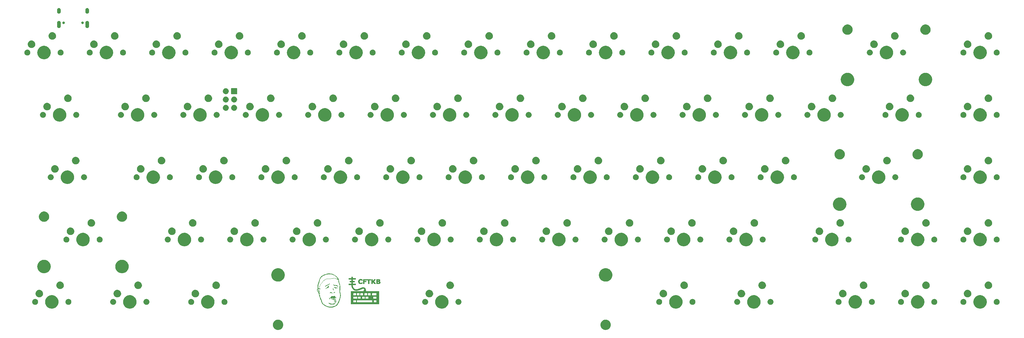
<source format=gbr>
G04 #@! TF.GenerationSoftware,KiCad,Pcbnew,(5.99.0-574-gd3edeaec5)*
G04 #@! TF.CreationDate,2019-12-28T10:11:49-05:00*
G04 #@! TF.ProjectId,mullet-pcb,6d756c6c-6574-42d7-9063-622e6b696361,rev?*
G04 #@! TF.SameCoordinates,Original*
G04 #@! TF.FileFunction,Soldermask,Top*
G04 #@! TF.FilePolarity,Negative*
%FSLAX46Y46*%
G04 Gerber Fmt 4.6, Leading zero omitted, Abs format (unit mm)*
G04 Created by KiCad (PCBNEW (5.99.0-574-gd3edeaec5)) date 2019-12-28 10:11:49*
%MOMM*%
%LPD*%
G04 APERTURE LIST*
%ADD10C,0.010000*%
%ADD11C,0.120000*%
G04 APERTURE END LIST*
G36*
X167220737Y-177200765D02*
G01*
X167296085Y-177200879D01*
X167365456Y-177201093D01*
X167427415Y-177201410D01*
X167480529Y-177201836D01*
X167523364Y-177202373D01*
X167554486Y-177203025D01*
X167572460Y-177203797D01*
X167576429Y-177204377D01*
X167577854Y-177213220D01*
X167578939Y-177234481D01*
X167579688Y-177265044D01*
X167580108Y-177301795D01*
X167580202Y-177341619D01*
X167579975Y-177381404D01*
X167579432Y-177418033D01*
X167578579Y-177448393D01*
X167577420Y-177469369D01*
X167576001Y-177477811D01*
X167567391Y-177478922D01*
X167545335Y-177479849D01*
X167511926Y-177480561D01*
X167469251Y-177481023D01*
X167419402Y-177481203D01*
X167368390Y-177481087D01*
X167299187Y-177480999D01*
X167244575Y-177481520D01*
X167203620Y-177482684D01*
X167175389Y-177484527D01*
X167158948Y-177487083D01*
X167154186Y-177489107D01*
X167152053Y-177492877D01*
X167150208Y-177501070D01*
X167148632Y-177514695D01*
X167147306Y-177534764D01*
X167146209Y-177562285D01*
X167145322Y-177598269D01*
X167144625Y-177643725D01*
X167144099Y-177699665D01*
X167143724Y-177767098D01*
X167143480Y-177847033D01*
X167143349Y-177940481D01*
X167143309Y-178048453D01*
X167143309Y-178599229D01*
X166962065Y-178599229D01*
X166910499Y-178599016D01*
X166864196Y-178598418D01*
X166825391Y-178597498D01*
X166796321Y-178596318D01*
X166779220Y-178594939D01*
X166775643Y-178594050D01*
X166774787Y-178585617D01*
X166773975Y-178562899D01*
X166773218Y-178527148D01*
X166772530Y-178479616D01*
X166771920Y-178421554D01*
X166771401Y-178354212D01*
X166770985Y-178278842D01*
X166770683Y-178196695D01*
X166770507Y-178109023D01*
X166770465Y-178038668D01*
X166770438Y-177947711D01*
X166770361Y-177861404D01*
X166770238Y-177780986D01*
X166770073Y-177707698D01*
X166769870Y-177642780D01*
X166769634Y-177587474D01*
X166769370Y-177543019D01*
X166769082Y-177510656D01*
X166768773Y-177491626D01*
X166768523Y-177486837D01*
X166760565Y-177486265D01*
X166739081Y-177485467D01*
X166706077Y-177484499D01*
X166663561Y-177483414D01*
X166613539Y-177482266D01*
X166558018Y-177481110D01*
X166552973Y-177481011D01*
X166339364Y-177476813D01*
X166337228Y-177345346D01*
X166336877Y-177301549D01*
X166337250Y-177263181D01*
X166338268Y-177232930D01*
X166339850Y-177213487D01*
X166341369Y-177207603D01*
X166349816Y-177206706D01*
X166372364Y-177205858D01*
X166407577Y-177205060D01*
X166454023Y-177204319D01*
X166510266Y-177203636D01*
X166574873Y-177203016D01*
X166646410Y-177202462D01*
X166723443Y-177201979D01*
X166804537Y-177201570D01*
X166888258Y-177201238D01*
X166973173Y-177200988D01*
X167057847Y-177200824D01*
X167140847Y-177200748D01*
X167220737Y-177200765D01*
G37*
D10*
X167220737Y-177200765D02*
X167296085Y-177200879D01*
X167365456Y-177201093D01*
X167427415Y-177201410D01*
X167480529Y-177201836D01*
X167523364Y-177202373D01*
X167554486Y-177203025D01*
X167572460Y-177203797D01*
X167576429Y-177204377D01*
X167577854Y-177213220D01*
X167578939Y-177234481D01*
X167579688Y-177265044D01*
X167580108Y-177301795D01*
X167580202Y-177341619D01*
X167579975Y-177381404D01*
X167579432Y-177418033D01*
X167578579Y-177448393D01*
X167577420Y-177469369D01*
X167576001Y-177477811D01*
X167567391Y-177478922D01*
X167545335Y-177479849D01*
X167511926Y-177480561D01*
X167469251Y-177481023D01*
X167419402Y-177481203D01*
X167368390Y-177481087D01*
X167299187Y-177480999D01*
X167244575Y-177481520D01*
X167203620Y-177482684D01*
X167175389Y-177484527D01*
X167158948Y-177487083D01*
X167154186Y-177489107D01*
X167152053Y-177492877D01*
X167150208Y-177501070D01*
X167148632Y-177514695D01*
X167147306Y-177534764D01*
X167146209Y-177562285D01*
X167145322Y-177598269D01*
X167144625Y-177643725D01*
X167144099Y-177699665D01*
X167143724Y-177767098D01*
X167143480Y-177847033D01*
X167143349Y-177940481D01*
X167143309Y-178048453D01*
X167143309Y-178599229D01*
X166962065Y-178599229D01*
X166910499Y-178599016D01*
X166864196Y-178598418D01*
X166825391Y-178597498D01*
X166796321Y-178596318D01*
X166779220Y-178594939D01*
X166775643Y-178594050D01*
X166774787Y-178585617D01*
X166773975Y-178562899D01*
X166773218Y-178527148D01*
X166772530Y-178479616D01*
X166771920Y-178421554D01*
X166771401Y-178354212D01*
X166770985Y-178278842D01*
X166770683Y-178196695D01*
X166770507Y-178109023D01*
X166770465Y-178038668D01*
X166770438Y-177947711D01*
X166770361Y-177861404D01*
X166770238Y-177780986D01*
X166770073Y-177707698D01*
X166769870Y-177642780D01*
X166769634Y-177587474D01*
X166769370Y-177543019D01*
X166769082Y-177510656D01*
X166768773Y-177491626D01*
X166768523Y-177486837D01*
X166760565Y-177486265D01*
X166739081Y-177485467D01*
X166706077Y-177484499D01*
X166663561Y-177483414D01*
X166613539Y-177482266D01*
X166558018Y-177481110D01*
X166552973Y-177481011D01*
X166339364Y-177476813D01*
X166337228Y-177345346D01*
X166336877Y-177301549D01*
X166337250Y-177263181D01*
X166338268Y-177232930D01*
X166339850Y-177213487D01*
X166341369Y-177207603D01*
X166349816Y-177206706D01*
X166372364Y-177205858D01*
X166407577Y-177205060D01*
X166454023Y-177204319D01*
X166510266Y-177203636D01*
X166574873Y-177203016D01*
X166646410Y-177202462D01*
X166723443Y-177201979D01*
X166804537Y-177201570D01*
X166888258Y-177201238D01*
X166973173Y-177200988D01*
X167057847Y-177200824D01*
X167140847Y-177200748D01*
X167220737Y-177200765D01*
G36*
X169279126Y-177896315D02*
G01*
X169279300Y-177805965D01*
X169279498Y-177717121D01*
X169279648Y-177658272D01*
X169644149Y-177658272D01*
X169644310Y-177697668D01*
X169646642Y-177725408D01*
X169652833Y-177743405D01*
X169664573Y-177753577D01*
X169683550Y-177757837D01*
X169711453Y-177758102D01*
X169749970Y-177756288D01*
X169776520Y-177755088D01*
X169830471Y-177751925D01*
X169872089Y-177746931D01*
X169904512Y-177739675D01*
X169915913Y-177735932D01*
X169943415Y-177723706D01*
X169967759Y-177709132D01*
X169978054Y-177700745D01*
X169987590Y-177689792D01*
X169993712Y-177677455D01*
X169997370Y-177659853D01*
X169999518Y-177633109D01*
X170000551Y-177609075D01*
X170001583Y-177575088D01*
X170001075Y-177552546D01*
X169998174Y-177537373D01*
X169992028Y-177525497D01*
X169981784Y-177512841D01*
X169979983Y-177510785D01*
X169954409Y-177489225D01*
X169922603Y-177472661D01*
X169919071Y-177471384D01*
X169893140Y-177465141D01*
X169856266Y-177459643D01*
X169813035Y-177455222D01*
X169768034Y-177452205D01*
X169725851Y-177450924D01*
X169691071Y-177451707D01*
X169673314Y-177453712D01*
X169644471Y-177459123D01*
X169644471Y-177605302D01*
X169644149Y-177658272D01*
X169279648Y-177658272D01*
X169279718Y-177631120D01*
X169279958Y-177549296D01*
X169280213Y-177472985D01*
X169280482Y-177403523D01*
X169280761Y-177342243D01*
X169281049Y-177290482D01*
X169281343Y-177249575D01*
X169281639Y-177220856D01*
X169281936Y-177205662D01*
X169282085Y-177203551D01*
X169290212Y-177202968D01*
X169312394Y-177202437D01*
X169347149Y-177201968D01*
X169392998Y-177201572D01*
X169448460Y-177201258D01*
X169512054Y-177201035D01*
X169582300Y-177200914D01*
X169657716Y-177200905D01*
X169676285Y-177200921D01*
X169764637Y-177201034D01*
X169838890Y-177201217D01*
X169900480Y-177201523D01*
X169950844Y-177202005D01*
X169991417Y-177202718D01*
X170023637Y-177203715D01*
X170048938Y-177205049D01*
X170068759Y-177206774D01*
X170084534Y-177208944D01*
X170097699Y-177211613D01*
X170109693Y-177214834D01*
X170118121Y-177217434D01*
X170150105Y-177228335D01*
X170181336Y-177240151D01*
X170200704Y-177248378D01*
X170221158Y-177257325D01*
X170235524Y-177262602D01*
X170238464Y-177263204D01*
X170250892Y-177268839D01*
X170269780Y-177283720D01*
X170292075Y-177304811D01*
X170314726Y-177329073D01*
X170334679Y-177353472D01*
X170346335Y-177370522D01*
X170370128Y-177423724D01*
X170383537Y-177484360D01*
X170386458Y-177548217D01*
X170378787Y-177611082D01*
X170360422Y-177668742D01*
X170353991Y-177682152D01*
X170336208Y-177710730D01*
X170312625Y-177740832D01*
X170286003Y-177769734D01*
X170259107Y-177794713D01*
X170234698Y-177813046D01*
X170215540Y-177822010D01*
X170211618Y-177822470D01*
X170201573Y-177828143D01*
X170199317Y-177831106D01*
X170199769Y-177841574D01*
X170212231Y-177849736D01*
X170233176Y-177853391D01*
X170235021Y-177853422D01*
X170256869Y-177857773D01*
X170269975Y-177864146D01*
X170289995Y-177875013D01*
X170304716Y-177880727D01*
X170322171Y-177889584D01*
X170346287Y-177906092D01*
X170372776Y-177926882D01*
X170397350Y-177948581D01*
X170415724Y-177967821D01*
X170416126Y-177968314D01*
X170446799Y-178017782D01*
X170467771Y-178077126D01*
X170478466Y-178143650D01*
X170478306Y-178214656D01*
X170475052Y-178243862D01*
X170469437Y-178278282D01*
X170462622Y-178305657D01*
X170452663Y-178330920D01*
X170437616Y-178359007D01*
X170415592Y-178394762D01*
X170399036Y-178416553D01*
X170375548Y-178441988D01*
X170347971Y-178468587D01*
X170319147Y-178493870D01*
X170291920Y-178515357D01*
X170269130Y-178530566D01*
X170253621Y-178537019D01*
X170252484Y-178537088D01*
X170242217Y-178540474D01*
X170224304Y-178548914D01*
X170218269Y-178552074D01*
X170191132Y-178563736D01*
X170162513Y-178572055D01*
X170160127Y-178572515D01*
X170136155Y-178578339D01*
X170116562Y-178585542D01*
X170114410Y-178586658D01*
X170103361Y-178588983D01*
X170078712Y-178591099D01*
X170040156Y-178593015D01*
X169987386Y-178594742D01*
X169920097Y-178596288D01*
X169837983Y-178597662D01*
X169740738Y-178598875D01*
X169706612Y-178599229D01*
X169629488Y-178599941D01*
X169556703Y-178600514D01*
X169489808Y-178600943D01*
X169430355Y-178601222D01*
X169379896Y-178601345D01*
X169339981Y-178601309D01*
X169312162Y-178601107D01*
X169297990Y-178600734D01*
X169296872Y-178600630D01*
X169283171Y-178595218D01*
X169279308Y-178588979D01*
X169279092Y-178556992D01*
X169278927Y-178513160D01*
X169278811Y-178458818D01*
X169278740Y-178395302D01*
X169278713Y-178323947D01*
X169278725Y-178246088D01*
X169278776Y-178163060D01*
X169278861Y-178076198D01*
X169278936Y-178018602D01*
X169644471Y-178018602D01*
X169644471Y-178180210D01*
X169644508Y-178234147D01*
X169644762Y-178274563D01*
X169645445Y-178303473D01*
X169646770Y-178322892D01*
X169648949Y-178334833D01*
X169652195Y-178341311D01*
X169656721Y-178344342D01*
X169661948Y-178345759D01*
X169675372Y-178346905D01*
X169701304Y-178347549D01*
X169736726Y-178347674D01*
X169778619Y-178347260D01*
X169809215Y-178346663D01*
X169863001Y-178344997D01*
X169903350Y-178342727D01*
X169932351Y-178339646D01*
X169952097Y-178335550D01*
X169962239Y-178331611D01*
X169983810Y-178323097D01*
X170002726Y-178319596D01*
X170020056Y-178313337D01*
X170041014Y-178297120D01*
X170062085Y-178274782D01*
X170079755Y-178250161D01*
X170090510Y-178227095D01*
X170091616Y-178222522D01*
X170093984Y-178198748D01*
X170094379Y-178168089D01*
X170093539Y-178149426D01*
X170085262Y-178107578D01*
X170066234Y-178075152D01*
X170034915Y-178050217D01*
X170002602Y-178035332D01*
X169982318Y-178028800D01*
X169959225Y-178023822D01*
X169930359Y-178020039D01*
X169892758Y-178017090D01*
X169843458Y-178014616D01*
X169826268Y-178013925D01*
X169780555Y-178012497D01*
X169738619Y-178011810D01*
X169703627Y-178011868D01*
X169678744Y-178012675D01*
X169668974Y-178013701D01*
X169644471Y-178018602D01*
X169278936Y-178018602D01*
X169278978Y-177986838D01*
X169279126Y-177896315D01*
G37*
X169279126Y-177896315D02*
X169279300Y-177805965D01*
X169279498Y-177717121D01*
X169279648Y-177658272D01*
X169644149Y-177658272D01*
X169644310Y-177697668D01*
X169646642Y-177725408D01*
X169652833Y-177743405D01*
X169664573Y-177753577D01*
X169683550Y-177757837D01*
X169711453Y-177758102D01*
X169749970Y-177756288D01*
X169776520Y-177755088D01*
X169830471Y-177751925D01*
X169872089Y-177746931D01*
X169904512Y-177739675D01*
X169915913Y-177735932D01*
X169943415Y-177723706D01*
X169967759Y-177709132D01*
X169978054Y-177700745D01*
X169987590Y-177689792D01*
X169993712Y-177677455D01*
X169997370Y-177659853D01*
X169999518Y-177633109D01*
X170000551Y-177609075D01*
X170001583Y-177575088D01*
X170001075Y-177552546D01*
X169998174Y-177537373D01*
X169992028Y-177525497D01*
X169981784Y-177512841D01*
X169979983Y-177510785D01*
X169954409Y-177489225D01*
X169922603Y-177472661D01*
X169919071Y-177471384D01*
X169893140Y-177465141D01*
X169856266Y-177459643D01*
X169813035Y-177455222D01*
X169768034Y-177452205D01*
X169725851Y-177450924D01*
X169691071Y-177451707D01*
X169673314Y-177453712D01*
X169644471Y-177459123D01*
X169644471Y-177605302D01*
X169644149Y-177658272D01*
X169279648Y-177658272D01*
X169279718Y-177631120D01*
X169279958Y-177549296D01*
X169280213Y-177472985D01*
X169280482Y-177403523D01*
X169280761Y-177342243D01*
X169281049Y-177290482D01*
X169281343Y-177249575D01*
X169281639Y-177220856D01*
X169281936Y-177205662D01*
X169282085Y-177203551D01*
X169290212Y-177202968D01*
X169312394Y-177202437D01*
X169347149Y-177201968D01*
X169392998Y-177201572D01*
X169448460Y-177201258D01*
X169512054Y-177201035D01*
X169582300Y-177200914D01*
X169657716Y-177200905D01*
X169676285Y-177200921D01*
X169764637Y-177201034D01*
X169838890Y-177201217D01*
X169900480Y-177201523D01*
X169950844Y-177202005D01*
X169991417Y-177202718D01*
X170023637Y-177203715D01*
X170048938Y-177205049D01*
X170068759Y-177206774D01*
X170084534Y-177208944D01*
X170097699Y-177211613D01*
X170109693Y-177214834D01*
X170118121Y-177217434D01*
X170150105Y-177228335D01*
X170181336Y-177240151D01*
X170200704Y-177248378D01*
X170221158Y-177257325D01*
X170235524Y-177262602D01*
X170238464Y-177263204D01*
X170250892Y-177268839D01*
X170269780Y-177283720D01*
X170292075Y-177304811D01*
X170314726Y-177329073D01*
X170334679Y-177353472D01*
X170346335Y-177370522D01*
X170370128Y-177423724D01*
X170383537Y-177484360D01*
X170386458Y-177548217D01*
X170378787Y-177611082D01*
X170360422Y-177668742D01*
X170353991Y-177682152D01*
X170336208Y-177710730D01*
X170312625Y-177740832D01*
X170286003Y-177769734D01*
X170259107Y-177794713D01*
X170234698Y-177813046D01*
X170215540Y-177822010D01*
X170211618Y-177822470D01*
X170201573Y-177828143D01*
X170199317Y-177831106D01*
X170199769Y-177841574D01*
X170212231Y-177849736D01*
X170233176Y-177853391D01*
X170235021Y-177853422D01*
X170256869Y-177857773D01*
X170269975Y-177864146D01*
X170289995Y-177875013D01*
X170304716Y-177880727D01*
X170322171Y-177889584D01*
X170346287Y-177906092D01*
X170372776Y-177926882D01*
X170397350Y-177948581D01*
X170415724Y-177967821D01*
X170416126Y-177968314D01*
X170446799Y-178017782D01*
X170467771Y-178077126D01*
X170478466Y-178143650D01*
X170478306Y-178214656D01*
X170475052Y-178243862D01*
X170469437Y-178278282D01*
X170462622Y-178305657D01*
X170452663Y-178330920D01*
X170437616Y-178359007D01*
X170415592Y-178394762D01*
X170399036Y-178416553D01*
X170375548Y-178441988D01*
X170347971Y-178468587D01*
X170319147Y-178493870D01*
X170291920Y-178515357D01*
X170269130Y-178530566D01*
X170253621Y-178537019D01*
X170252484Y-178537088D01*
X170242217Y-178540474D01*
X170224304Y-178548914D01*
X170218269Y-178552074D01*
X170191132Y-178563736D01*
X170162513Y-178572055D01*
X170160127Y-178572515D01*
X170136155Y-178578339D01*
X170116562Y-178585542D01*
X170114410Y-178586658D01*
X170103361Y-178588983D01*
X170078712Y-178591099D01*
X170040156Y-178593015D01*
X169987386Y-178594742D01*
X169920097Y-178596288D01*
X169837983Y-178597662D01*
X169740738Y-178598875D01*
X169706612Y-178599229D01*
X169629488Y-178599941D01*
X169556703Y-178600514D01*
X169489808Y-178600943D01*
X169430355Y-178601222D01*
X169379896Y-178601345D01*
X169339981Y-178601309D01*
X169312162Y-178601107D01*
X169297990Y-178600734D01*
X169296872Y-178600630D01*
X169283171Y-178595218D01*
X169279308Y-178588979D01*
X169279092Y-178556992D01*
X169278927Y-178513160D01*
X169278811Y-178458818D01*
X169278740Y-178395302D01*
X169278713Y-178323947D01*
X169278725Y-178246088D01*
X169278776Y-178163060D01*
X169278861Y-178076198D01*
X169278936Y-178018602D01*
X169644471Y-178018602D01*
X169644471Y-178180210D01*
X169644508Y-178234147D01*
X169644762Y-178274563D01*
X169645445Y-178303473D01*
X169646770Y-178322892D01*
X169648949Y-178334833D01*
X169652195Y-178341311D01*
X169656721Y-178344342D01*
X169661948Y-178345759D01*
X169675372Y-178346905D01*
X169701304Y-178347549D01*
X169736726Y-178347674D01*
X169778619Y-178347260D01*
X169809215Y-178346663D01*
X169863001Y-178344997D01*
X169903350Y-178342727D01*
X169932351Y-178339646D01*
X169952097Y-178335550D01*
X169962239Y-178331611D01*
X169983810Y-178323097D01*
X170002726Y-178319596D01*
X170020056Y-178313337D01*
X170041014Y-178297120D01*
X170062085Y-178274782D01*
X170079755Y-178250161D01*
X170090510Y-178227095D01*
X170091616Y-178222522D01*
X170093984Y-178198748D01*
X170094379Y-178168089D01*
X170093539Y-178149426D01*
X170085262Y-178107578D01*
X170066234Y-178075152D01*
X170034915Y-178050217D01*
X170002602Y-178035332D01*
X169982318Y-178028800D01*
X169959225Y-178023822D01*
X169930359Y-178020039D01*
X169892758Y-178017090D01*
X169843458Y-178014616D01*
X169826268Y-178013925D01*
X169780555Y-178012497D01*
X169738619Y-178011810D01*
X169703627Y-178011868D01*
X169678744Y-178012675D01*
X169668974Y-178013701D01*
X169644471Y-178018602D01*
X169278936Y-178018602D01*
X169278978Y-177986838D01*
X169279126Y-177896315D01*
G36*
X168971224Y-177200547D02*
G01*
X169007897Y-177201243D01*
X169035392Y-177202368D01*
X169051238Y-177203950D01*
X169053781Y-177204729D01*
X169060728Y-177211763D01*
X169058846Y-177221508D01*
X169047027Y-177237303D01*
X169040541Y-177244653D01*
X168992710Y-177298740D01*
X168940947Y-177358816D01*
X168890724Y-177418499D01*
X168871452Y-177441859D01*
X168848625Y-177469459D01*
X168828821Y-177492924D01*
X168814460Y-177509413D01*
X168808545Y-177515651D01*
X168800352Y-177524553D01*
X168784787Y-177542835D01*
X168764170Y-177567733D01*
X168743363Y-177593327D01*
X168720676Y-177621293D01*
X168701475Y-177644643D01*
X168687891Y-177660805D01*
X168682186Y-177667119D01*
X168675582Y-177674143D01*
X168660882Y-177690648D01*
X168640113Y-177714329D01*
X168615305Y-177742886D01*
X168609425Y-177749688D01*
X168578263Y-177786904D01*
X168557241Y-177814848D01*
X168545324Y-177835038D01*
X168541476Y-177848993D01*
X168541474Y-177849249D01*
X168543113Y-177859971D01*
X168548891Y-177873407D01*
X168560104Y-177891519D01*
X168578046Y-177916270D01*
X168604010Y-177949623D01*
X168624759Y-177975549D01*
X168634649Y-177987997D01*
X168648051Y-178005179D01*
X168665824Y-178028219D01*
X168688824Y-178058237D01*
X168717910Y-178096356D01*
X168753939Y-178143696D01*
X168797770Y-178201380D01*
X168840526Y-178257704D01*
X168890544Y-178323550D01*
X168932253Y-178378301D01*
X168966679Y-178423281D01*
X168994850Y-178459811D01*
X169017791Y-178489216D01*
X169036530Y-178512817D01*
X169052093Y-178531938D01*
X169065506Y-178547901D01*
X169067721Y-178550484D01*
X169081835Y-178568762D01*
X169089804Y-178582813D01*
X169090518Y-178587154D01*
X169087045Y-178591824D01*
X169079044Y-178595473D01*
X169064943Y-178598191D01*
X169043173Y-178600067D01*
X169012161Y-178601189D01*
X168970338Y-178601647D01*
X168916133Y-178601530D01*
X168847975Y-178600927D01*
X168847656Y-178600924D01*
X168645062Y-178598736D01*
X168622396Y-178567328D01*
X168607469Y-178546939D01*
X168586671Y-178518911D01*
X168563524Y-178487979D01*
X168553125Y-178474171D01*
X168525754Y-178437833D01*
X168494818Y-178396651D01*
X168466034Y-178358240D01*
X168459914Y-178350056D01*
X168432543Y-178313501D01*
X168401606Y-178272292D01*
X168372822Y-178234045D01*
X168366703Y-178225933D01*
X168340981Y-178191799D01*
X168313389Y-178155107D01*
X168288774Y-178122306D01*
X168282343Y-178113719D01*
X168263438Y-178090188D01*
X168246768Y-178072513D01*
X168235268Y-178063723D01*
X168233425Y-178063265D01*
X168219850Y-178069388D01*
X168201606Y-178085556D01*
X168181982Y-178108472D01*
X168167596Y-178129290D01*
X168163342Y-178137262D01*
X168160009Y-178147088D01*
X168157486Y-178160637D01*
X168155663Y-178179775D01*
X168154427Y-178206371D01*
X168153667Y-178242292D01*
X168153273Y-178289405D01*
X168153133Y-178349578D01*
X168153124Y-178372271D01*
X168152977Y-178439029D01*
X168152512Y-178491726D01*
X168151660Y-178531833D01*
X168150354Y-178560822D01*
X168148527Y-178580165D01*
X168146111Y-178591334D01*
X168143037Y-178595800D01*
X168142854Y-178595879D01*
X168132290Y-178597123D01*
X168109061Y-178598316D01*
X168076036Y-178599416D01*
X168036084Y-178600385D01*
X167992075Y-178601181D01*
X167946879Y-178601763D01*
X167903366Y-178602093D01*
X167864404Y-178602128D01*
X167832863Y-178601829D01*
X167811613Y-178601155D01*
X167805496Y-178600630D01*
X167791795Y-178595218D01*
X167787932Y-178588979D01*
X167787713Y-178556659D01*
X167787546Y-178512528D01*
X167787429Y-178457921D01*
X167787357Y-178394174D01*
X167787330Y-178322621D01*
X167787343Y-178244596D01*
X167787395Y-178161436D01*
X167787482Y-178074475D01*
X167787602Y-177985047D01*
X167787752Y-177894488D01*
X167787930Y-177804132D01*
X167788132Y-177715315D01*
X167788356Y-177629371D01*
X167788599Y-177547636D01*
X167788859Y-177471444D01*
X167789132Y-177402129D01*
X167789417Y-177341028D01*
X167789710Y-177289475D01*
X167790008Y-177248804D01*
X167790310Y-177220352D01*
X167790611Y-177205452D01*
X167790757Y-177203504D01*
X167799391Y-177202332D01*
X167820846Y-177201451D01*
X167852411Y-177200847D01*
X167891373Y-177200509D01*
X167935021Y-177200425D01*
X167980644Y-177200582D01*
X168025529Y-177200969D01*
X168066967Y-177201572D01*
X168102244Y-177202381D01*
X168128650Y-177203382D01*
X168143473Y-177204565D01*
X168145556Y-177205089D01*
X168147581Y-177214028D01*
X168149328Y-177237546D01*
X168150774Y-177274688D01*
X168151892Y-177324500D01*
X168152658Y-177386025D01*
X168153049Y-177458311D01*
X168153095Y-177496232D01*
X168153281Y-177564968D01*
X168153815Y-177627209D01*
X168154660Y-177681416D01*
X168155777Y-177726047D01*
X168157130Y-177759564D01*
X168158680Y-177780426D01*
X168160162Y-177787083D01*
X168173212Y-177788582D01*
X168189141Y-177777560D01*
X168209260Y-177753073D01*
X168211181Y-177750375D01*
X168221493Y-177736508D01*
X168239894Y-177712509D01*
X168264794Y-177680398D01*
X168294606Y-177642197D01*
X168327739Y-177599926D01*
X168362605Y-177555604D01*
X168397614Y-177511254D01*
X168431177Y-177468895D01*
X168461706Y-177430547D01*
X168487611Y-177398232D01*
X168505094Y-177376667D01*
X168522038Y-177355393D01*
X168543832Y-177327277D01*
X168566099Y-177297976D01*
X168568686Y-177294527D01*
X168588421Y-177268678D01*
X168606078Y-177246444D01*
X168618497Y-177231781D01*
X168620424Y-177229750D01*
X168631714Y-177216478D01*
X168635933Y-177209237D01*
X168644000Y-177207263D01*
X168665129Y-177205478D01*
X168696850Y-177203910D01*
X168736692Y-177202586D01*
X168782184Y-177201531D01*
X168830854Y-177200774D01*
X168880232Y-177200339D01*
X168927846Y-177200255D01*
X168971224Y-177200547D01*
G37*
X168971224Y-177200547D02*
X169007897Y-177201243D01*
X169035392Y-177202368D01*
X169051238Y-177203950D01*
X169053781Y-177204729D01*
X169060728Y-177211763D01*
X169058846Y-177221508D01*
X169047027Y-177237303D01*
X169040541Y-177244653D01*
X168992710Y-177298740D01*
X168940947Y-177358816D01*
X168890724Y-177418499D01*
X168871452Y-177441859D01*
X168848625Y-177469459D01*
X168828821Y-177492924D01*
X168814460Y-177509413D01*
X168808545Y-177515651D01*
X168800352Y-177524553D01*
X168784787Y-177542835D01*
X168764170Y-177567733D01*
X168743363Y-177593327D01*
X168720676Y-177621293D01*
X168701475Y-177644643D01*
X168687891Y-177660805D01*
X168682186Y-177667119D01*
X168675582Y-177674143D01*
X168660882Y-177690648D01*
X168640113Y-177714329D01*
X168615305Y-177742886D01*
X168609425Y-177749688D01*
X168578263Y-177786904D01*
X168557241Y-177814848D01*
X168545324Y-177835038D01*
X168541476Y-177848993D01*
X168541474Y-177849249D01*
X168543113Y-177859971D01*
X168548891Y-177873407D01*
X168560104Y-177891519D01*
X168578046Y-177916270D01*
X168604010Y-177949623D01*
X168624759Y-177975549D01*
X168634649Y-177987997D01*
X168648051Y-178005179D01*
X168665824Y-178028219D01*
X168688824Y-178058237D01*
X168717910Y-178096356D01*
X168753939Y-178143696D01*
X168797770Y-178201380D01*
X168840526Y-178257704D01*
X168890544Y-178323550D01*
X168932253Y-178378301D01*
X168966679Y-178423281D01*
X168994850Y-178459811D01*
X169017791Y-178489216D01*
X169036530Y-178512817D01*
X169052093Y-178531938D01*
X169065506Y-178547901D01*
X169067721Y-178550484D01*
X169081835Y-178568762D01*
X169089804Y-178582813D01*
X169090518Y-178587154D01*
X169087045Y-178591824D01*
X169079044Y-178595473D01*
X169064943Y-178598191D01*
X169043173Y-178600067D01*
X169012161Y-178601189D01*
X168970338Y-178601647D01*
X168916133Y-178601530D01*
X168847975Y-178600927D01*
X168847656Y-178600924D01*
X168645062Y-178598736D01*
X168622396Y-178567328D01*
X168607469Y-178546939D01*
X168586671Y-178518911D01*
X168563524Y-178487979D01*
X168553125Y-178474171D01*
X168525754Y-178437833D01*
X168494818Y-178396651D01*
X168466034Y-178358240D01*
X168459914Y-178350056D01*
X168432543Y-178313501D01*
X168401606Y-178272292D01*
X168372822Y-178234045D01*
X168366703Y-178225933D01*
X168340981Y-178191799D01*
X168313389Y-178155107D01*
X168288774Y-178122306D01*
X168282343Y-178113719D01*
X168263438Y-178090188D01*
X168246768Y-178072513D01*
X168235268Y-178063723D01*
X168233425Y-178063265D01*
X168219850Y-178069388D01*
X168201606Y-178085556D01*
X168181982Y-178108472D01*
X168167596Y-178129290D01*
X168163342Y-178137262D01*
X168160009Y-178147088D01*
X168157486Y-178160637D01*
X168155663Y-178179775D01*
X168154427Y-178206371D01*
X168153667Y-178242292D01*
X168153273Y-178289405D01*
X168153133Y-178349578D01*
X168153124Y-178372271D01*
X168152977Y-178439029D01*
X168152512Y-178491726D01*
X168151660Y-178531833D01*
X168150354Y-178560822D01*
X168148527Y-178580165D01*
X168146111Y-178591334D01*
X168143037Y-178595800D01*
X168142854Y-178595879D01*
X168132290Y-178597123D01*
X168109061Y-178598316D01*
X168076036Y-178599416D01*
X168036084Y-178600385D01*
X167992075Y-178601181D01*
X167946879Y-178601763D01*
X167903366Y-178602093D01*
X167864404Y-178602128D01*
X167832863Y-178601829D01*
X167811613Y-178601155D01*
X167805496Y-178600630D01*
X167791795Y-178595218D01*
X167787932Y-178588979D01*
X167787713Y-178556659D01*
X167787546Y-178512528D01*
X167787429Y-178457921D01*
X167787357Y-178394174D01*
X167787330Y-178322621D01*
X167787343Y-178244596D01*
X167787395Y-178161436D01*
X167787482Y-178074475D01*
X167787602Y-177985047D01*
X167787752Y-177894488D01*
X167787930Y-177804132D01*
X167788132Y-177715315D01*
X167788356Y-177629371D01*
X167788599Y-177547636D01*
X167788859Y-177471444D01*
X167789132Y-177402129D01*
X167789417Y-177341028D01*
X167789710Y-177289475D01*
X167790008Y-177248804D01*
X167790310Y-177220352D01*
X167790611Y-177205452D01*
X167790757Y-177203504D01*
X167799391Y-177202332D01*
X167820846Y-177201451D01*
X167852411Y-177200847D01*
X167891373Y-177200509D01*
X167935021Y-177200425D01*
X167980644Y-177200582D01*
X168025529Y-177200969D01*
X168066967Y-177201572D01*
X168102244Y-177202381D01*
X168128650Y-177203382D01*
X168143473Y-177204565D01*
X168145556Y-177205089D01*
X168147581Y-177214028D01*
X168149328Y-177237546D01*
X168150774Y-177274688D01*
X168151892Y-177324500D01*
X168152658Y-177386025D01*
X168153049Y-177458311D01*
X168153095Y-177496232D01*
X168153281Y-177564968D01*
X168153815Y-177627209D01*
X168154660Y-177681416D01*
X168155777Y-177726047D01*
X168157130Y-177759564D01*
X168158680Y-177780426D01*
X168160162Y-177787083D01*
X168173212Y-177788582D01*
X168189141Y-177777560D01*
X168209260Y-177753073D01*
X168211181Y-177750375D01*
X168221493Y-177736508D01*
X168239894Y-177712509D01*
X168264794Y-177680398D01*
X168294606Y-177642197D01*
X168327739Y-177599926D01*
X168362605Y-177555604D01*
X168397614Y-177511254D01*
X168431177Y-177468895D01*
X168461706Y-177430547D01*
X168487611Y-177398232D01*
X168505094Y-177376667D01*
X168522038Y-177355393D01*
X168543832Y-177327277D01*
X168566099Y-177297976D01*
X168568686Y-177294527D01*
X168588421Y-177268678D01*
X168606078Y-177246444D01*
X168618497Y-177231781D01*
X168620424Y-177229750D01*
X168631714Y-177216478D01*
X168635933Y-177209237D01*
X168644000Y-177207263D01*
X168665129Y-177205478D01*
X168696850Y-177203910D01*
X168736692Y-177202586D01*
X168782184Y-177201531D01*
X168830854Y-177200774D01*
X168880232Y-177200339D01*
X168927846Y-177200255D01*
X168971224Y-177200547D01*
G36*
X165845244Y-177200793D02*
G01*
X165934552Y-177200949D01*
X166010272Y-177201256D01*
X166073377Y-177201733D01*
X166124841Y-177202400D01*
X166165637Y-177203275D01*
X166196738Y-177204376D01*
X166219117Y-177205724D01*
X166233749Y-177207337D01*
X166241606Y-177209233D01*
X166243493Y-177210545D01*
X166245897Y-177222005D01*
X166247708Y-177245633D01*
X166248928Y-177278074D01*
X166249560Y-177315975D01*
X166249607Y-177355979D01*
X166249069Y-177394733D01*
X166247951Y-177428880D01*
X166246253Y-177455067D01*
X166243979Y-177469937D01*
X166243312Y-177471508D01*
X166238760Y-177474236D01*
X166228043Y-177476442D01*
X166209856Y-177478167D01*
X166182893Y-177479452D01*
X166145849Y-177480341D01*
X166097418Y-177480873D01*
X166036296Y-177481092D01*
X165961177Y-177481039D01*
X165946321Y-177481004D01*
X165879591Y-177480970D01*
X165816908Y-177481195D01*
X165760175Y-177481654D01*
X165711294Y-177482319D01*
X165672170Y-177483165D01*
X165644704Y-177484165D01*
X165630800Y-177485294D01*
X165630572Y-177485338D01*
X165605327Y-177490406D01*
X165605327Y-177719550D01*
X165629601Y-177724405D01*
X165642940Y-177725548D01*
X165669834Y-177726595D01*
X165708304Y-177727514D01*
X165756371Y-177728272D01*
X165812054Y-177728836D01*
X165873375Y-177729174D01*
X165924311Y-177729259D01*
X166001575Y-177729480D01*
X166067268Y-177730127D01*
X166120622Y-177731179D01*
X166160875Y-177732616D01*
X166187259Y-177734414D01*
X166199012Y-177736554D01*
X166199509Y-177736965D01*
X166201127Y-177747015D01*
X166202509Y-177769784D01*
X166203554Y-177802452D01*
X166204160Y-177842203D01*
X166204271Y-177869076D01*
X166203986Y-177911795D01*
X166203201Y-177949172D01*
X166202015Y-177978390D01*
X166200531Y-177996631D01*
X166199509Y-178001187D01*
X166190413Y-178003385D01*
X166166549Y-178005245D01*
X166128684Y-178006747D01*
X166077581Y-178007868D01*
X166014006Y-178008588D01*
X165938724Y-178008885D01*
X165924311Y-178008892D01*
X165859945Y-178009029D01*
X165799659Y-178009418D01*
X165745431Y-178010026D01*
X165699242Y-178010821D01*
X165663071Y-178011770D01*
X165638897Y-178012840D01*
X165629601Y-178013747D01*
X165605327Y-178018602D01*
X165605327Y-178305275D01*
X165605229Y-178382232D01*
X165604903Y-178444960D01*
X165604303Y-178494764D01*
X165603383Y-178532949D01*
X165602098Y-178560822D01*
X165600401Y-178579686D01*
X165598247Y-178590848D01*
X165595588Y-178595612D01*
X165595086Y-178595879D01*
X165584523Y-178597123D01*
X165561293Y-178598316D01*
X165528268Y-178599416D01*
X165488316Y-178600385D01*
X165444308Y-178601181D01*
X165399112Y-178601763D01*
X165355598Y-178602093D01*
X165316636Y-178602128D01*
X165285095Y-178601829D01*
X165263845Y-178601155D01*
X165257728Y-178600630D01*
X165244027Y-178595218D01*
X165240164Y-178588979D01*
X165239961Y-178558423D01*
X165239805Y-178515877D01*
X165239694Y-178462676D01*
X165239626Y-178400157D01*
X165239598Y-178329656D01*
X165239607Y-178252510D01*
X165239652Y-178170055D01*
X165239729Y-178083627D01*
X165239837Y-177994564D01*
X165239972Y-177904200D01*
X165240132Y-177813874D01*
X165240315Y-177724920D01*
X165240519Y-177638677D01*
X165240740Y-177556479D01*
X165240976Y-177479663D01*
X165241225Y-177409567D01*
X165241484Y-177347525D01*
X165241751Y-177294875D01*
X165242024Y-177252953D01*
X165242299Y-177223096D01*
X165242575Y-177206639D01*
X165242739Y-177203754D01*
X165250790Y-177203261D01*
X165273065Y-177202789D01*
X165308252Y-177202349D01*
X165355039Y-177201946D01*
X165412116Y-177201589D01*
X165478170Y-177201287D01*
X165551890Y-177201046D01*
X165631964Y-177200875D01*
X165717081Y-177200781D01*
X165741375Y-177200769D01*
X165845244Y-177200793D01*
G37*
X165845244Y-177200793D02*
X165934552Y-177200949D01*
X166010272Y-177201256D01*
X166073377Y-177201733D01*
X166124841Y-177202400D01*
X166165637Y-177203275D01*
X166196738Y-177204376D01*
X166219117Y-177205724D01*
X166233749Y-177207337D01*
X166241606Y-177209233D01*
X166243493Y-177210545D01*
X166245897Y-177222005D01*
X166247708Y-177245633D01*
X166248928Y-177278074D01*
X166249560Y-177315975D01*
X166249607Y-177355979D01*
X166249069Y-177394733D01*
X166247951Y-177428880D01*
X166246253Y-177455067D01*
X166243979Y-177469937D01*
X166243312Y-177471508D01*
X166238760Y-177474236D01*
X166228043Y-177476442D01*
X166209856Y-177478167D01*
X166182893Y-177479452D01*
X166145849Y-177480341D01*
X166097418Y-177480873D01*
X166036296Y-177481092D01*
X165961177Y-177481039D01*
X165946321Y-177481004D01*
X165879591Y-177480970D01*
X165816908Y-177481195D01*
X165760175Y-177481654D01*
X165711294Y-177482319D01*
X165672170Y-177483165D01*
X165644704Y-177484165D01*
X165630800Y-177485294D01*
X165630572Y-177485338D01*
X165605327Y-177490406D01*
X165605327Y-177719550D01*
X165629601Y-177724405D01*
X165642940Y-177725548D01*
X165669834Y-177726595D01*
X165708304Y-177727514D01*
X165756371Y-177728272D01*
X165812054Y-177728836D01*
X165873375Y-177729174D01*
X165924311Y-177729259D01*
X166001575Y-177729480D01*
X166067268Y-177730127D01*
X166120622Y-177731179D01*
X166160875Y-177732616D01*
X166187259Y-177734414D01*
X166199012Y-177736554D01*
X166199509Y-177736965D01*
X166201127Y-177747015D01*
X166202509Y-177769784D01*
X166203554Y-177802452D01*
X166204160Y-177842203D01*
X166204271Y-177869076D01*
X166203986Y-177911795D01*
X166203201Y-177949172D01*
X166202015Y-177978390D01*
X166200531Y-177996631D01*
X166199509Y-178001187D01*
X166190413Y-178003385D01*
X166166549Y-178005245D01*
X166128684Y-178006747D01*
X166077581Y-178007868D01*
X166014006Y-178008588D01*
X165938724Y-178008885D01*
X165924311Y-178008892D01*
X165859945Y-178009029D01*
X165799659Y-178009418D01*
X165745431Y-178010026D01*
X165699242Y-178010821D01*
X165663071Y-178011770D01*
X165638897Y-178012840D01*
X165629601Y-178013747D01*
X165605327Y-178018602D01*
X165605327Y-178305275D01*
X165605229Y-178382232D01*
X165604903Y-178444960D01*
X165604303Y-178494764D01*
X165603383Y-178532949D01*
X165602098Y-178560822D01*
X165600401Y-178579686D01*
X165598247Y-178590848D01*
X165595588Y-178595612D01*
X165595086Y-178595879D01*
X165584523Y-178597123D01*
X165561293Y-178598316D01*
X165528268Y-178599416D01*
X165488316Y-178600385D01*
X165444308Y-178601181D01*
X165399112Y-178601763D01*
X165355598Y-178602093D01*
X165316636Y-178602128D01*
X165285095Y-178601829D01*
X165263845Y-178601155D01*
X165257728Y-178600630D01*
X165244027Y-178595218D01*
X165240164Y-178588979D01*
X165239961Y-178558423D01*
X165239805Y-178515877D01*
X165239694Y-178462676D01*
X165239626Y-178400157D01*
X165239598Y-178329656D01*
X165239607Y-178252510D01*
X165239652Y-178170055D01*
X165239729Y-178083627D01*
X165239837Y-177994564D01*
X165239972Y-177904200D01*
X165240132Y-177813874D01*
X165240315Y-177724920D01*
X165240519Y-177638677D01*
X165240740Y-177556479D01*
X165240976Y-177479663D01*
X165241225Y-177409567D01*
X165241484Y-177347525D01*
X165241751Y-177294875D01*
X165242024Y-177252953D01*
X165242299Y-177223096D01*
X165242575Y-177206639D01*
X165242739Y-177203754D01*
X165250790Y-177203261D01*
X165273065Y-177202789D01*
X165308252Y-177202349D01*
X165355039Y-177201946D01*
X165412116Y-177201589D01*
X165478170Y-177201287D01*
X165551890Y-177201046D01*
X165631964Y-177200875D01*
X165717081Y-177200781D01*
X165741375Y-177200769D01*
X165845244Y-177200793D01*
G36*
X164575135Y-177171136D02*
G01*
X164608589Y-177172063D01*
X164635334Y-177174057D01*
X164658310Y-177177300D01*
X164680456Y-177181976D01*
X164693357Y-177185227D01*
X164723325Y-177192703D01*
X164748391Y-177198276D01*
X164764028Y-177200959D01*
X164765799Y-177201064D01*
X164780952Y-177204083D01*
X164805697Y-177212026D01*
X164835562Y-177223218D01*
X164866074Y-177235986D01*
X164892248Y-177248391D01*
X164913121Y-177257798D01*
X164929565Y-177262901D01*
X164932465Y-177263204D01*
X164944806Y-177268870D01*
X164959216Y-177282631D01*
X164960205Y-177283863D01*
X164965608Y-177291476D01*
X164969620Y-177300138D01*
X164972411Y-177312061D01*
X164974149Y-177329458D01*
X164975005Y-177354539D01*
X164975149Y-177389517D01*
X164974750Y-177436604D01*
X164974362Y-177468343D01*
X164972269Y-177632165D01*
X164947340Y-177634575D01*
X164931114Y-177633803D01*
X164913851Y-177626918D01*
X164891598Y-177612005D01*
X164876557Y-177600294D01*
X164802706Y-177548159D01*
X164723236Y-177504540D01*
X164643404Y-177472276D01*
X164634379Y-177469404D01*
X164596283Y-177461983D01*
X164548558Y-177459099D01*
X164496387Y-177460598D01*
X164444949Y-177466326D01*
X164399428Y-177476128D01*
X164398333Y-177476447D01*
X164353536Y-177494541D01*
X164307381Y-177521429D01*
X164266853Y-177552800D01*
X164253768Y-177565653D01*
X164235079Y-177587597D01*
X164216917Y-177612067D01*
X164201997Y-177635024D01*
X164193034Y-177652430D01*
X164191627Y-177658100D01*
X164187642Y-177671289D01*
X164179643Y-177685955D01*
X164174864Y-177694188D01*
X164170671Y-177704448D01*
X164166522Y-177719121D01*
X164161877Y-177740590D01*
X164156198Y-177771240D01*
X164148944Y-177813455D01*
X164143755Y-177844458D01*
X164140326Y-177867418D01*
X164138499Y-177888329D01*
X164138493Y-177910159D01*
X164140526Y-177935877D01*
X164144815Y-177968452D01*
X164151579Y-178010852D01*
X164159259Y-178055819D01*
X164176830Y-178115669D01*
X164207204Y-178173847D01*
X164247772Y-178226703D01*
X164295930Y-178270590D01*
X164327382Y-178291099D01*
X164373863Y-178312204D01*
X164426931Y-178328358D01*
X164482675Y-178339045D01*
X164537180Y-178343749D01*
X164586535Y-178341953D01*
X164626827Y-178333142D01*
X164631694Y-178331247D01*
X164652983Y-178323603D01*
X164669663Y-178319718D01*
X164671713Y-178319596D01*
X164689105Y-178315285D01*
X164715943Y-178303565D01*
X164749174Y-178286250D01*
X164785746Y-178265155D01*
X164822605Y-178242096D01*
X164856699Y-178218888D01*
X164884975Y-178197346D01*
X164900142Y-178183764D01*
X164920224Y-178168818D01*
X164942210Y-178165338D01*
X164946497Y-178165654D01*
X164972269Y-178168128D01*
X164974364Y-178332733D01*
X164976459Y-178497337D01*
X164955025Y-178517213D01*
X164938204Y-178530299D01*
X164924421Y-178536897D01*
X164922710Y-178537088D01*
X164909335Y-178540156D01*
X164888604Y-178547868D01*
X164879909Y-178551667D01*
X164844793Y-178566952D01*
X164810319Y-178580659D01*
X164780183Y-178591438D01*
X164758078Y-178597938D01*
X164749813Y-178599229D01*
X164736261Y-178601498D01*
X164713246Y-178607415D01*
X164688752Y-178614764D01*
X164670201Y-178620138D01*
X164651219Y-178624102D01*
X164629130Y-178626843D01*
X164601256Y-178628552D01*
X164564920Y-178629416D01*
X164517445Y-178629625D01*
X164479958Y-178629502D01*
X164422704Y-178629003D01*
X164378436Y-178628021D01*
X164344608Y-178626369D01*
X164318674Y-178623857D01*
X164298087Y-178620295D01*
X164280302Y-178615495D01*
X164277070Y-178614442D01*
X164250190Y-178606422D01*
X164226701Y-178601036D01*
X164216128Y-178599703D01*
X164195542Y-178595661D01*
X164177290Y-178588311D01*
X164159303Y-178579180D01*
X164133409Y-178566492D01*
X164110067Y-178555303D01*
X164060602Y-178529583D01*
X164017853Y-178501646D01*
X163977611Y-178468214D01*
X163935666Y-178426011D01*
X163915878Y-178404147D01*
X163888769Y-178369693D01*
X163862210Y-178329548D01*
X163843837Y-178296293D01*
X163834166Y-178277269D01*
X163827514Y-178265223D01*
X163816590Y-178242007D01*
X163803925Y-178207388D01*
X163790763Y-178165209D01*
X163778349Y-178119311D01*
X163772953Y-178096790D01*
X163765952Y-178062266D01*
X163761198Y-178027960D01*
X163758337Y-177989634D01*
X163757020Y-177943050D01*
X163756828Y-177902601D01*
X163757409Y-177857790D01*
X163758888Y-177816047D01*
X163761070Y-177780945D01*
X163763761Y-177756055D01*
X163765204Y-177748678D01*
X163771578Y-177723237D01*
X163779141Y-177691308D01*
X163783753Y-177671002D01*
X163810468Y-177583596D01*
X163850071Y-177500317D01*
X163900929Y-177423292D01*
X163961413Y-177354647D01*
X164029891Y-177296508D01*
X164104734Y-177251002D01*
X164106565Y-177250098D01*
X164156898Y-177226321D01*
X164201411Y-177207957D01*
X164243503Y-177194284D01*
X164286571Y-177184584D01*
X164334016Y-177178135D01*
X164389236Y-177174218D01*
X164455631Y-177172112D01*
X164476343Y-177171754D01*
X164532033Y-177171094D01*
X164575135Y-177171136D01*
G37*
X164575135Y-177171136D02*
X164608589Y-177172063D01*
X164635334Y-177174057D01*
X164658310Y-177177300D01*
X164680456Y-177181976D01*
X164693357Y-177185227D01*
X164723325Y-177192703D01*
X164748391Y-177198276D01*
X164764028Y-177200959D01*
X164765799Y-177201064D01*
X164780952Y-177204083D01*
X164805697Y-177212026D01*
X164835562Y-177223218D01*
X164866074Y-177235986D01*
X164892248Y-177248391D01*
X164913121Y-177257798D01*
X164929565Y-177262901D01*
X164932465Y-177263204D01*
X164944806Y-177268870D01*
X164959216Y-177282631D01*
X164960205Y-177283863D01*
X164965608Y-177291476D01*
X164969620Y-177300138D01*
X164972411Y-177312061D01*
X164974149Y-177329458D01*
X164975005Y-177354539D01*
X164975149Y-177389517D01*
X164974750Y-177436604D01*
X164974362Y-177468343D01*
X164972269Y-177632165D01*
X164947340Y-177634575D01*
X164931114Y-177633803D01*
X164913851Y-177626918D01*
X164891598Y-177612005D01*
X164876557Y-177600294D01*
X164802706Y-177548159D01*
X164723236Y-177504540D01*
X164643404Y-177472276D01*
X164634379Y-177469404D01*
X164596283Y-177461983D01*
X164548558Y-177459099D01*
X164496387Y-177460598D01*
X164444949Y-177466326D01*
X164399428Y-177476128D01*
X164398333Y-177476447D01*
X164353536Y-177494541D01*
X164307381Y-177521429D01*
X164266853Y-177552800D01*
X164253768Y-177565653D01*
X164235079Y-177587597D01*
X164216917Y-177612067D01*
X164201997Y-177635024D01*
X164193034Y-177652430D01*
X164191627Y-177658100D01*
X164187642Y-177671289D01*
X164179643Y-177685955D01*
X164174864Y-177694188D01*
X164170671Y-177704448D01*
X164166522Y-177719121D01*
X164161877Y-177740590D01*
X164156198Y-177771240D01*
X164148944Y-177813455D01*
X164143755Y-177844458D01*
X164140326Y-177867418D01*
X164138499Y-177888329D01*
X164138493Y-177910159D01*
X164140526Y-177935877D01*
X164144815Y-177968452D01*
X164151579Y-178010852D01*
X164159259Y-178055819D01*
X164176830Y-178115669D01*
X164207204Y-178173847D01*
X164247772Y-178226703D01*
X164295930Y-178270590D01*
X164327382Y-178291099D01*
X164373863Y-178312204D01*
X164426931Y-178328358D01*
X164482675Y-178339045D01*
X164537180Y-178343749D01*
X164586535Y-178341953D01*
X164626827Y-178333142D01*
X164631694Y-178331247D01*
X164652983Y-178323603D01*
X164669663Y-178319718D01*
X164671713Y-178319596D01*
X164689105Y-178315285D01*
X164715943Y-178303565D01*
X164749174Y-178286250D01*
X164785746Y-178265155D01*
X164822605Y-178242096D01*
X164856699Y-178218888D01*
X164884975Y-178197346D01*
X164900142Y-178183764D01*
X164920224Y-178168818D01*
X164942210Y-178165338D01*
X164946497Y-178165654D01*
X164972269Y-178168128D01*
X164974364Y-178332733D01*
X164976459Y-178497337D01*
X164955025Y-178517213D01*
X164938204Y-178530299D01*
X164924421Y-178536897D01*
X164922710Y-178537088D01*
X164909335Y-178540156D01*
X164888604Y-178547868D01*
X164879909Y-178551667D01*
X164844793Y-178566952D01*
X164810319Y-178580659D01*
X164780183Y-178591438D01*
X164758078Y-178597938D01*
X164749813Y-178599229D01*
X164736261Y-178601498D01*
X164713246Y-178607415D01*
X164688752Y-178614764D01*
X164670201Y-178620138D01*
X164651219Y-178624102D01*
X164629130Y-178626843D01*
X164601256Y-178628552D01*
X164564920Y-178629416D01*
X164517445Y-178629625D01*
X164479958Y-178629502D01*
X164422704Y-178629003D01*
X164378436Y-178628021D01*
X164344608Y-178626369D01*
X164318674Y-178623857D01*
X164298087Y-178620295D01*
X164280302Y-178615495D01*
X164277070Y-178614442D01*
X164250190Y-178606422D01*
X164226701Y-178601036D01*
X164216128Y-178599703D01*
X164195542Y-178595661D01*
X164177290Y-178588311D01*
X164159303Y-178579180D01*
X164133409Y-178566492D01*
X164110067Y-178555303D01*
X164060602Y-178529583D01*
X164017853Y-178501646D01*
X163977611Y-178468214D01*
X163935666Y-178426011D01*
X163915878Y-178404147D01*
X163888769Y-178369693D01*
X163862210Y-178329548D01*
X163843837Y-178296293D01*
X163834166Y-178277269D01*
X163827514Y-178265223D01*
X163816590Y-178242007D01*
X163803925Y-178207388D01*
X163790763Y-178165209D01*
X163778349Y-178119311D01*
X163772953Y-178096790D01*
X163765952Y-178062266D01*
X163761198Y-178027960D01*
X163758337Y-177989634D01*
X163757020Y-177943050D01*
X163756828Y-177902601D01*
X163757409Y-177857790D01*
X163758888Y-177816047D01*
X163761070Y-177780945D01*
X163763761Y-177756055D01*
X163765204Y-177748678D01*
X163771578Y-177723237D01*
X163779141Y-177691308D01*
X163783753Y-177671002D01*
X163810468Y-177583596D01*
X163850071Y-177500317D01*
X163900929Y-177423292D01*
X163961413Y-177354647D01*
X164029891Y-177296508D01*
X164104734Y-177251002D01*
X164106565Y-177250098D01*
X164156898Y-177226321D01*
X164201411Y-177207957D01*
X164243503Y-177194284D01*
X164286571Y-177184584D01*
X164334016Y-177178135D01*
X164389236Y-177174218D01*
X164455631Y-177172112D01*
X164476343Y-177171754D01*
X164532033Y-177171094D01*
X164575135Y-177171136D01*
G36*
X161489278Y-183873678D02*
G01*
X161489065Y-183730500D01*
X161488884Y-183580349D01*
X161488736Y-183423883D01*
X161488623Y-183261759D01*
X161488548Y-183094637D01*
X161488523Y-182978071D01*
X162212252Y-182978071D01*
X162212274Y-183038313D01*
X162212465Y-183090617D01*
X162212818Y-183133348D01*
X162213325Y-183164865D01*
X162213977Y-183183532D01*
X162214466Y-183187976D01*
X162218063Y-183189819D01*
X162227915Y-183191407D01*
X162244883Y-183192750D01*
X162269831Y-183193860D01*
X162303620Y-183194748D01*
X162347114Y-183195424D01*
X162401173Y-183195899D01*
X162466661Y-183196184D01*
X162544440Y-183196290D01*
X162635373Y-183196228D01*
X162740321Y-183196009D01*
X162830132Y-183195744D01*
X163442055Y-183193755D01*
X163443191Y-183003755D01*
X163633537Y-183003755D01*
X163633848Y-183063629D01*
X163634564Y-183110620D01*
X163635702Y-183145609D01*
X163637280Y-183169479D01*
X163639315Y-183183113D01*
X163640838Y-183186842D01*
X163644996Y-183189235D01*
X163653939Y-183191260D01*
X163668809Y-183192946D01*
X163690747Y-183194321D01*
X163720897Y-183195413D01*
X163760399Y-183196252D01*
X163810396Y-183196864D01*
X163872030Y-183197279D01*
X163946443Y-183197525D01*
X164034778Y-183197630D01*
X164075606Y-183197639D01*
X164180043Y-183197494D01*
X164270432Y-183197065D01*
X164346545Y-183196355D01*
X164408154Y-183195368D01*
X164455029Y-183194108D01*
X164486944Y-183192579D01*
X164503668Y-183190786D01*
X164506267Y-183189786D01*
X164507556Y-183180127D01*
X164508624Y-183156984D01*
X164509477Y-183122298D01*
X164510121Y-183078012D01*
X164510563Y-183026068D01*
X164510768Y-182978065D01*
X164884299Y-182978065D01*
X164884319Y-183038301D01*
X164884508Y-183090599D01*
X164884858Y-183133322D01*
X164885362Y-183164832D01*
X164886010Y-183183490D01*
X164886497Y-183187929D01*
X164894913Y-183190226D01*
X164917148Y-183192245D01*
X164951489Y-183193985D01*
X164996222Y-183195448D01*
X165049635Y-183196636D01*
X165110013Y-183197548D01*
X165175644Y-183198187D01*
X165244813Y-183198554D01*
X165315808Y-183198649D01*
X165386916Y-183198473D01*
X165456422Y-183198028D01*
X165522614Y-183197315D01*
X165583777Y-183196335D01*
X165638200Y-183195088D01*
X165684167Y-183193576D01*
X165719967Y-183191801D01*
X165743885Y-183189763D01*
X165754208Y-183187462D01*
X165754298Y-183187381D01*
X165756825Y-183182220D01*
X165758842Y-183171476D01*
X165760372Y-183153898D01*
X165761438Y-183128231D01*
X165762063Y-183093224D01*
X165762271Y-183047622D01*
X165762084Y-182990174D01*
X165761524Y-182919627D01*
X165761426Y-182910349D01*
X165954228Y-182910349D01*
X165954253Y-182971614D01*
X165954467Y-183028995D01*
X165954878Y-183080551D01*
X165955494Y-183124338D01*
X165956322Y-183158416D01*
X165957370Y-183180842D01*
X165958571Y-183189577D01*
X165967372Y-183191603D01*
X165991146Y-183193334D01*
X166029978Y-183194771D01*
X166083956Y-183195915D01*
X166153166Y-183196768D01*
X166237695Y-183197332D01*
X166337630Y-183197608D01*
X166389361Y-183197639D01*
X166483780Y-183197583D01*
X166563806Y-183197399D01*
X166630582Y-183197058D01*
X166685248Y-183196530D01*
X166728948Y-183195789D01*
X166762823Y-183194805D01*
X166788016Y-183193550D01*
X166805668Y-183191996D01*
X166816921Y-183190115D01*
X166822917Y-183187877D01*
X166824129Y-183186842D01*
X166826460Y-183179198D01*
X166828324Y-183161872D01*
X166829737Y-183133983D01*
X166830716Y-183094649D01*
X166831280Y-183042986D01*
X166831380Y-183003315D01*
X168263012Y-183003315D01*
X168263315Y-183063026D01*
X168264020Y-183109922D01*
X168265145Y-183144907D01*
X168266707Y-183168888D01*
X168268726Y-183182770D01*
X168270364Y-183186897D01*
X168274166Y-183189079D01*
X168282372Y-183190937D01*
X168296024Y-183192490D01*
X168316168Y-183193754D01*
X168343849Y-183194747D01*
X168380110Y-183195487D01*
X168425998Y-183195992D01*
X168482557Y-183196278D01*
X168550832Y-183196364D01*
X168631866Y-183196267D01*
X168726706Y-183196005D01*
X168796859Y-183195751D01*
X169314349Y-183193755D01*
X169316373Y-182852452D01*
X169316651Y-182781029D01*
X169316629Y-182714382D01*
X169316327Y-182654120D01*
X169315768Y-182601852D01*
X169314971Y-182559188D01*
X169313959Y-182527736D01*
X169312752Y-182509106D01*
X169311823Y-182504574D01*
X169303206Y-182503509D01*
X169280621Y-182502533D01*
X169245634Y-182501649D01*
X169199809Y-182500861D01*
X169144712Y-182500170D01*
X169081910Y-182499579D01*
X169012968Y-182499090D01*
X168939451Y-182498706D01*
X168862926Y-182498428D01*
X168784959Y-182498261D01*
X168707114Y-182498205D01*
X168630958Y-182498263D01*
X168558057Y-182498438D01*
X168489975Y-182498733D01*
X168428280Y-182499149D01*
X168374536Y-182499689D01*
X168330310Y-182500355D01*
X168297167Y-182501151D01*
X168276673Y-182502077D01*
X168270375Y-182502962D01*
X168269345Y-182511467D01*
X168268294Y-182533893D01*
X168267255Y-182568623D01*
X168266260Y-182614045D01*
X168265342Y-182668542D01*
X168264532Y-182730499D01*
X168263865Y-182798303D01*
X168263541Y-182841825D01*
X168263094Y-182929883D01*
X168263012Y-183003315D01*
X166831380Y-183003315D01*
X166831445Y-182978112D01*
X166831229Y-182899145D01*
X166830905Y-182841825D01*
X166830340Y-182771249D01*
X166829612Y-182705533D01*
X166828754Y-182646292D01*
X166827799Y-182595142D01*
X166826779Y-182553697D01*
X166825728Y-182523573D01*
X166824677Y-182506384D01*
X166824051Y-182502941D01*
X166815379Y-182501831D01*
X166792897Y-182500880D01*
X166758327Y-182500085D01*
X166713394Y-182499441D01*
X166659820Y-182498947D01*
X166599330Y-182498598D01*
X166533646Y-182498391D01*
X166464493Y-182498323D01*
X166393593Y-182498390D01*
X166322671Y-182498590D01*
X166253450Y-182498919D01*
X166187653Y-182499374D01*
X166127003Y-182499951D01*
X166073226Y-182500648D01*
X166028043Y-182501460D01*
X165993179Y-182502385D01*
X165970356Y-182503419D01*
X165961299Y-182504559D01*
X165961263Y-182504590D01*
X165959927Y-182513427D01*
X165958712Y-182535857D01*
X165957626Y-182569938D01*
X165956675Y-182613728D01*
X165955868Y-182665285D01*
X165955212Y-182722668D01*
X165954715Y-182783934D01*
X165954384Y-182847141D01*
X165954228Y-182910349D01*
X165761426Y-182910349D01*
X165760679Y-182840128D01*
X165756795Y-182503133D01*
X165738904Y-182498902D01*
X165727903Y-182498170D01*
X165702870Y-182497619D01*
X165665305Y-182497253D01*
X165616709Y-182497071D01*
X165558585Y-182497076D01*
X165492433Y-182497268D01*
X165419755Y-182497649D01*
X165342052Y-182498219D01*
X165303919Y-182498556D01*
X164886826Y-182502440D01*
X164884799Y-182840330D01*
X164884457Y-182911529D01*
X164884299Y-182978065D01*
X164510768Y-182978065D01*
X164510810Y-182968410D01*
X164510867Y-182906978D01*
X164510741Y-182843717D01*
X164510439Y-182780568D01*
X164509967Y-182719473D01*
X164509331Y-182662376D01*
X164508538Y-182611219D01*
X164507594Y-182567944D01*
X164506506Y-182534493D01*
X164505279Y-182512810D01*
X164504007Y-182504893D01*
X164495299Y-182503716D01*
X164472781Y-182502644D01*
X164438177Y-182501680D01*
X164393211Y-182500829D01*
X164339606Y-182500094D01*
X164279086Y-182499480D01*
X164213375Y-182498989D01*
X164144197Y-182498627D01*
X164073275Y-182498398D01*
X164002334Y-182498303D01*
X163933096Y-182498349D01*
X163867287Y-182498539D01*
X163806629Y-182498876D01*
X163752847Y-182499365D01*
X163707664Y-182500009D01*
X163672804Y-182500812D01*
X163649990Y-182501779D01*
X163640948Y-182502913D01*
X163640915Y-182502941D01*
X163639881Y-182511451D01*
X163638827Y-182533881D01*
X163637784Y-182568615D01*
X163636786Y-182614041D01*
X163635865Y-182668541D01*
X163635053Y-182730501D01*
X163634385Y-182798306D01*
X163634061Y-182841825D01*
X163633614Y-182930115D01*
X163633537Y-183003755D01*
X163443191Y-183003755D01*
X163444078Y-182855518D01*
X163444493Y-182769864D01*
X163444607Y-182698587D01*
X163444395Y-182640531D01*
X163443829Y-182594540D01*
X163442886Y-182559458D01*
X163441539Y-182534130D01*
X163439762Y-182517398D01*
X163437530Y-182508108D01*
X163436310Y-182505976D01*
X163432881Y-182503881D01*
X163425829Y-182502083D01*
X163414164Y-182500571D01*
X163396899Y-182499332D01*
X163373044Y-182498354D01*
X163341612Y-182497626D01*
X163301612Y-182497136D01*
X163252057Y-182496872D01*
X163191958Y-182496821D01*
X163120326Y-182496972D01*
X163036172Y-182497314D01*
X162938508Y-182497834D01*
X162826346Y-182498519D01*
X162820648Y-182498556D01*
X162214777Y-182502440D01*
X162212750Y-182840330D01*
X162212408Y-182911531D01*
X162212252Y-182978071D01*
X161488523Y-182978071D01*
X161488511Y-182923175D01*
X161488508Y-182852240D01*
X161488524Y-182636606D01*
X161488573Y-182436058D01*
X161488657Y-182250144D01*
X161488779Y-182078416D01*
X161488941Y-181920422D01*
X161489138Y-181779771D01*
X162210819Y-181779771D01*
X162210928Y-181843425D01*
X162211170Y-181905160D01*
X162211545Y-181963035D01*
X162212052Y-182015113D01*
X162212688Y-182059454D01*
X162213453Y-182094118D01*
X162214345Y-182117166D01*
X162215364Y-182126658D01*
X162215386Y-182126697D01*
X162223724Y-182127974D01*
X162246166Y-182129173D01*
X162281283Y-182130271D01*
X162327642Y-182131245D01*
X162383814Y-182132072D01*
X162448367Y-182132729D01*
X162519871Y-182133193D01*
X162596896Y-182133442D01*
X162640968Y-182133479D01*
X162737817Y-182133399D01*
X162820137Y-182133144D01*
X162888933Y-182132690D01*
X162945210Y-182132016D01*
X162989973Y-182131099D01*
X163024227Y-182129917D01*
X163048977Y-182128447D01*
X163065229Y-182126666D01*
X163073988Y-182124553D01*
X163075417Y-182123770D01*
X163078581Y-182120330D01*
X163081197Y-182114227D01*
X163083319Y-182104078D01*
X163085000Y-182088499D01*
X163086294Y-182066109D01*
X163087254Y-182035524D01*
X163087935Y-181995361D01*
X163088390Y-181944237D01*
X163088672Y-181880771D01*
X163088835Y-181803577D01*
X163088870Y-181776825D01*
X163088871Y-181765544D01*
X163282820Y-181765544D01*
X163282820Y-181775448D01*
X163282935Y-181863012D01*
X163283297Y-181936032D01*
X163283934Y-181995498D01*
X163284871Y-182042401D01*
X163286135Y-182077729D01*
X163287753Y-182102474D01*
X163289750Y-182117625D01*
X163292141Y-182124158D01*
X163298278Y-182126320D01*
X163312631Y-182128155D01*
X163336113Y-182129681D01*
X163369633Y-182130919D01*
X163414104Y-182131889D01*
X163470437Y-182132611D01*
X163539541Y-182133103D01*
X163622330Y-182133386D01*
X163719714Y-182133479D01*
X163722968Y-182133479D01*
X163814593Y-182133463D01*
X163891923Y-182133386D01*
X163956198Y-182133204D01*
X164008657Y-182132874D01*
X164050542Y-182132353D01*
X164083092Y-182131598D01*
X164107547Y-182130564D01*
X164125148Y-182129209D01*
X164137134Y-182127489D01*
X164144745Y-182125360D01*
X164149221Y-182122781D01*
X164151803Y-182119706D01*
X164152516Y-182118455D01*
X164154685Y-182106788D01*
X164156530Y-182081811D01*
X164158055Y-182045492D01*
X164159263Y-181999798D01*
X164160159Y-181946695D01*
X164160746Y-181888149D01*
X164161028Y-181826128D01*
X164161009Y-181765544D01*
X164346979Y-181765544D01*
X164346979Y-181775448D01*
X164347094Y-181863012D01*
X164347456Y-181936032D01*
X164348093Y-181995498D01*
X164349030Y-182042401D01*
X164350294Y-182077729D01*
X164351912Y-182102474D01*
X164353909Y-182117625D01*
X164356300Y-182124158D01*
X164362437Y-182126320D01*
X164376790Y-182128155D01*
X164400272Y-182129681D01*
X164433792Y-182130919D01*
X164478263Y-182131889D01*
X164534596Y-182132611D01*
X164603700Y-182133103D01*
X164686489Y-182133386D01*
X164783873Y-182133479D01*
X164787127Y-182133479D01*
X164878752Y-182133463D01*
X164956082Y-182133386D01*
X165020357Y-182133204D01*
X165072816Y-182132874D01*
X165114701Y-182132353D01*
X165147251Y-182131598D01*
X165171706Y-182130564D01*
X165189307Y-182129209D01*
X165201293Y-182127489D01*
X165208904Y-182125360D01*
X165213380Y-182122781D01*
X165215962Y-182119706D01*
X165216675Y-182118455D01*
X165218844Y-182106788D01*
X165220689Y-182081811D01*
X165222214Y-182045492D01*
X165223422Y-181999798D01*
X165224318Y-181946695D01*
X165224905Y-181888149D01*
X165225187Y-181826128D01*
X165225173Y-181781052D01*
X165596644Y-181781052D01*
X165596729Y-181844664D01*
X165596963Y-181906303D01*
X165597345Y-181964024D01*
X165597876Y-182015880D01*
X165598555Y-182059927D01*
X165599381Y-182094219D01*
X165600355Y-182116811D01*
X165601442Y-182125709D01*
X165610385Y-182127585D01*
X165634512Y-182129215D01*
X165673473Y-182130591D01*
X165726920Y-182131707D01*
X165794502Y-182132558D01*
X165875871Y-182133136D01*
X165970677Y-182133436D01*
X166028564Y-182133479D01*
X166121276Y-182133440D01*
X166199674Y-182133298D01*
X166264978Y-182133021D01*
X166318409Y-182132572D01*
X166361189Y-182131919D01*
X166394538Y-182131027D01*
X166419677Y-182129861D01*
X166437827Y-182128387D01*
X166450208Y-182126572D01*
X166458042Y-182124380D01*
X166462549Y-182121777D01*
X166463091Y-182121273D01*
X166466082Y-182116799D01*
X166468549Y-182108994D01*
X166470542Y-182096477D01*
X166472109Y-182077867D01*
X166473298Y-182051781D01*
X166474159Y-182016838D01*
X166474740Y-181971658D01*
X166475091Y-181914858D01*
X166475260Y-181845057D01*
X166475297Y-181775889D01*
X166661719Y-181775889D01*
X166661773Y-181857592D01*
X166661969Y-181925141D01*
X166662354Y-181979918D01*
X166662979Y-182023305D01*
X166663891Y-182056683D01*
X166665139Y-182081433D01*
X166666773Y-182098938D01*
X166668841Y-182110578D01*
X166671392Y-182117734D01*
X166673925Y-182121273D01*
X166677972Y-182123952D01*
X166685131Y-182126214D01*
X166696622Y-182128093D01*
X166713666Y-182129624D01*
X166737484Y-182130842D01*
X166769297Y-182131780D01*
X166810326Y-182132473D01*
X166861791Y-182132955D01*
X166924913Y-182133260D01*
X167000914Y-182133423D01*
X167091014Y-182133478D01*
X167108451Y-182133479D01*
X167204566Y-182133405D01*
X167286155Y-182133166D01*
X167354229Y-182132740D01*
X167409798Y-182132105D01*
X167453872Y-182131236D01*
X167487459Y-182130112D01*
X167511569Y-182128709D01*
X167527213Y-182127004D01*
X167535401Y-182124975D01*
X167537055Y-182123770D01*
X167538966Y-182113256D01*
X167540657Y-182089262D01*
X167542122Y-182053751D01*
X167543356Y-182008687D01*
X167544356Y-181956033D01*
X167545115Y-181897752D01*
X167545628Y-181835807D01*
X167545843Y-181783652D01*
X167911348Y-181783652D01*
X167911433Y-181847202D01*
X167911869Y-181908677D01*
X167912659Y-181966121D01*
X167913806Y-182017577D01*
X167915314Y-182061088D01*
X167917187Y-182094700D01*
X167919427Y-182116454D01*
X167921621Y-182124158D01*
X167926980Y-182125869D01*
X167939918Y-182127375D01*
X167961177Y-182128686D01*
X167991495Y-182129812D01*
X168031613Y-182130764D01*
X168082272Y-182131550D01*
X168144212Y-182132182D01*
X168218172Y-182132667D01*
X168304893Y-182133017D01*
X168405115Y-182133241D01*
X168519579Y-182133350D01*
X168614878Y-182133361D01*
X168716741Y-182133274D01*
X168814234Y-182133056D01*
X168906229Y-182132718D01*
X168991594Y-182132270D01*
X169069202Y-182131722D01*
X169137922Y-182131085D01*
X169196624Y-182130369D01*
X169244180Y-182129583D01*
X169279460Y-182128740D01*
X169301334Y-182127848D01*
X169308605Y-182127026D01*
X169311024Y-182122344D01*
X169312990Y-182110906D01*
X169314529Y-182091572D01*
X169315664Y-182063198D01*
X169316423Y-182024644D01*
X169316830Y-181974769D01*
X169316909Y-181912430D01*
X169316688Y-181836486D01*
X169316372Y-181775662D01*
X169314349Y-181430513D01*
X168623880Y-181428529D01*
X168494351Y-181428217D01*
X168379763Y-181428073D01*
X168279521Y-181428102D01*
X168193034Y-181428311D01*
X168119708Y-181428706D01*
X168058948Y-181429291D01*
X168010162Y-181430073D01*
X167972757Y-181431057D01*
X167946138Y-181432249D01*
X167929712Y-181433656D01*
X167922886Y-181435281D01*
X167922856Y-181435306D01*
X167920265Y-181445029D01*
X167917996Y-181468328D01*
X167916053Y-181503246D01*
X167914439Y-181547827D01*
X167913158Y-181600114D01*
X167912214Y-181658152D01*
X167911609Y-181719983D01*
X167911348Y-181783652D01*
X167545843Y-181783652D01*
X167545891Y-181772161D01*
X167545898Y-181708779D01*
X167545645Y-181647622D01*
X167545126Y-181590654D01*
X167544336Y-181539839D01*
X167543271Y-181497139D01*
X167541924Y-181464518D01*
X167540292Y-181443940D01*
X167538821Y-181437516D01*
X167534695Y-181435088D01*
X167525904Y-181433037D01*
X167511289Y-181431332D01*
X167489693Y-181429944D01*
X167459958Y-181428845D01*
X167420925Y-181428004D01*
X167371437Y-181427393D01*
X167310335Y-181426980D01*
X167236461Y-181426738D01*
X167148658Y-181426637D01*
X167110777Y-181426629D01*
X167006056Y-181426783D01*
X166915275Y-181427239D01*
X166838685Y-181427994D01*
X166776535Y-181429043D01*
X166729076Y-181430381D01*
X166696558Y-181432005D01*
X166679232Y-181433908D01*
X166676743Y-181434670D01*
X166673106Y-181437139D01*
X166670108Y-181441223D01*
X166667687Y-181448324D01*
X166665783Y-181459842D01*
X166664333Y-181477180D01*
X166663276Y-181501738D01*
X166662549Y-181534920D01*
X166662092Y-181578125D01*
X166661843Y-181632755D01*
X166661739Y-181700213D01*
X166661719Y-181775889D01*
X166475297Y-181775889D01*
X166475273Y-181695211D01*
X166475161Y-181628666D01*
X166474900Y-181574854D01*
X166474426Y-181532372D01*
X166473679Y-181499819D01*
X166472597Y-181475793D01*
X166471119Y-181458894D01*
X166469181Y-181447719D01*
X166466724Y-181440867D01*
X166463684Y-181436937D01*
X166460272Y-181434670D01*
X166449462Y-181432921D01*
X166425104Y-181431377D01*
X166388924Y-181430039D01*
X166342648Y-181428907D01*
X166288002Y-181427981D01*
X166226713Y-181427262D01*
X166160506Y-181426750D01*
X166091108Y-181426445D01*
X166020245Y-181426347D01*
X165949643Y-181426456D01*
X165881028Y-181426774D01*
X165816126Y-181427299D01*
X165756664Y-181428033D01*
X165704367Y-181428975D01*
X165660961Y-181430126D01*
X165628174Y-181431485D01*
X165607730Y-181433055D01*
X165601349Y-181434549D01*
X165600235Y-181443917D01*
X165599272Y-181466875D01*
X165598459Y-181501476D01*
X165597796Y-181545775D01*
X165597284Y-181597828D01*
X165596921Y-181655689D01*
X165596708Y-181717412D01*
X165596644Y-181781052D01*
X165225173Y-181781052D01*
X165225167Y-181762598D01*
X165224850Y-181699526D01*
X165224238Y-181638878D01*
X165223335Y-181582622D01*
X165222146Y-181532725D01*
X165220673Y-181491152D01*
X165218921Y-181459870D01*
X165216894Y-181440847D01*
X165215395Y-181435950D01*
X165209238Y-181433778D01*
X165194849Y-181431936D01*
X165171311Y-181430405D01*
X165137711Y-181429166D01*
X165093132Y-181428197D01*
X165036661Y-181427478D01*
X164967383Y-181426991D01*
X164884381Y-181426715D01*
X164788813Y-181426629D01*
X164709453Y-181426715D01*
X164634583Y-181426961D01*
X164565678Y-181427352D01*
X164504213Y-181427870D01*
X164451662Y-181428501D01*
X164409502Y-181429227D01*
X164379207Y-181430033D01*
X164362252Y-181430902D01*
X164359265Y-181431344D01*
X164356292Y-181433794D01*
X164353834Y-181439545D01*
X164351844Y-181449942D01*
X164350273Y-181466325D01*
X164349075Y-181490039D01*
X164348200Y-181522425D01*
X164347601Y-181564826D01*
X164347230Y-181618584D01*
X164347038Y-181685043D01*
X164346979Y-181765544D01*
X164161009Y-181765544D01*
X164161008Y-181762598D01*
X164160691Y-181699526D01*
X164160079Y-181638878D01*
X164159176Y-181582622D01*
X164157987Y-181532725D01*
X164156514Y-181491152D01*
X164154762Y-181459870D01*
X164152735Y-181440847D01*
X164151236Y-181435950D01*
X164145079Y-181433778D01*
X164130690Y-181431936D01*
X164107152Y-181430405D01*
X164073552Y-181429166D01*
X164028973Y-181428197D01*
X163972502Y-181427478D01*
X163903224Y-181426991D01*
X163820222Y-181426715D01*
X163724654Y-181426629D01*
X163645294Y-181426715D01*
X163570424Y-181426961D01*
X163501519Y-181427352D01*
X163440054Y-181427870D01*
X163387503Y-181428501D01*
X163345343Y-181429227D01*
X163315048Y-181430033D01*
X163298093Y-181430902D01*
X163295106Y-181431344D01*
X163292133Y-181433794D01*
X163289675Y-181439545D01*
X163287685Y-181449942D01*
X163286114Y-181466325D01*
X163284916Y-181490039D01*
X163284041Y-181522425D01*
X163283442Y-181564826D01*
X163283070Y-181618584D01*
X163282879Y-181685043D01*
X163282820Y-181765544D01*
X163088871Y-181765544D01*
X163088881Y-181692247D01*
X163088675Y-181622022D01*
X163088221Y-181564964D01*
X163087484Y-181519894D01*
X163086432Y-181485626D01*
X163085031Y-181460979D01*
X163083248Y-181444771D01*
X163081051Y-181435818D01*
X163079237Y-181433228D01*
X163069403Y-181431777D01*
X163045916Y-181430513D01*
X163010494Y-181429433D01*
X162964855Y-181428537D01*
X162910716Y-181427821D01*
X162849795Y-181427286D01*
X162783809Y-181426927D01*
X162714476Y-181426744D01*
X162643513Y-181426736D01*
X162572639Y-181426899D01*
X162503570Y-181427232D01*
X162438024Y-181427733D01*
X162377719Y-181428401D01*
X162324371Y-181429233D01*
X162279700Y-181430228D01*
X162245422Y-181431384D01*
X162223255Y-181432699D01*
X162214923Y-181434160D01*
X162213915Y-181443354D01*
X162213050Y-181466142D01*
X162212328Y-181500587D01*
X162211748Y-181544748D01*
X162211309Y-181596686D01*
X162211008Y-181654462D01*
X162210845Y-181716137D01*
X162210819Y-181779771D01*
X161489138Y-181779771D01*
X161489144Y-181775713D01*
X161489391Y-181643839D01*
X161489684Y-181524350D01*
X161490026Y-181416795D01*
X161490417Y-181320725D01*
X161490861Y-181235690D01*
X161491360Y-181161239D01*
X161491916Y-181096923D01*
X161492530Y-181042290D01*
X161493206Y-180996893D01*
X161493944Y-180960279D01*
X161494748Y-180932000D01*
X161495619Y-180911605D01*
X161496560Y-180898644D01*
X161497573Y-180892667D01*
X161497829Y-180892220D01*
X161502188Y-180891186D01*
X161513424Y-180890226D01*
X161531989Y-180889336D01*
X161558335Y-180888514D01*
X161592912Y-180887758D01*
X161636173Y-180887067D01*
X161688568Y-180886437D01*
X161750548Y-180885867D01*
X161822565Y-180885355D01*
X161905071Y-180884898D01*
X161998517Y-180884494D01*
X162103353Y-180884141D01*
X162220032Y-180883838D01*
X162349005Y-180883581D01*
X162490722Y-180883368D01*
X162645636Y-180883198D01*
X162814198Y-180883068D01*
X162996859Y-180882977D01*
X163194070Y-180882921D01*
X163406282Y-180882899D01*
X163446541Y-180882898D01*
X163656426Y-180882887D01*
X163851295Y-180882851D01*
X164031667Y-180882787D01*
X164198060Y-180882693D01*
X164350993Y-180882566D01*
X164490986Y-180882404D01*
X164618558Y-180882202D01*
X164734226Y-180881960D01*
X164838510Y-180881674D01*
X164931930Y-180881341D01*
X165015003Y-180880958D01*
X165088250Y-180880523D01*
X165152188Y-180880034D01*
X165207336Y-180879486D01*
X165254215Y-180878878D01*
X165293341Y-180878207D01*
X165325235Y-180877470D01*
X165350415Y-180876664D01*
X165369401Y-180875787D01*
X165382710Y-180874835D01*
X165390863Y-180873807D01*
X165394377Y-180872699D01*
X165394493Y-180872584D01*
X165397776Y-180860708D01*
X165400555Y-180834079D01*
X165402782Y-180793476D01*
X165404411Y-180739672D01*
X165405154Y-180695871D01*
X165407254Y-180529473D01*
X165507729Y-180527289D01*
X165554301Y-180525548D01*
X165589677Y-180522684D01*
X165612231Y-180518860D01*
X165619307Y-180515890D01*
X165624183Y-180508890D01*
X165626857Y-180496063D01*
X165627496Y-180474648D01*
X165626268Y-180441888D01*
X165625043Y-180420980D01*
X165621478Y-180372331D01*
X165617224Y-180334704D01*
X165611480Y-180303585D01*
X165603449Y-180274458D01*
X165594563Y-180248810D01*
X165573545Y-180205015D01*
X165544890Y-180163690D01*
X165511639Y-180128215D01*
X165476835Y-180101969D01*
X165452136Y-180090562D01*
X165430511Y-180083238D01*
X165404602Y-180073882D01*
X165399486Y-180071964D01*
X165378923Y-180067382D01*
X165346549Y-180063829D01*
X165306058Y-180061366D01*
X165261145Y-180060052D01*
X165215502Y-180059948D01*
X165172825Y-180061114D01*
X165136806Y-180063610D01*
X165112086Y-180067277D01*
X165058663Y-180080228D01*
X165014579Y-180092556D01*
X164982051Y-180103602D01*
X164967187Y-180110306D01*
X164948504Y-180118575D01*
X164934880Y-180121675D01*
X164923370Y-180124500D01*
X164900899Y-180132100D01*
X164870790Y-180143162D01*
X164836369Y-180156373D01*
X164800960Y-180170422D01*
X164767889Y-180183995D01*
X164740478Y-180195781D01*
X164722054Y-180204466D01*
X164716327Y-180207957D01*
X164702436Y-180214250D01*
X164696609Y-180214886D01*
X164682324Y-180218264D01*
X164661410Y-180226722D01*
X164653798Y-180230421D01*
X164633761Y-180239928D01*
X164619496Y-180245419D01*
X164616721Y-180245957D01*
X164606422Y-180249056D01*
X164586356Y-180257119D01*
X164560719Y-180268296D01*
X164533703Y-180280736D01*
X164509503Y-180292586D01*
X164501132Y-180296972D01*
X164483447Y-180305009D01*
X164471522Y-180308097D01*
X164463096Y-180309950D01*
X164446828Y-180315970D01*
X164421055Y-180326853D01*
X164384109Y-180343294D01*
X164350862Y-180358410D01*
X164326881Y-180368180D01*
X164300253Y-180377453D01*
X164298539Y-180377986D01*
X164278773Y-180385445D01*
X164266299Y-180392706D01*
X164265069Y-180394107D01*
X164254283Y-180400501D01*
X164247994Y-180401308D01*
X164233445Y-180404449D01*
X164212035Y-180412328D01*
X164203789Y-180415973D01*
X164178082Y-180427281D01*
X164153756Y-180437015D01*
X164148905Y-180438771D01*
X164129901Y-180445589D01*
X164102266Y-180455720D01*
X164071905Y-180466998D01*
X164071229Y-180467251D01*
X164040119Y-180478561D01*
X164010821Y-180488656D01*
X163989675Y-180495352D01*
X163989670Y-180495353D01*
X163963421Y-180503921D01*
X163939181Y-180513384D01*
X163929437Y-180517459D01*
X163917509Y-180521870D01*
X163901259Y-180527284D01*
X163878550Y-180534370D01*
X163847245Y-180543796D01*
X163805206Y-180556228D01*
X163752759Y-180571612D01*
X163652865Y-180598695D01*
X163559542Y-180619297D01*
X163536127Y-180623683D01*
X163506504Y-180629399D01*
X163482768Y-180634653D01*
X163469120Y-180638496D01*
X163467797Y-180639112D01*
X163457144Y-180641719D01*
X163433749Y-180645195D01*
X163400367Y-180649265D01*
X163359748Y-180653653D01*
X163314645Y-180658083D01*
X163267810Y-180662281D01*
X163221995Y-180665969D01*
X163179953Y-180668874D01*
X163158538Y-180670082D01*
X163088745Y-180670487D01*
X163010007Y-180665709D01*
X162926896Y-180656403D01*
X162843985Y-180643226D01*
X162765845Y-180626831D01*
X162697049Y-180607874D01*
X162676948Y-180601086D01*
X162624589Y-180580764D01*
X162568521Y-180556251D01*
X162512588Y-180529453D01*
X162460634Y-180502276D01*
X162416504Y-180476627D01*
X162389548Y-180458585D01*
X162361218Y-180437790D01*
X162330713Y-180415456D01*
X162319663Y-180407384D01*
X162270047Y-180367144D01*
X162215480Y-180315926D01*
X162158298Y-180256472D01*
X162100835Y-180191522D01*
X162045428Y-180123820D01*
X161994413Y-180056106D01*
X161950127Y-179991123D01*
X161915930Y-179933520D01*
X161887864Y-179880957D01*
X161864588Y-179836216D01*
X161846790Y-179800672D01*
X161835154Y-179775700D01*
X161830366Y-179762676D01*
X161830281Y-179761840D01*
X161826831Y-179749540D01*
X161818212Y-179730203D01*
X161814746Y-179723500D01*
X161804720Y-179700857D01*
X161799209Y-179680803D01*
X161798870Y-179677009D01*
X161795890Y-179658614D01*
X161788912Y-179634699D01*
X161786631Y-179628434D01*
X161773800Y-179589586D01*
X161759685Y-179537123D01*
X161744738Y-179472867D01*
X161729413Y-179398638D01*
X161729237Y-179397734D01*
X161726591Y-179375643D01*
X161724411Y-179339947D01*
X161722755Y-179292571D01*
X161721684Y-179235437D01*
X161721257Y-179170472D01*
X161721288Y-179139855D01*
X161721453Y-179076689D01*
X161721408Y-179027279D01*
X161721032Y-178989848D01*
X161720207Y-178962617D01*
X161718811Y-178943809D01*
X161716724Y-178931646D01*
X161713827Y-178924348D01*
X161709999Y-178920138D01*
X161706289Y-178917854D01*
X161695384Y-178915743D01*
X161671003Y-178913977D01*
X161632833Y-178912551D01*
X161580558Y-178911461D01*
X161513864Y-178910699D01*
X161432436Y-178910261D01*
X161335961Y-178910141D01*
X161277682Y-178910206D01*
X161184026Y-178910312D01*
X161104801Y-178910243D01*
X161038904Y-178909976D01*
X160985232Y-178909484D01*
X160942681Y-178908744D01*
X160910148Y-178907731D01*
X160886530Y-178906418D01*
X160870723Y-178904783D01*
X160861625Y-178902799D01*
X160858286Y-178900735D01*
X160855798Y-178889072D01*
X160853913Y-178864911D01*
X160852618Y-178831275D01*
X160851901Y-178791190D01*
X160851750Y-178747680D01*
X160852151Y-178703769D01*
X160853092Y-178662482D01*
X160854560Y-178626842D01*
X160856544Y-178599876D01*
X160859030Y-178584606D01*
X160859607Y-178583183D01*
X160861815Y-178579905D01*
X160865472Y-178577143D01*
X160871823Y-178574850D01*
X160882111Y-178572985D01*
X160897584Y-178571502D01*
X160919485Y-178570359D01*
X160949060Y-178569511D01*
X160987553Y-178568913D01*
X161036211Y-178568524D01*
X161096277Y-178568297D01*
X161168998Y-178568191D01*
X161255618Y-178568159D01*
X161285873Y-178568158D01*
X161379631Y-178568100D01*
X161458995Y-178567905D01*
X161525102Y-178567545D01*
X161579093Y-178566993D01*
X161622108Y-178566219D01*
X161655285Y-178565195D01*
X161679764Y-178563893D01*
X161696685Y-178562284D01*
X161707188Y-178560340D01*
X161712411Y-178558033D01*
X161712932Y-178557514D01*
X161715675Y-178548500D01*
X161717746Y-178528327D01*
X161719168Y-178496138D01*
X161719965Y-178451077D01*
X161720160Y-178392288D01*
X161719777Y-178318914D01*
X161719709Y-178310893D01*
X161717651Y-178074917D01*
X161453837Y-178072870D01*
X161390414Y-178072176D01*
X161332235Y-178071151D01*
X161281100Y-178069856D01*
X161238811Y-178068352D01*
X161207172Y-178066700D01*
X161187983Y-178064961D01*
X161182903Y-178063704D01*
X161180961Y-178054294D01*
X161179377Y-178032191D01*
X161178156Y-178000231D01*
X161177305Y-177961251D01*
X161176831Y-177918084D01*
X161176740Y-177873569D01*
X161177038Y-177830539D01*
X161177732Y-177791831D01*
X161178828Y-177760282D01*
X161180332Y-177738725D01*
X161182150Y-177730082D01*
X161190757Y-177728862D01*
X161213077Y-177727534D01*
X161247289Y-177726155D01*
X161291572Y-177724783D01*
X161344105Y-177723476D01*
X161403066Y-177722292D01*
X161452249Y-177721492D01*
X161717651Y-177717608D01*
X161717651Y-177236018D01*
X161298202Y-177234138D01*
X161206882Y-177233719D01*
X161129836Y-177233312D01*
X161065805Y-177232863D01*
X161013528Y-177232321D01*
X160971744Y-177231630D01*
X160939192Y-177230738D01*
X160914614Y-177229592D01*
X160896747Y-177228137D01*
X160884332Y-177226322D01*
X160876109Y-177224091D01*
X160870816Y-177221392D01*
X160867193Y-177218172D01*
X160865159Y-177215800D01*
X160860196Y-177208039D01*
X160856589Y-177197011D01*
X160854130Y-177180362D01*
X160852613Y-177155737D01*
X160851829Y-177120782D01*
X160851572Y-177073142D01*
X160851566Y-177061338D01*
X160851806Y-177009532D01*
X160852627Y-176971237D01*
X160854182Y-176944434D01*
X160856623Y-176927105D01*
X160860104Y-176917232D01*
X160862701Y-176914092D01*
X160869519Y-176911907D01*
X160884869Y-176910076D01*
X160909656Y-176908581D01*
X160944782Y-176907404D01*
X160991152Y-176906525D01*
X161049669Y-176905928D01*
X161121238Y-176905592D01*
X161206763Y-176905500D01*
X161280208Y-176905579D01*
X161371146Y-176905700D01*
X161447814Y-176905686D01*
X161511476Y-176905503D01*
X161563398Y-176905116D01*
X161604843Y-176904491D01*
X161637077Y-176903594D01*
X161661364Y-176902389D01*
X161678969Y-176900843D01*
X161691157Y-176898920D01*
X161699191Y-176896587D01*
X161704058Y-176894009D01*
X161709283Y-176890001D01*
X161713347Y-176884989D01*
X161716395Y-176877136D01*
X161718574Y-176864604D01*
X161720030Y-176845555D01*
X161720907Y-176818152D01*
X161721354Y-176780555D01*
X161721514Y-176730928D01*
X161721535Y-176673981D01*
X161721757Y-176605535D01*
X161722454Y-176551492D01*
X161723676Y-176510726D01*
X161725470Y-176482109D01*
X161727885Y-176464517D01*
X161730856Y-176456929D01*
X161740191Y-176453347D01*
X161760797Y-176450687D01*
X161793768Y-176448886D01*
X161840195Y-176447882D01*
X161893535Y-176447608D01*
X161945989Y-176447668D01*
X161985090Y-176448000D01*
X162013020Y-176448832D01*
X162031962Y-176450391D01*
X162044097Y-176452905D01*
X162051609Y-176456602D01*
X162056678Y-176461709D01*
X162058985Y-176464871D01*
X162062733Y-176472308D01*
X162065641Y-176483836D01*
X162067809Y-176501277D01*
X162069336Y-176526452D01*
X162070321Y-176561183D01*
X162070865Y-176607290D01*
X162071068Y-176666596D01*
X162071077Y-176685974D01*
X162071123Y-176747541D01*
X162071352Y-176795396D01*
X162071898Y-176831360D01*
X162072894Y-176857258D01*
X162074474Y-176874912D01*
X162076773Y-176886144D01*
X162079924Y-176892777D01*
X162084062Y-176896634D01*
X162086674Y-176898161D01*
X162097816Y-176900284D01*
X162122803Y-176902048D01*
X162161900Y-176903455D01*
X162215369Y-176904512D01*
X162283475Y-176905223D01*
X162366481Y-176905592D01*
X162464650Y-176905625D01*
X162507850Y-176905545D01*
X162913429Y-176904581D01*
X162927721Y-176922231D01*
X162932919Y-176930008D01*
X162936602Y-176940097D01*
X162938959Y-176954936D01*
X162940181Y-176976963D01*
X162940456Y-177008614D01*
X162939973Y-177052326D01*
X162939588Y-177074997D01*
X162938572Y-177124239D01*
X162937373Y-177160265D01*
X162935713Y-177185392D01*
X162933314Y-177201941D01*
X162929898Y-177212229D01*
X162925188Y-177218575D01*
X162922084Y-177221124D01*
X162916541Y-177223601D01*
X162906462Y-177225691D01*
X162890660Y-177227424D01*
X162867949Y-177228831D01*
X162837141Y-177229942D01*
X162797050Y-177230788D01*
X162746488Y-177231399D01*
X162684268Y-177231806D01*
X162609203Y-177232040D01*
X162520107Y-177232130D01*
X162493876Y-177232134D01*
X162398800Y-177232211D01*
X162318238Y-177232457D01*
X162251172Y-177232897D01*
X162196581Y-177233553D01*
X162153448Y-177234449D01*
X162120751Y-177235610D01*
X162097472Y-177237057D01*
X162082591Y-177238816D01*
X162075089Y-177240909D01*
X162073927Y-177241843D01*
X162072330Y-177251819D01*
X162071128Y-177275338D01*
X162070343Y-177310412D01*
X162069999Y-177355054D01*
X162070120Y-177407275D01*
X162070729Y-177465088D01*
X162071034Y-177484580D01*
X162074960Y-177717608D01*
X162337407Y-177721492D01*
X162409679Y-177722649D01*
X162467913Y-177723816D01*
X162513603Y-177725078D01*
X162548245Y-177726523D01*
X162573335Y-177728237D01*
X162590370Y-177730304D01*
X162600843Y-177732812D01*
X162606252Y-177735847D01*
X162607211Y-177737027D01*
X162609843Y-177748911D01*
X162611890Y-177773270D01*
X162613351Y-177807054D01*
X162614227Y-177847213D01*
X162614517Y-177890697D01*
X162614221Y-177934457D01*
X162613339Y-177975443D01*
X162611870Y-178010605D01*
X162609815Y-178036894D01*
X162607232Y-178051108D01*
X162599657Y-178071033D01*
X162340202Y-178071033D01*
X162265634Y-178071170D01*
X162205354Y-178071611D01*
X162158118Y-178072401D01*
X162122682Y-178073586D01*
X162097800Y-178075211D01*
X162082229Y-178077321D01*
X162074723Y-178079962D01*
X162073938Y-178080742D01*
X162072360Y-178090691D01*
X162071166Y-178114192D01*
X162070379Y-178149265D01*
X162070023Y-178193930D01*
X162070120Y-178246209D01*
X162070694Y-178304122D01*
X162071045Y-178327363D01*
X162074960Y-178564275D01*
X162498066Y-178568158D01*
X162921172Y-178572042D01*
X162931250Y-178591461D01*
X162934655Y-178605797D01*
X162937178Y-178631929D01*
X162938844Y-178666828D01*
X162939679Y-178707464D01*
X162939709Y-178750808D01*
X162938960Y-178793831D01*
X162937457Y-178833503D01*
X162935225Y-178866794D01*
X162932292Y-178890675D01*
X162928682Y-178902118D01*
X162928613Y-178902189D01*
X162920609Y-178904293D01*
X162900802Y-178906058D01*
X162868650Y-178907495D01*
X162823613Y-178908615D01*
X162765150Y-178909427D01*
X162692720Y-178909942D01*
X162605782Y-178910171D01*
X162515132Y-178910142D01*
X162436702Y-178910120D01*
X162362555Y-178910273D01*
X162294224Y-178910585D01*
X162233240Y-178911042D01*
X162181135Y-178911628D01*
X162139441Y-178912329D01*
X162109690Y-178913128D01*
X162093413Y-178914011D01*
X162091201Y-178914333D01*
X162075665Y-178921203D01*
X162069398Y-178928110D01*
X162068852Y-178937796D01*
X162068598Y-178961118D01*
X162068625Y-178996182D01*
X162068922Y-179041091D01*
X162069478Y-179093950D01*
X162070282Y-179152864D01*
X162070931Y-179193449D01*
X162075267Y-179449779D01*
X162096474Y-179493962D01*
X162107513Y-179517655D01*
X162115183Y-179535451D01*
X162117682Y-179542882D01*
X162121570Y-179551356D01*
X162131756Y-179568984D01*
X162145816Y-179591600D01*
X162165298Y-179623303D01*
X162185454Y-179658019D01*
X162196767Y-179678612D01*
X162234458Y-179747197D01*
X162269985Y-179806004D01*
X162306470Y-179859860D01*
X162347036Y-179913597D01*
X162355891Y-179924726D01*
X162425240Y-180005152D01*
X162492407Y-180070722D01*
X162525480Y-180098154D01*
X162546305Y-180114473D01*
X162563684Y-180128289D01*
X162569164Y-180132739D01*
X162588689Y-180146473D01*
X162617993Y-180164306D01*
X162652742Y-180183843D01*
X162688603Y-180202689D01*
X162721241Y-180218448D01*
X162735205Y-180224507D01*
X162829269Y-180257206D01*
X162933332Y-180282661D01*
X162961135Y-180287879D01*
X162999418Y-180293020D01*
X163045930Y-180296799D01*
X163096832Y-180299161D01*
X163148284Y-180300048D01*
X163196446Y-180299403D01*
X163237478Y-180297169D01*
X163267541Y-180293289D01*
X163271168Y-180292490D01*
X163293381Y-180288141D01*
X163325243Y-180283117D01*
X163360945Y-180278312D01*
X163372147Y-180276975D01*
X163408564Y-180271999D01*
X163443650Y-180265875D01*
X163471238Y-180259715D01*
X163477009Y-180258064D01*
X163507500Y-180250091D01*
X163541145Y-180243394D01*
X163550699Y-180241942D01*
X163577855Y-180236815D01*
X163601601Y-180229949D01*
X163608956Y-180226866D01*
X163629458Y-180219307D01*
X163655541Y-180213001D01*
X163661383Y-180212008D01*
X163689411Y-180206068D01*
X163715897Y-180197958D01*
X163719639Y-180196490D01*
X163751997Y-180184123D01*
X163793698Y-180169642D01*
X163839085Y-180154979D01*
X163857621Y-180149312D01*
X163883192Y-180141038D01*
X163915918Y-180129647D01*
X163946948Y-180118264D01*
X163980071Y-180106068D01*
X164013318Y-180094357D01*
X164037884Y-180086185D01*
X164060102Y-180078033D01*
X164075525Y-180070243D01*
X164079122Y-180067100D01*
X164090074Y-180060504D01*
X164097232Y-180059535D01*
X164112262Y-180056136D01*
X164133642Y-180047630D01*
X164141138Y-180043999D01*
X164161645Y-180034451D01*
X164176853Y-180028974D01*
X164179976Y-180028464D01*
X164191595Y-180025162D01*
X164210808Y-180016870D01*
X164218814Y-180012929D01*
X164239013Y-180003408D01*
X164253603Y-179997922D01*
X164256501Y-179997394D01*
X164267439Y-179994360D01*
X164286552Y-179986713D01*
X164295639Y-179982644D01*
X164320083Y-179971754D01*
X164351477Y-179958302D01*
X164378049Y-179947247D01*
X164406978Y-179935019D01*
X164432923Y-179923369D01*
X164449156Y-179915391D01*
X164466824Y-179907300D01*
X164478765Y-179904183D01*
X164490381Y-179901049D01*
X164511969Y-179892777D01*
X164539553Y-179881061D01*
X164569151Y-179867593D01*
X164596787Y-179854068D01*
X164598113Y-179853386D01*
X164616142Y-179845382D01*
X164628656Y-179842042D01*
X164628673Y-179842042D01*
X164640557Y-179839041D01*
X164660284Y-179831497D01*
X164668823Y-179827774D01*
X164706189Y-179811730D01*
X164744844Y-179796526D01*
X164779892Y-179783992D01*
X164806438Y-179775960D01*
X164809150Y-179775309D01*
X164828292Y-179769722D01*
X164840220Y-179764246D01*
X164853314Y-179757879D01*
X164867407Y-179753212D01*
X164884937Y-179748314D01*
X164911308Y-179740809D01*
X164937315Y-179733330D01*
X165001471Y-179715639D01*
X165055988Y-179702886D01*
X165105694Y-179694350D01*
X165155417Y-179689305D01*
X165209985Y-179687029D01*
X165248535Y-179686690D01*
X165354072Y-179691012D01*
X165449142Y-179704434D01*
X165536334Y-179727642D01*
X165618241Y-179761321D01*
X165695536Y-179804927D01*
X165748931Y-179845699D01*
X165801173Y-179897770D01*
X165850080Y-179957944D01*
X165893474Y-180023020D01*
X165929175Y-180089802D01*
X165955003Y-180155089D01*
X165966948Y-180203235D01*
X165972077Y-180229423D01*
X165979159Y-180261062D01*
X165982977Y-180276717D01*
X165987722Y-180304226D01*
X165991310Y-180342476D01*
X165993365Y-180386690D01*
X165993707Y-180413038D01*
X165994551Y-180461977D01*
X165997087Y-180495514D01*
X166001319Y-180513692D01*
X166003028Y-180516268D01*
X166015798Y-180521353D01*
X166039699Y-180524664D01*
X166064337Y-180525590D01*
X166094132Y-180526486D01*
X166111625Y-180529630D01*
X166119970Y-180535705D01*
X166121041Y-180537876D01*
X166122478Y-180549132D01*
X166123739Y-180573362D01*
X166124752Y-180608006D01*
X166125445Y-180650505D01*
X166125748Y-180698299D01*
X166125755Y-180707210D01*
X166126092Y-180767139D01*
X166127144Y-180812649D01*
X166128972Y-180844844D01*
X166131638Y-180864827D01*
X166135077Y-180873577D01*
X166139435Y-180874611D01*
X166150672Y-180875571D01*
X166169237Y-180876461D01*
X166195583Y-180877283D01*
X166230161Y-180878039D01*
X166273422Y-180878730D01*
X166325818Y-180879360D01*
X166387800Y-180879930D01*
X166459818Y-180880442D01*
X166542326Y-180880899D01*
X166635773Y-180881303D01*
X166740612Y-180881656D01*
X166857294Y-180881960D01*
X166986269Y-180882217D01*
X167127990Y-180882429D01*
X167282908Y-180882599D01*
X167451474Y-180882729D01*
X167634140Y-180882820D01*
X167831356Y-180882876D01*
X168043575Y-180882898D01*
X168083536Y-180882898D01*
X168288615Y-180882901D01*
X168478730Y-180882913D01*
X168654449Y-180882937D01*
X168816345Y-180882978D01*
X168964987Y-180883041D01*
X169100946Y-180883128D01*
X169224792Y-180883245D01*
X169337095Y-180883395D01*
X169438426Y-180883583D01*
X169529356Y-180883813D01*
X169610453Y-180884089D01*
X169682290Y-180884415D01*
X169745436Y-180884795D01*
X169800462Y-180885233D01*
X169847938Y-180885734D01*
X169888434Y-180886302D01*
X169922521Y-180886941D01*
X169950769Y-180887655D01*
X169973748Y-180888448D01*
X169992030Y-180889324D01*
X170006184Y-180890288D01*
X170016780Y-180891343D01*
X170024390Y-180892494D01*
X170029582Y-180893745D01*
X170032929Y-180895100D01*
X170035000Y-180896563D01*
X170035530Y-180897103D01*
X170036895Y-180899392D01*
X170038160Y-180903507D01*
X170039329Y-180910016D01*
X170040406Y-180919484D01*
X170041395Y-180932478D01*
X170042300Y-180949565D01*
X170043123Y-180971311D01*
X170043870Y-180998283D01*
X170044543Y-181031047D01*
X170045146Y-181070170D01*
X170045684Y-181116218D01*
X170046160Y-181169757D01*
X170046577Y-181231355D01*
X170046939Y-181301577D01*
X170047251Y-181380991D01*
X170047515Y-181470162D01*
X170047736Y-181569658D01*
X170047917Y-181680044D01*
X170048062Y-181801888D01*
X170048175Y-181935755D01*
X170048259Y-182082212D01*
X170048318Y-182241826D01*
X170048357Y-182415164D01*
X170048378Y-182602791D01*
X170048385Y-182805274D01*
X170048385Y-182847278D01*
X170048357Y-183080554D01*
X170048271Y-183298414D01*
X170048127Y-183500976D01*
X170047925Y-183688360D01*
X170047664Y-183860684D01*
X170047343Y-184018066D01*
X170046963Y-184160626D01*
X170046522Y-184288482D01*
X170046020Y-184401753D01*
X170045458Y-184500557D01*
X170044833Y-184585015D01*
X170044146Y-184655243D01*
X170043396Y-184711361D01*
X170042583Y-184753488D01*
X170041706Y-184781743D01*
X170040765Y-184796243D01*
X170040345Y-184798271D01*
X170039596Y-184799355D01*
X170038282Y-184800385D01*
X170036021Y-184801363D01*
X170032429Y-184802290D01*
X170027122Y-184803168D01*
X170019717Y-184803998D01*
X170009831Y-184804781D01*
X169997080Y-184805520D01*
X169981082Y-184806214D01*
X169961453Y-184806865D01*
X169937809Y-184807476D01*
X169909767Y-184808046D01*
X169876944Y-184808578D01*
X169838957Y-184809073D01*
X169795421Y-184809532D01*
X169745955Y-184809956D01*
X169690175Y-184810347D01*
X169627696Y-184810707D01*
X169558137Y-184811036D01*
X169481113Y-184811336D01*
X169396241Y-184811608D01*
X169303138Y-184811854D01*
X169201421Y-184812074D01*
X169090707Y-184812271D01*
X168970611Y-184812446D01*
X168840751Y-184812599D01*
X168700743Y-184812733D01*
X168550204Y-184812849D01*
X168388751Y-184812947D01*
X168216000Y-184813030D01*
X168031568Y-184813099D01*
X167835072Y-184813155D01*
X167626129Y-184813199D01*
X167404354Y-184813233D01*
X167169365Y-184813258D01*
X166920779Y-184813275D01*
X166658211Y-184813286D01*
X166381279Y-184813292D01*
X166089600Y-184813295D01*
X165782790Y-184813296D01*
X165765584Y-184813296D01*
X165508813Y-184813287D01*
X165255920Y-184813259D01*
X165007351Y-184813214D01*
X164763549Y-184813151D01*
X164524959Y-184813071D01*
X164292026Y-184812976D01*
X164065194Y-184812865D01*
X163844907Y-184812738D01*
X163631610Y-184812598D01*
X163425747Y-184812443D01*
X163227762Y-184812274D01*
X163038101Y-184812093D01*
X162857207Y-184811900D01*
X162685525Y-184811694D01*
X162523499Y-184811477D01*
X162371575Y-184811250D01*
X162230195Y-184811012D01*
X162099805Y-184810764D01*
X161980849Y-184810508D01*
X161873772Y-184810242D01*
X161779017Y-184809969D01*
X161697030Y-184809688D01*
X161628255Y-184809400D01*
X161573136Y-184809106D01*
X161532117Y-184808805D01*
X161505644Y-184808500D01*
X161494160Y-184808189D01*
X161493686Y-184808118D01*
X161493227Y-184799996D01*
X161492778Y-184776997D01*
X161492343Y-184739780D01*
X161491921Y-184689004D01*
X161491516Y-184625327D01*
X161491129Y-184549407D01*
X161490761Y-184461904D01*
X161490415Y-184363475D01*
X161490092Y-184254779D01*
X161489793Y-184136476D01*
X161489609Y-184049992D01*
X162212250Y-184049992D01*
X162212270Y-184110228D01*
X162212459Y-184162526D01*
X162212809Y-184205249D01*
X162213313Y-184236758D01*
X162213962Y-184255417D01*
X162214448Y-184259856D01*
X162222837Y-184262093D01*
X162245039Y-184264066D01*
X162279335Y-184265774D01*
X162324005Y-184267218D01*
X162377329Y-184268398D01*
X162437587Y-184269312D01*
X162503061Y-184269963D01*
X162572029Y-184270349D01*
X162642774Y-184270470D01*
X162713574Y-184270327D01*
X162782710Y-184269919D01*
X162848463Y-184269247D01*
X162909113Y-184268310D01*
X162962940Y-184267109D01*
X163008225Y-184265643D01*
X163043247Y-184263913D01*
X163066288Y-184261918D01*
X163075416Y-184259856D01*
X163078597Y-184256397D01*
X163081224Y-184250264D01*
X163083351Y-184240064D01*
X163085034Y-184224406D01*
X163086326Y-184201899D01*
X163087283Y-184171151D01*
X163087958Y-184130771D01*
X163088408Y-184079368D01*
X163088423Y-184075818D01*
X163284251Y-184075818D01*
X163284617Y-184136713D01*
X163285389Y-184184432D01*
X163286583Y-184219761D01*
X163288214Y-184243485D01*
X163290298Y-184256388D01*
X163291455Y-184258959D01*
X163300026Y-184260047D01*
X163323405Y-184261083D01*
X163360867Y-184262066D01*
X163411684Y-184262998D01*
X163475130Y-184263877D01*
X163550479Y-184264705D01*
X163637004Y-184265480D01*
X163733979Y-184266203D01*
X163840677Y-184266874D01*
X163956372Y-184267493D01*
X164080337Y-184268060D01*
X164211845Y-184268575D01*
X164350171Y-184269038D01*
X164494588Y-184269448D01*
X164644368Y-184269807D01*
X164798787Y-184270114D01*
X164957117Y-184270368D01*
X165118631Y-184270570D01*
X165282604Y-184270720D01*
X165448309Y-184270819D01*
X165615019Y-184270865D01*
X165782008Y-184270859D01*
X165948549Y-184270800D01*
X166113916Y-184270690D01*
X166277383Y-184270528D01*
X166438222Y-184270313D01*
X166595708Y-184270047D01*
X166749114Y-184269728D01*
X166897713Y-184269358D01*
X167040779Y-184268935D01*
X167177586Y-184268460D01*
X167307406Y-184267933D01*
X167429514Y-184267354D01*
X167543183Y-184266723D01*
X167647686Y-184266040D01*
X167742298Y-184265305D01*
X167826291Y-184264517D01*
X167898939Y-184263678D01*
X167959516Y-184262786D01*
X168007294Y-184261843D01*
X168041548Y-184260847D01*
X168061552Y-184259799D01*
X168066784Y-184258959D01*
X168069088Y-184250938D01*
X168070933Y-184232471D01*
X168072334Y-184202772D01*
X168073305Y-184161057D01*
X168073863Y-184106541D01*
X168073934Y-184075818D01*
X168449695Y-184075818D01*
X168450060Y-184136713D01*
X168450833Y-184184432D01*
X168452027Y-184219761D01*
X168453658Y-184243485D01*
X168455741Y-184256388D01*
X168456898Y-184258959D01*
X168461211Y-184261339D01*
X168470637Y-184263350D01*
X168486311Y-184265021D01*
X168509372Y-184266380D01*
X168540955Y-184267455D01*
X168582198Y-184268275D01*
X168634239Y-184268867D01*
X168698213Y-184269260D01*
X168775258Y-184269483D01*
X168866510Y-184269564D01*
X168883248Y-184269565D01*
X168976989Y-184269506D01*
X169056332Y-184269309D01*
X169122414Y-184268946D01*
X169176372Y-184268389D01*
X169219343Y-184267609D01*
X169252464Y-184266579D01*
X169276871Y-184265270D01*
X169293702Y-184263653D01*
X169304094Y-184261701D01*
X169309183Y-184259384D01*
X169309597Y-184258959D01*
X169311902Y-184250938D01*
X169313747Y-184232471D01*
X169315147Y-184202772D01*
X169316119Y-184161057D01*
X169316676Y-184106541D01*
X169316835Y-184038439D01*
X169316611Y-183955965D01*
X169316374Y-183911360D01*
X169314349Y-183574366D01*
X168452147Y-183574366D01*
X168450122Y-183911360D01*
X168449720Y-184000962D01*
X168449695Y-184075818D01*
X168073934Y-184075818D01*
X168074022Y-184038439D01*
X168073798Y-183955965D01*
X168073560Y-183911360D01*
X168071535Y-183574366D01*
X163286703Y-183574366D01*
X163284678Y-183911360D01*
X163284277Y-184000962D01*
X163284251Y-184075818D01*
X163088423Y-184075818D01*
X163088685Y-184015550D01*
X163088845Y-183937926D01*
X163088872Y-183916848D01*
X163088807Y-183846284D01*
X163088458Y-183780507D01*
X163087856Y-183721149D01*
X163087030Y-183669838D01*
X163086010Y-183628205D01*
X163084825Y-183597878D01*
X163083505Y-183580488D01*
X163082669Y-183576950D01*
X163073879Y-183575754D01*
X163050979Y-183574700D01*
X163015394Y-183573801D01*
X162968551Y-183573072D01*
X162911874Y-183572529D01*
X162846789Y-183572187D01*
X162774721Y-183572061D01*
X162697095Y-183572165D01*
X162645423Y-183572358D01*
X162214777Y-183574366D01*
X162212750Y-183912256D01*
X162212408Y-183983455D01*
X162212250Y-184049992D01*
X161489609Y-184049992D01*
X161489522Y-184009222D01*
X161489278Y-183873678D01*
G37*
X161489278Y-183873678D02*
X161489065Y-183730500D01*
X161488884Y-183580349D01*
X161488736Y-183423883D01*
X161488623Y-183261759D01*
X161488548Y-183094637D01*
X161488523Y-182978071D01*
X162212252Y-182978071D01*
X162212274Y-183038313D01*
X162212465Y-183090617D01*
X162212818Y-183133348D01*
X162213325Y-183164865D01*
X162213977Y-183183532D01*
X162214466Y-183187976D01*
X162218063Y-183189819D01*
X162227915Y-183191407D01*
X162244883Y-183192750D01*
X162269831Y-183193860D01*
X162303620Y-183194748D01*
X162347114Y-183195424D01*
X162401173Y-183195899D01*
X162466661Y-183196184D01*
X162544440Y-183196290D01*
X162635373Y-183196228D01*
X162740321Y-183196009D01*
X162830132Y-183195744D01*
X163442055Y-183193755D01*
X163443191Y-183003755D01*
X163633537Y-183003755D01*
X163633848Y-183063629D01*
X163634564Y-183110620D01*
X163635702Y-183145609D01*
X163637280Y-183169479D01*
X163639315Y-183183113D01*
X163640838Y-183186842D01*
X163644996Y-183189235D01*
X163653939Y-183191260D01*
X163668809Y-183192946D01*
X163690747Y-183194321D01*
X163720897Y-183195413D01*
X163760399Y-183196252D01*
X163810396Y-183196864D01*
X163872030Y-183197279D01*
X163946443Y-183197525D01*
X164034778Y-183197630D01*
X164075606Y-183197639D01*
X164180043Y-183197494D01*
X164270432Y-183197065D01*
X164346545Y-183196355D01*
X164408154Y-183195368D01*
X164455029Y-183194108D01*
X164486944Y-183192579D01*
X164503668Y-183190786D01*
X164506267Y-183189786D01*
X164507556Y-183180127D01*
X164508624Y-183156984D01*
X164509477Y-183122298D01*
X164510121Y-183078012D01*
X164510563Y-183026068D01*
X164510768Y-182978065D01*
X164884299Y-182978065D01*
X164884319Y-183038301D01*
X164884508Y-183090599D01*
X164884858Y-183133322D01*
X164885362Y-183164832D01*
X164886010Y-183183490D01*
X164886497Y-183187929D01*
X164894913Y-183190226D01*
X164917148Y-183192245D01*
X164951489Y-183193985D01*
X164996222Y-183195448D01*
X165049635Y-183196636D01*
X165110013Y-183197548D01*
X165175644Y-183198187D01*
X165244813Y-183198554D01*
X165315808Y-183198649D01*
X165386916Y-183198473D01*
X165456422Y-183198028D01*
X165522614Y-183197315D01*
X165583777Y-183196335D01*
X165638200Y-183195088D01*
X165684167Y-183193576D01*
X165719967Y-183191801D01*
X165743885Y-183189763D01*
X165754208Y-183187462D01*
X165754298Y-183187381D01*
X165756825Y-183182220D01*
X165758842Y-183171476D01*
X165760372Y-183153898D01*
X165761438Y-183128231D01*
X165762063Y-183093224D01*
X165762271Y-183047622D01*
X165762084Y-182990174D01*
X165761524Y-182919627D01*
X165761426Y-182910349D01*
X165954228Y-182910349D01*
X165954253Y-182971614D01*
X165954467Y-183028995D01*
X165954878Y-183080551D01*
X165955494Y-183124338D01*
X165956322Y-183158416D01*
X165957370Y-183180842D01*
X165958571Y-183189577D01*
X165967372Y-183191603D01*
X165991146Y-183193334D01*
X166029978Y-183194771D01*
X166083956Y-183195915D01*
X166153166Y-183196768D01*
X166237695Y-183197332D01*
X166337630Y-183197608D01*
X166389361Y-183197639D01*
X166483780Y-183197583D01*
X166563806Y-183197399D01*
X166630582Y-183197058D01*
X166685248Y-183196530D01*
X166728948Y-183195789D01*
X166762823Y-183194805D01*
X166788016Y-183193550D01*
X166805668Y-183191996D01*
X166816921Y-183190115D01*
X166822917Y-183187877D01*
X166824129Y-183186842D01*
X166826460Y-183179198D01*
X166828324Y-183161872D01*
X166829737Y-183133983D01*
X166830716Y-183094649D01*
X166831280Y-183042986D01*
X166831380Y-183003315D01*
X168263012Y-183003315D01*
X168263315Y-183063026D01*
X168264020Y-183109922D01*
X168265145Y-183144907D01*
X168266707Y-183168888D01*
X168268726Y-183182770D01*
X168270364Y-183186897D01*
X168274166Y-183189079D01*
X168282372Y-183190937D01*
X168296024Y-183192490D01*
X168316168Y-183193754D01*
X168343849Y-183194747D01*
X168380110Y-183195487D01*
X168425998Y-183195992D01*
X168482557Y-183196278D01*
X168550832Y-183196364D01*
X168631866Y-183196267D01*
X168726706Y-183196005D01*
X168796859Y-183195751D01*
X169314349Y-183193755D01*
X169316373Y-182852452D01*
X169316651Y-182781029D01*
X169316629Y-182714382D01*
X169316327Y-182654120D01*
X169315768Y-182601852D01*
X169314971Y-182559188D01*
X169313959Y-182527736D01*
X169312752Y-182509106D01*
X169311823Y-182504574D01*
X169303206Y-182503509D01*
X169280621Y-182502533D01*
X169245634Y-182501649D01*
X169199809Y-182500861D01*
X169144712Y-182500170D01*
X169081910Y-182499579D01*
X169012968Y-182499090D01*
X168939451Y-182498706D01*
X168862926Y-182498428D01*
X168784959Y-182498261D01*
X168707114Y-182498205D01*
X168630958Y-182498263D01*
X168558057Y-182498438D01*
X168489975Y-182498733D01*
X168428280Y-182499149D01*
X168374536Y-182499689D01*
X168330310Y-182500355D01*
X168297167Y-182501151D01*
X168276673Y-182502077D01*
X168270375Y-182502962D01*
X168269345Y-182511467D01*
X168268294Y-182533893D01*
X168267255Y-182568623D01*
X168266260Y-182614045D01*
X168265342Y-182668542D01*
X168264532Y-182730499D01*
X168263865Y-182798303D01*
X168263541Y-182841825D01*
X168263094Y-182929883D01*
X168263012Y-183003315D01*
X166831380Y-183003315D01*
X166831445Y-182978112D01*
X166831229Y-182899145D01*
X166830905Y-182841825D01*
X166830340Y-182771249D01*
X166829612Y-182705533D01*
X166828754Y-182646292D01*
X166827799Y-182595142D01*
X166826779Y-182553697D01*
X166825728Y-182523573D01*
X166824677Y-182506384D01*
X166824051Y-182502941D01*
X166815379Y-182501831D01*
X166792897Y-182500880D01*
X166758327Y-182500085D01*
X166713394Y-182499441D01*
X166659820Y-182498947D01*
X166599330Y-182498598D01*
X166533646Y-182498391D01*
X166464493Y-182498323D01*
X166393593Y-182498390D01*
X166322671Y-182498590D01*
X166253450Y-182498919D01*
X166187653Y-182499374D01*
X166127003Y-182499951D01*
X166073226Y-182500648D01*
X166028043Y-182501460D01*
X165993179Y-182502385D01*
X165970356Y-182503419D01*
X165961299Y-182504559D01*
X165961263Y-182504590D01*
X165959927Y-182513427D01*
X165958712Y-182535857D01*
X165957626Y-182569938D01*
X165956675Y-182613728D01*
X165955868Y-182665285D01*
X165955212Y-182722668D01*
X165954715Y-182783934D01*
X165954384Y-182847141D01*
X165954228Y-182910349D01*
X165761426Y-182910349D01*
X165760679Y-182840128D01*
X165756795Y-182503133D01*
X165738904Y-182498902D01*
X165727903Y-182498170D01*
X165702870Y-182497619D01*
X165665305Y-182497253D01*
X165616709Y-182497071D01*
X165558585Y-182497076D01*
X165492433Y-182497268D01*
X165419755Y-182497649D01*
X165342052Y-182498219D01*
X165303919Y-182498556D01*
X164886826Y-182502440D01*
X164884799Y-182840330D01*
X164884457Y-182911529D01*
X164884299Y-182978065D01*
X164510768Y-182978065D01*
X164510810Y-182968410D01*
X164510867Y-182906978D01*
X164510741Y-182843717D01*
X164510439Y-182780568D01*
X164509967Y-182719473D01*
X164509331Y-182662376D01*
X164508538Y-182611219D01*
X164507594Y-182567944D01*
X164506506Y-182534493D01*
X164505279Y-182512810D01*
X164504007Y-182504893D01*
X164495299Y-182503716D01*
X164472781Y-182502644D01*
X164438177Y-182501680D01*
X164393211Y-182500829D01*
X164339606Y-182500094D01*
X164279086Y-182499480D01*
X164213375Y-182498989D01*
X164144197Y-182498627D01*
X164073275Y-182498398D01*
X164002334Y-182498303D01*
X163933096Y-182498349D01*
X163867287Y-182498539D01*
X163806629Y-182498876D01*
X163752847Y-182499365D01*
X163707664Y-182500009D01*
X163672804Y-182500812D01*
X163649990Y-182501779D01*
X163640948Y-182502913D01*
X163640915Y-182502941D01*
X163639881Y-182511451D01*
X163638827Y-182533881D01*
X163637784Y-182568615D01*
X163636786Y-182614041D01*
X163635865Y-182668541D01*
X163635053Y-182730501D01*
X163634385Y-182798306D01*
X163634061Y-182841825D01*
X163633614Y-182930115D01*
X163633537Y-183003755D01*
X163443191Y-183003755D01*
X163444078Y-182855518D01*
X163444493Y-182769864D01*
X163444607Y-182698587D01*
X163444395Y-182640531D01*
X163443829Y-182594540D01*
X163442886Y-182559458D01*
X163441539Y-182534130D01*
X163439762Y-182517398D01*
X163437530Y-182508108D01*
X163436310Y-182505976D01*
X163432881Y-182503881D01*
X163425829Y-182502083D01*
X163414164Y-182500571D01*
X163396899Y-182499332D01*
X163373044Y-182498354D01*
X163341612Y-182497626D01*
X163301612Y-182497136D01*
X163252057Y-182496872D01*
X163191958Y-182496821D01*
X163120326Y-182496972D01*
X163036172Y-182497314D01*
X162938508Y-182497834D01*
X162826346Y-182498519D01*
X162820648Y-182498556D01*
X162214777Y-182502440D01*
X162212750Y-182840330D01*
X162212408Y-182911531D01*
X162212252Y-182978071D01*
X161488523Y-182978071D01*
X161488511Y-182923175D01*
X161488508Y-182852240D01*
X161488524Y-182636606D01*
X161488573Y-182436058D01*
X161488657Y-182250144D01*
X161488779Y-182078416D01*
X161488941Y-181920422D01*
X161489138Y-181779771D01*
X162210819Y-181779771D01*
X162210928Y-181843425D01*
X162211170Y-181905160D01*
X162211545Y-181963035D01*
X162212052Y-182015113D01*
X162212688Y-182059454D01*
X162213453Y-182094118D01*
X162214345Y-182117166D01*
X162215364Y-182126658D01*
X162215386Y-182126697D01*
X162223724Y-182127974D01*
X162246166Y-182129173D01*
X162281283Y-182130271D01*
X162327642Y-182131245D01*
X162383814Y-182132072D01*
X162448367Y-182132729D01*
X162519871Y-182133193D01*
X162596896Y-182133442D01*
X162640968Y-182133479D01*
X162737817Y-182133399D01*
X162820137Y-182133144D01*
X162888933Y-182132690D01*
X162945210Y-182132016D01*
X162989973Y-182131099D01*
X163024227Y-182129917D01*
X163048977Y-182128447D01*
X163065229Y-182126666D01*
X163073988Y-182124553D01*
X163075417Y-182123770D01*
X163078581Y-182120330D01*
X163081197Y-182114227D01*
X163083319Y-182104078D01*
X163085000Y-182088499D01*
X163086294Y-182066109D01*
X163087254Y-182035524D01*
X163087935Y-181995361D01*
X163088390Y-181944237D01*
X163088672Y-181880771D01*
X163088835Y-181803577D01*
X163088870Y-181776825D01*
X163088871Y-181765544D01*
X163282820Y-181765544D01*
X163282820Y-181775448D01*
X163282935Y-181863012D01*
X163283297Y-181936032D01*
X163283934Y-181995498D01*
X163284871Y-182042401D01*
X163286135Y-182077729D01*
X163287753Y-182102474D01*
X163289750Y-182117625D01*
X163292141Y-182124158D01*
X163298278Y-182126320D01*
X163312631Y-182128155D01*
X163336113Y-182129681D01*
X163369633Y-182130919D01*
X163414104Y-182131889D01*
X163470437Y-182132611D01*
X163539541Y-182133103D01*
X163622330Y-182133386D01*
X163719714Y-182133479D01*
X163722968Y-182133479D01*
X163814593Y-182133463D01*
X163891923Y-182133386D01*
X163956198Y-182133204D01*
X164008657Y-182132874D01*
X164050542Y-182132353D01*
X164083092Y-182131598D01*
X164107547Y-182130564D01*
X164125148Y-182129209D01*
X164137134Y-182127489D01*
X164144745Y-182125360D01*
X164149221Y-182122781D01*
X164151803Y-182119706D01*
X164152516Y-182118455D01*
X164154685Y-182106788D01*
X164156530Y-182081811D01*
X164158055Y-182045492D01*
X164159263Y-181999798D01*
X164160159Y-181946695D01*
X164160746Y-181888149D01*
X164161028Y-181826128D01*
X164161009Y-181765544D01*
X164346979Y-181765544D01*
X164346979Y-181775448D01*
X164347094Y-181863012D01*
X164347456Y-181936032D01*
X164348093Y-181995498D01*
X164349030Y-182042401D01*
X164350294Y-182077729D01*
X164351912Y-182102474D01*
X164353909Y-182117625D01*
X164356300Y-182124158D01*
X164362437Y-182126320D01*
X164376790Y-182128155D01*
X164400272Y-182129681D01*
X164433792Y-182130919D01*
X164478263Y-182131889D01*
X164534596Y-182132611D01*
X164603700Y-182133103D01*
X164686489Y-182133386D01*
X164783873Y-182133479D01*
X164787127Y-182133479D01*
X164878752Y-182133463D01*
X164956082Y-182133386D01*
X165020357Y-182133204D01*
X165072816Y-182132874D01*
X165114701Y-182132353D01*
X165147251Y-182131598D01*
X165171706Y-182130564D01*
X165189307Y-182129209D01*
X165201293Y-182127489D01*
X165208904Y-182125360D01*
X165213380Y-182122781D01*
X165215962Y-182119706D01*
X165216675Y-182118455D01*
X165218844Y-182106788D01*
X165220689Y-182081811D01*
X165222214Y-182045492D01*
X165223422Y-181999798D01*
X165224318Y-181946695D01*
X165224905Y-181888149D01*
X165225187Y-181826128D01*
X165225173Y-181781052D01*
X165596644Y-181781052D01*
X165596729Y-181844664D01*
X165596963Y-181906303D01*
X165597345Y-181964024D01*
X165597876Y-182015880D01*
X165598555Y-182059927D01*
X165599381Y-182094219D01*
X165600355Y-182116811D01*
X165601442Y-182125709D01*
X165610385Y-182127585D01*
X165634512Y-182129215D01*
X165673473Y-182130591D01*
X165726920Y-182131707D01*
X165794502Y-182132558D01*
X165875871Y-182133136D01*
X165970677Y-182133436D01*
X166028564Y-182133479D01*
X166121276Y-182133440D01*
X166199674Y-182133298D01*
X166264978Y-182133021D01*
X166318409Y-182132572D01*
X166361189Y-182131919D01*
X166394538Y-182131027D01*
X166419677Y-182129861D01*
X166437827Y-182128387D01*
X166450208Y-182126572D01*
X166458042Y-182124380D01*
X166462549Y-182121777D01*
X166463091Y-182121273D01*
X166466082Y-182116799D01*
X166468549Y-182108994D01*
X166470542Y-182096477D01*
X166472109Y-182077867D01*
X166473298Y-182051781D01*
X166474159Y-182016838D01*
X166474740Y-181971658D01*
X166475091Y-181914858D01*
X166475260Y-181845057D01*
X166475297Y-181775889D01*
X166661719Y-181775889D01*
X166661773Y-181857592D01*
X166661969Y-181925141D01*
X166662354Y-181979918D01*
X166662979Y-182023305D01*
X166663891Y-182056683D01*
X166665139Y-182081433D01*
X166666773Y-182098938D01*
X166668841Y-182110578D01*
X166671392Y-182117734D01*
X166673925Y-182121273D01*
X166677972Y-182123952D01*
X166685131Y-182126214D01*
X166696622Y-182128093D01*
X166713666Y-182129624D01*
X166737484Y-182130842D01*
X166769297Y-182131780D01*
X166810326Y-182132473D01*
X166861791Y-182132955D01*
X166924913Y-182133260D01*
X167000914Y-182133423D01*
X167091014Y-182133478D01*
X167108451Y-182133479D01*
X167204566Y-182133405D01*
X167286155Y-182133166D01*
X167354229Y-182132740D01*
X167409798Y-182132105D01*
X167453872Y-182131236D01*
X167487459Y-182130112D01*
X167511569Y-182128709D01*
X167527213Y-182127004D01*
X167535401Y-182124975D01*
X167537055Y-182123770D01*
X167538966Y-182113256D01*
X167540657Y-182089262D01*
X167542122Y-182053751D01*
X167543356Y-182008687D01*
X167544356Y-181956033D01*
X167545115Y-181897752D01*
X167545628Y-181835807D01*
X167545843Y-181783652D01*
X167911348Y-181783652D01*
X167911433Y-181847202D01*
X167911869Y-181908677D01*
X167912659Y-181966121D01*
X167913806Y-182017577D01*
X167915314Y-182061088D01*
X167917187Y-182094700D01*
X167919427Y-182116454D01*
X167921621Y-182124158D01*
X167926980Y-182125869D01*
X167939918Y-182127375D01*
X167961177Y-182128686D01*
X167991495Y-182129812D01*
X168031613Y-182130764D01*
X168082272Y-182131550D01*
X168144212Y-182132182D01*
X168218172Y-182132667D01*
X168304893Y-182133017D01*
X168405115Y-182133241D01*
X168519579Y-182133350D01*
X168614878Y-182133361D01*
X168716741Y-182133274D01*
X168814234Y-182133056D01*
X168906229Y-182132718D01*
X168991594Y-182132270D01*
X169069202Y-182131722D01*
X169137922Y-182131085D01*
X169196624Y-182130369D01*
X169244180Y-182129583D01*
X169279460Y-182128740D01*
X169301334Y-182127848D01*
X169308605Y-182127026D01*
X169311024Y-182122344D01*
X169312990Y-182110906D01*
X169314529Y-182091572D01*
X169315664Y-182063198D01*
X169316423Y-182024644D01*
X169316830Y-181974769D01*
X169316909Y-181912430D01*
X169316688Y-181836486D01*
X169316372Y-181775662D01*
X169314349Y-181430513D01*
X168623880Y-181428529D01*
X168494351Y-181428217D01*
X168379763Y-181428073D01*
X168279521Y-181428102D01*
X168193034Y-181428311D01*
X168119708Y-181428706D01*
X168058948Y-181429291D01*
X168010162Y-181430073D01*
X167972757Y-181431057D01*
X167946138Y-181432249D01*
X167929712Y-181433656D01*
X167922886Y-181435281D01*
X167922856Y-181435306D01*
X167920265Y-181445029D01*
X167917996Y-181468328D01*
X167916053Y-181503246D01*
X167914439Y-181547827D01*
X167913158Y-181600114D01*
X167912214Y-181658152D01*
X167911609Y-181719983D01*
X167911348Y-181783652D01*
X167545843Y-181783652D01*
X167545891Y-181772161D01*
X167545898Y-181708779D01*
X167545645Y-181647622D01*
X167545126Y-181590654D01*
X167544336Y-181539839D01*
X167543271Y-181497139D01*
X167541924Y-181464518D01*
X167540292Y-181443940D01*
X167538821Y-181437516D01*
X167534695Y-181435088D01*
X167525904Y-181433037D01*
X167511289Y-181431332D01*
X167489693Y-181429944D01*
X167459958Y-181428845D01*
X167420925Y-181428004D01*
X167371437Y-181427393D01*
X167310335Y-181426980D01*
X167236461Y-181426738D01*
X167148658Y-181426637D01*
X167110777Y-181426629D01*
X167006056Y-181426783D01*
X166915275Y-181427239D01*
X166838685Y-181427994D01*
X166776535Y-181429043D01*
X166729076Y-181430381D01*
X166696558Y-181432005D01*
X166679232Y-181433908D01*
X166676743Y-181434670D01*
X166673106Y-181437139D01*
X166670108Y-181441223D01*
X166667687Y-181448324D01*
X166665783Y-181459842D01*
X166664333Y-181477180D01*
X166663276Y-181501738D01*
X166662549Y-181534920D01*
X166662092Y-181578125D01*
X166661843Y-181632755D01*
X166661739Y-181700213D01*
X166661719Y-181775889D01*
X166475297Y-181775889D01*
X166475273Y-181695211D01*
X166475161Y-181628666D01*
X166474900Y-181574854D01*
X166474426Y-181532372D01*
X166473679Y-181499819D01*
X166472597Y-181475793D01*
X166471119Y-181458894D01*
X166469181Y-181447719D01*
X166466724Y-181440867D01*
X166463684Y-181436937D01*
X166460272Y-181434670D01*
X166449462Y-181432921D01*
X166425104Y-181431377D01*
X166388924Y-181430039D01*
X166342648Y-181428907D01*
X166288002Y-181427981D01*
X166226713Y-181427262D01*
X166160506Y-181426750D01*
X166091108Y-181426445D01*
X166020245Y-181426347D01*
X165949643Y-181426456D01*
X165881028Y-181426774D01*
X165816126Y-181427299D01*
X165756664Y-181428033D01*
X165704367Y-181428975D01*
X165660961Y-181430126D01*
X165628174Y-181431485D01*
X165607730Y-181433055D01*
X165601349Y-181434549D01*
X165600235Y-181443917D01*
X165599272Y-181466875D01*
X165598459Y-181501476D01*
X165597796Y-181545775D01*
X165597284Y-181597828D01*
X165596921Y-181655689D01*
X165596708Y-181717412D01*
X165596644Y-181781052D01*
X165225173Y-181781052D01*
X165225167Y-181762598D01*
X165224850Y-181699526D01*
X165224238Y-181638878D01*
X165223335Y-181582622D01*
X165222146Y-181532725D01*
X165220673Y-181491152D01*
X165218921Y-181459870D01*
X165216894Y-181440847D01*
X165215395Y-181435950D01*
X165209238Y-181433778D01*
X165194849Y-181431936D01*
X165171311Y-181430405D01*
X165137711Y-181429166D01*
X165093132Y-181428197D01*
X165036661Y-181427478D01*
X164967383Y-181426991D01*
X164884381Y-181426715D01*
X164788813Y-181426629D01*
X164709453Y-181426715D01*
X164634583Y-181426961D01*
X164565678Y-181427352D01*
X164504213Y-181427870D01*
X164451662Y-181428501D01*
X164409502Y-181429227D01*
X164379207Y-181430033D01*
X164362252Y-181430902D01*
X164359265Y-181431344D01*
X164356292Y-181433794D01*
X164353834Y-181439545D01*
X164351844Y-181449942D01*
X164350273Y-181466325D01*
X164349075Y-181490039D01*
X164348200Y-181522425D01*
X164347601Y-181564826D01*
X164347230Y-181618584D01*
X164347038Y-181685043D01*
X164346979Y-181765544D01*
X164161009Y-181765544D01*
X164161008Y-181762598D01*
X164160691Y-181699526D01*
X164160079Y-181638878D01*
X164159176Y-181582622D01*
X164157987Y-181532725D01*
X164156514Y-181491152D01*
X164154762Y-181459870D01*
X164152735Y-181440847D01*
X164151236Y-181435950D01*
X164145079Y-181433778D01*
X164130690Y-181431936D01*
X164107152Y-181430405D01*
X164073552Y-181429166D01*
X164028973Y-181428197D01*
X163972502Y-181427478D01*
X163903224Y-181426991D01*
X163820222Y-181426715D01*
X163724654Y-181426629D01*
X163645294Y-181426715D01*
X163570424Y-181426961D01*
X163501519Y-181427352D01*
X163440054Y-181427870D01*
X163387503Y-181428501D01*
X163345343Y-181429227D01*
X163315048Y-181430033D01*
X163298093Y-181430902D01*
X163295106Y-181431344D01*
X163292133Y-181433794D01*
X163289675Y-181439545D01*
X163287685Y-181449942D01*
X163286114Y-181466325D01*
X163284916Y-181490039D01*
X163284041Y-181522425D01*
X163283442Y-181564826D01*
X163283070Y-181618584D01*
X163282879Y-181685043D01*
X163282820Y-181765544D01*
X163088871Y-181765544D01*
X163088881Y-181692247D01*
X163088675Y-181622022D01*
X163088221Y-181564964D01*
X163087484Y-181519894D01*
X163086432Y-181485626D01*
X163085031Y-181460979D01*
X163083248Y-181444771D01*
X163081051Y-181435818D01*
X163079237Y-181433228D01*
X163069403Y-181431777D01*
X163045916Y-181430513D01*
X163010494Y-181429433D01*
X162964855Y-181428537D01*
X162910716Y-181427821D01*
X162849795Y-181427286D01*
X162783809Y-181426927D01*
X162714476Y-181426744D01*
X162643513Y-181426736D01*
X162572639Y-181426899D01*
X162503570Y-181427232D01*
X162438024Y-181427733D01*
X162377719Y-181428401D01*
X162324371Y-181429233D01*
X162279700Y-181430228D01*
X162245422Y-181431384D01*
X162223255Y-181432699D01*
X162214923Y-181434160D01*
X162213915Y-181443354D01*
X162213050Y-181466142D01*
X162212328Y-181500587D01*
X162211748Y-181544748D01*
X162211309Y-181596686D01*
X162211008Y-181654462D01*
X162210845Y-181716137D01*
X162210819Y-181779771D01*
X161489138Y-181779771D01*
X161489144Y-181775713D01*
X161489391Y-181643839D01*
X161489684Y-181524350D01*
X161490026Y-181416795D01*
X161490417Y-181320725D01*
X161490861Y-181235690D01*
X161491360Y-181161239D01*
X161491916Y-181096923D01*
X161492530Y-181042290D01*
X161493206Y-180996893D01*
X161493944Y-180960279D01*
X161494748Y-180932000D01*
X161495619Y-180911605D01*
X161496560Y-180898644D01*
X161497573Y-180892667D01*
X161497829Y-180892220D01*
X161502188Y-180891186D01*
X161513424Y-180890226D01*
X161531989Y-180889336D01*
X161558335Y-180888514D01*
X161592912Y-180887758D01*
X161636173Y-180887067D01*
X161688568Y-180886437D01*
X161750548Y-180885867D01*
X161822565Y-180885355D01*
X161905071Y-180884898D01*
X161998517Y-180884494D01*
X162103353Y-180884141D01*
X162220032Y-180883838D01*
X162349005Y-180883581D01*
X162490722Y-180883368D01*
X162645636Y-180883198D01*
X162814198Y-180883068D01*
X162996859Y-180882977D01*
X163194070Y-180882921D01*
X163406282Y-180882899D01*
X163446541Y-180882898D01*
X163656426Y-180882887D01*
X163851295Y-180882851D01*
X164031667Y-180882787D01*
X164198060Y-180882693D01*
X164350993Y-180882566D01*
X164490986Y-180882404D01*
X164618558Y-180882202D01*
X164734226Y-180881960D01*
X164838510Y-180881674D01*
X164931930Y-180881341D01*
X165015003Y-180880958D01*
X165088250Y-180880523D01*
X165152188Y-180880034D01*
X165207336Y-180879486D01*
X165254215Y-180878878D01*
X165293341Y-180878207D01*
X165325235Y-180877470D01*
X165350415Y-180876664D01*
X165369401Y-180875787D01*
X165382710Y-180874835D01*
X165390863Y-180873807D01*
X165394377Y-180872699D01*
X165394493Y-180872584D01*
X165397776Y-180860708D01*
X165400555Y-180834079D01*
X165402782Y-180793476D01*
X165404411Y-180739672D01*
X165405154Y-180695871D01*
X165407254Y-180529473D01*
X165507729Y-180527289D01*
X165554301Y-180525548D01*
X165589677Y-180522684D01*
X165612231Y-180518860D01*
X165619307Y-180515890D01*
X165624183Y-180508890D01*
X165626857Y-180496063D01*
X165627496Y-180474648D01*
X165626268Y-180441888D01*
X165625043Y-180420980D01*
X165621478Y-180372331D01*
X165617224Y-180334704D01*
X165611480Y-180303585D01*
X165603449Y-180274458D01*
X165594563Y-180248810D01*
X165573545Y-180205015D01*
X165544890Y-180163690D01*
X165511639Y-180128215D01*
X165476835Y-180101969D01*
X165452136Y-180090562D01*
X165430511Y-180083238D01*
X165404602Y-180073882D01*
X165399486Y-180071964D01*
X165378923Y-180067382D01*
X165346549Y-180063829D01*
X165306058Y-180061366D01*
X165261145Y-180060052D01*
X165215502Y-180059948D01*
X165172825Y-180061114D01*
X165136806Y-180063610D01*
X165112086Y-180067277D01*
X165058663Y-180080228D01*
X165014579Y-180092556D01*
X164982051Y-180103602D01*
X164967187Y-180110306D01*
X164948504Y-180118575D01*
X164934880Y-180121675D01*
X164923370Y-180124500D01*
X164900899Y-180132100D01*
X164870790Y-180143162D01*
X164836369Y-180156373D01*
X164800960Y-180170422D01*
X164767889Y-180183995D01*
X164740478Y-180195781D01*
X164722054Y-180204466D01*
X164716327Y-180207957D01*
X164702436Y-180214250D01*
X164696609Y-180214886D01*
X164682324Y-180218264D01*
X164661410Y-180226722D01*
X164653798Y-180230421D01*
X164633761Y-180239928D01*
X164619496Y-180245419D01*
X164616721Y-180245957D01*
X164606422Y-180249056D01*
X164586356Y-180257119D01*
X164560719Y-180268296D01*
X164533703Y-180280736D01*
X164509503Y-180292586D01*
X164501132Y-180296972D01*
X164483447Y-180305009D01*
X164471522Y-180308097D01*
X164463096Y-180309950D01*
X164446828Y-180315970D01*
X164421055Y-180326853D01*
X164384109Y-180343294D01*
X164350862Y-180358410D01*
X164326881Y-180368180D01*
X164300253Y-180377453D01*
X164298539Y-180377986D01*
X164278773Y-180385445D01*
X164266299Y-180392706D01*
X164265069Y-180394107D01*
X164254283Y-180400501D01*
X164247994Y-180401308D01*
X164233445Y-180404449D01*
X164212035Y-180412328D01*
X164203789Y-180415973D01*
X164178082Y-180427281D01*
X164153756Y-180437015D01*
X164148905Y-180438771D01*
X164129901Y-180445589D01*
X164102266Y-180455720D01*
X164071905Y-180466998D01*
X164071229Y-180467251D01*
X164040119Y-180478561D01*
X164010821Y-180488656D01*
X163989675Y-180495352D01*
X163989670Y-180495353D01*
X163963421Y-180503921D01*
X163939181Y-180513384D01*
X163929437Y-180517459D01*
X163917509Y-180521870D01*
X163901259Y-180527284D01*
X163878550Y-180534370D01*
X163847245Y-180543796D01*
X163805206Y-180556228D01*
X163752759Y-180571612D01*
X163652865Y-180598695D01*
X163559542Y-180619297D01*
X163536127Y-180623683D01*
X163506504Y-180629399D01*
X163482768Y-180634653D01*
X163469120Y-180638496D01*
X163467797Y-180639112D01*
X163457144Y-180641719D01*
X163433749Y-180645195D01*
X163400367Y-180649265D01*
X163359748Y-180653653D01*
X163314645Y-180658083D01*
X163267810Y-180662281D01*
X163221995Y-180665969D01*
X163179953Y-180668874D01*
X163158538Y-180670082D01*
X163088745Y-180670487D01*
X163010007Y-180665709D01*
X162926896Y-180656403D01*
X162843985Y-180643226D01*
X162765845Y-180626831D01*
X162697049Y-180607874D01*
X162676948Y-180601086D01*
X162624589Y-180580764D01*
X162568521Y-180556251D01*
X162512588Y-180529453D01*
X162460634Y-180502276D01*
X162416504Y-180476627D01*
X162389548Y-180458585D01*
X162361218Y-180437790D01*
X162330713Y-180415456D01*
X162319663Y-180407384D01*
X162270047Y-180367144D01*
X162215480Y-180315926D01*
X162158298Y-180256472D01*
X162100835Y-180191522D01*
X162045428Y-180123820D01*
X161994413Y-180056106D01*
X161950127Y-179991123D01*
X161915930Y-179933520D01*
X161887864Y-179880957D01*
X161864588Y-179836216D01*
X161846790Y-179800672D01*
X161835154Y-179775700D01*
X161830366Y-179762676D01*
X161830281Y-179761840D01*
X161826831Y-179749540D01*
X161818212Y-179730203D01*
X161814746Y-179723500D01*
X161804720Y-179700857D01*
X161799209Y-179680803D01*
X161798870Y-179677009D01*
X161795890Y-179658614D01*
X161788912Y-179634699D01*
X161786631Y-179628434D01*
X161773800Y-179589586D01*
X161759685Y-179537123D01*
X161744738Y-179472867D01*
X161729413Y-179398638D01*
X161729237Y-179397734D01*
X161726591Y-179375643D01*
X161724411Y-179339947D01*
X161722755Y-179292571D01*
X161721684Y-179235437D01*
X161721257Y-179170472D01*
X161721288Y-179139855D01*
X161721453Y-179076689D01*
X161721408Y-179027279D01*
X161721032Y-178989848D01*
X161720207Y-178962617D01*
X161718811Y-178943809D01*
X161716724Y-178931646D01*
X161713827Y-178924348D01*
X161709999Y-178920138D01*
X161706289Y-178917854D01*
X161695384Y-178915743D01*
X161671003Y-178913977D01*
X161632833Y-178912551D01*
X161580558Y-178911461D01*
X161513864Y-178910699D01*
X161432436Y-178910261D01*
X161335961Y-178910141D01*
X161277682Y-178910206D01*
X161184026Y-178910312D01*
X161104801Y-178910243D01*
X161038904Y-178909976D01*
X160985232Y-178909484D01*
X160942681Y-178908744D01*
X160910148Y-178907731D01*
X160886530Y-178906418D01*
X160870723Y-178904783D01*
X160861625Y-178902799D01*
X160858286Y-178900735D01*
X160855798Y-178889072D01*
X160853913Y-178864911D01*
X160852618Y-178831275D01*
X160851901Y-178791190D01*
X160851750Y-178747680D01*
X160852151Y-178703769D01*
X160853092Y-178662482D01*
X160854560Y-178626842D01*
X160856544Y-178599876D01*
X160859030Y-178584606D01*
X160859607Y-178583183D01*
X160861815Y-178579905D01*
X160865472Y-178577143D01*
X160871823Y-178574850D01*
X160882111Y-178572985D01*
X160897584Y-178571502D01*
X160919485Y-178570359D01*
X160949060Y-178569511D01*
X160987553Y-178568913D01*
X161036211Y-178568524D01*
X161096277Y-178568297D01*
X161168998Y-178568191D01*
X161255618Y-178568159D01*
X161285873Y-178568158D01*
X161379631Y-178568100D01*
X161458995Y-178567905D01*
X161525102Y-178567545D01*
X161579093Y-178566993D01*
X161622108Y-178566219D01*
X161655285Y-178565195D01*
X161679764Y-178563893D01*
X161696685Y-178562284D01*
X161707188Y-178560340D01*
X161712411Y-178558033D01*
X161712932Y-178557514D01*
X161715675Y-178548500D01*
X161717746Y-178528327D01*
X161719168Y-178496138D01*
X161719965Y-178451077D01*
X161720160Y-178392288D01*
X161719777Y-178318914D01*
X161719709Y-178310893D01*
X161717651Y-178074917D01*
X161453837Y-178072870D01*
X161390414Y-178072176D01*
X161332235Y-178071151D01*
X161281100Y-178069856D01*
X161238811Y-178068352D01*
X161207172Y-178066700D01*
X161187983Y-178064961D01*
X161182903Y-178063704D01*
X161180961Y-178054294D01*
X161179377Y-178032191D01*
X161178156Y-178000231D01*
X161177305Y-177961251D01*
X161176831Y-177918084D01*
X161176740Y-177873569D01*
X161177038Y-177830539D01*
X161177732Y-177791831D01*
X161178828Y-177760282D01*
X161180332Y-177738725D01*
X161182150Y-177730082D01*
X161190757Y-177728862D01*
X161213077Y-177727534D01*
X161247289Y-177726155D01*
X161291572Y-177724783D01*
X161344105Y-177723476D01*
X161403066Y-177722292D01*
X161452249Y-177721492D01*
X161717651Y-177717608D01*
X161717651Y-177236018D01*
X161298202Y-177234138D01*
X161206882Y-177233719D01*
X161129836Y-177233312D01*
X161065805Y-177232863D01*
X161013528Y-177232321D01*
X160971744Y-177231630D01*
X160939192Y-177230738D01*
X160914614Y-177229592D01*
X160896747Y-177228137D01*
X160884332Y-177226322D01*
X160876109Y-177224091D01*
X160870816Y-177221392D01*
X160867193Y-177218172D01*
X160865159Y-177215800D01*
X160860196Y-177208039D01*
X160856589Y-177197011D01*
X160854130Y-177180362D01*
X160852613Y-177155737D01*
X160851829Y-177120782D01*
X160851572Y-177073142D01*
X160851566Y-177061338D01*
X160851806Y-177009532D01*
X160852627Y-176971237D01*
X160854182Y-176944434D01*
X160856623Y-176927105D01*
X160860104Y-176917232D01*
X160862701Y-176914092D01*
X160869519Y-176911907D01*
X160884869Y-176910076D01*
X160909656Y-176908581D01*
X160944782Y-176907404D01*
X160991152Y-176906525D01*
X161049669Y-176905928D01*
X161121238Y-176905592D01*
X161206763Y-176905500D01*
X161280208Y-176905579D01*
X161371146Y-176905700D01*
X161447814Y-176905686D01*
X161511476Y-176905503D01*
X161563398Y-176905116D01*
X161604843Y-176904491D01*
X161637077Y-176903594D01*
X161661364Y-176902389D01*
X161678969Y-176900843D01*
X161691157Y-176898920D01*
X161699191Y-176896587D01*
X161704058Y-176894009D01*
X161709283Y-176890001D01*
X161713347Y-176884989D01*
X161716395Y-176877136D01*
X161718574Y-176864604D01*
X161720030Y-176845555D01*
X161720907Y-176818152D01*
X161721354Y-176780555D01*
X161721514Y-176730928D01*
X161721535Y-176673981D01*
X161721757Y-176605535D01*
X161722454Y-176551492D01*
X161723676Y-176510726D01*
X161725470Y-176482109D01*
X161727885Y-176464517D01*
X161730856Y-176456929D01*
X161740191Y-176453347D01*
X161760797Y-176450687D01*
X161793768Y-176448886D01*
X161840195Y-176447882D01*
X161893535Y-176447608D01*
X161945989Y-176447668D01*
X161985090Y-176448000D01*
X162013020Y-176448832D01*
X162031962Y-176450391D01*
X162044097Y-176452905D01*
X162051609Y-176456602D01*
X162056678Y-176461709D01*
X162058985Y-176464871D01*
X162062733Y-176472308D01*
X162065641Y-176483836D01*
X162067809Y-176501277D01*
X162069336Y-176526452D01*
X162070321Y-176561183D01*
X162070865Y-176607290D01*
X162071068Y-176666596D01*
X162071077Y-176685974D01*
X162071123Y-176747541D01*
X162071352Y-176795396D01*
X162071898Y-176831360D01*
X162072894Y-176857258D01*
X162074474Y-176874912D01*
X162076773Y-176886144D01*
X162079924Y-176892777D01*
X162084062Y-176896634D01*
X162086674Y-176898161D01*
X162097816Y-176900284D01*
X162122803Y-176902048D01*
X162161900Y-176903455D01*
X162215369Y-176904512D01*
X162283475Y-176905223D01*
X162366481Y-176905592D01*
X162464650Y-176905625D01*
X162507850Y-176905545D01*
X162913429Y-176904581D01*
X162927721Y-176922231D01*
X162932919Y-176930008D01*
X162936602Y-176940097D01*
X162938959Y-176954936D01*
X162940181Y-176976963D01*
X162940456Y-177008614D01*
X162939973Y-177052326D01*
X162939588Y-177074997D01*
X162938572Y-177124239D01*
X162937373Y-177160265D01*
X162935713Y-177185392D01*
X162933314Y-177201941D01*
X162929898Y-177212229D01*
X162925188Y-177218575D01*
X162922084Y-177221124D01*
X162916541Y-177223601D01*
X162906462Y-177225691D01*
X162890660Y-177227424D01*
X162867949Y-177228831D01*
X162837141Y-177229942D01*
X162797050Y-177230788D01*
X162746488Y-177231399D01*
X162684268Y-177231806D01*
X162609203Y-177232040D01*
X162520107Y-177232130D01*
X162493876Y-177232134D01*
X162398800Y-177232211D01*
X162318238Y-177232457D01*
X162251172Y-177232897D01*
X162196581Y-177233553D01*
X162153448Y-177234449D01*
X162120751Y-177235610D01*
X162097472Y-177237057D01*
X162082591Y-177238816D01*
X162075089Y-177240909D01*
X162073927Y-177241843D01*
X162072330Y-177251819D01*
X162071128Y-177275338D01*
X162070343Y-177310412D01*
X162069999Y-177355054D01*
X162070120Y-177407275D01*
X162070729Y-177465088D01*
X162071034Y-177484580D01*
X162074960Y-177717608D01*
X162337407Y-177721492D01*
X162409679Y-177722649D01*
X162467913Y-177723816D01*
X162513603Y-177725078D01*
X162548245Y-177726523D01*
X162573335Y-177728237D01*
X162590370Y-177730304D01*
X162600843Y-177732812D01*
X162606252Y-177735847D01*
X162607211Y-177737027D01*
X162609843Y-177748911D01*
X162611890Y-177773270D01*
X162613351Y-177807054D01*
X162614227Y-177847213D01*
X162614517Y-177890697D01*
X162614221Y-177934457D01*
X162613339Y-177975443D01*
X162611870Y-178010605D01*
X162609815Y-178036894D01*
X162607232Y-178051108D01*
X162599657Y-178071033D01*
X162340202Y-178071033D01*
X162265634Y-178071170D01*
X162205354Y-178071611D01*
X162158118Y-178072401D01*
X162122682Y-178073586D01*
X162097800Y-178075211D01*
X162082229Y-178077321D01*
X162074723Y-178079962D01*
X162073938Y-178080742D01*
X162072360Y-178090691D01*
X162071166Y-178114192D01*
X162070379Y-178149265D01*
X162070023Y-178193930D01*
X162070120Y-178246209D01*
X162070694Y-178304122D01*
X162071045Y-178327363D01*
X162074960Y-178564275D01*
X162498066Y-178568158D01*
X162921172Y-178572042D01*
X162931250Y-178591461D01*
X162934655Y-178605797D01*
X162937178Y-178631929D01*
X162938844Y-178666828D01*
X162939679Y-178707464D01*
X162939709Y-178750808D01*
X162938960Y-178793831D01*
X162937457Y-178833503D01*
X162935225Y-178866794D01*
X162932292Y-178890675D01*
X162928682Y-178902118D01*
X162928613Y-178902189D01*
X162920609Y-178904293D01*
X162900802Y-178906058D01*
X162868650Y-178907495D01*
X162823613Y-178908615D01*
X162765150Y-178909427D01*
X162692720Y-178909942D01*
X162605782Y-178910171D01*
X162515132Y-178910142D01*
X162436702Y-178910120D01*
X162362555Y-178910273D01*
X162294224Y-178910585D01*
X162233240Y-178911042D01*
X162181135Y-178911628D01*
X162139441Y-178912329D01*
X162109690Y-178913128D01*
X162093413Y-178914011D01*
X162091201Y-178914333D01*
X162075665Y-178921203D01*
X162069398Y-178928110D01*
X162068852Y-178937796D01*
X162068598Y-178961118D01*
X162068625Y-178996182D01*
X162068922Y-179041091D01*
X162069478Y-179093950D01*
X162070282Y-179152864D01*
X162070931Y-179193449D01*
X162075267Y-179449779D01*
X162096474Y-179493962D01*
X162107513Y-179517655D01*
X162115183Y-179535451D01*
X162117682Y-179542882D01*
X162121570Y-179551356D01*
X162131756Y-179568984D01*
X162145816Y-179591600D01*
X162165298Y-179623303D01*
X162185454Y-179658019D01*
X162196767Y-179678612D01*
X162234458Y-179747197D01*
X162269985Y-179806004D01*
X162306470Y-179859860D01*
X162347036Y-179913597D01*
X162355891Y-179924726D01*
X162425240Y-180005152D01*
X162492407Y-180070722D01*
X162525480Y-180098154D01*
X162546305Y-180114473D01*
X162563684Y-180128289D01*
X162569164Y-180132739D01*
X162588689Y-180146473D01*
X162617993Y-180164306D01*
X162652742Y-180183843D01*
X162688603Y-180202689D01*
X162721241Y-180218448D01*
X162735205Y-180224507D01*
X162829269Y-180257206D01*
X162933332Y-180282661D01*
X162961135Y-180287879D01*
X162999418Y-180293020D01*
X163045930Y-180296799D01*
X163096832Y-180299161D01*
X163148284Y-180300048D01*
X163196446Y-180299403D01*
X163237478Y-180297169D01*
X163267541Y-180293289D01*
X163271168Y-180292490D01*
X163293381Y-180288141D01*
X163325243Y-180283117D01*
X163360945Y-180278312D01*
X163372147Y-180276975D01*
X163408564Y-180271999D01*
X163443650Y-180265875D01*
X163471238Y-180259715D01*
X163477009Y-180258064D01*
X163507500Y-180250091D01*
X163541145Y-180243394D01*
X163550699Y-180241942D01*
X163577855Y-180236815D01*
X163601601Y-180229949D01*
X163608956Y-180226866D01*
X163629458Y-180219307D01*
X163655541Y-180213001D01*
X163661383Y-180212008D01*
X163689411Y-180206068D01*
X163715897Y-180197958D01*
X163719639Y-180196490D01*
X163751997Y-180184123D01*
X163793698Y-180169642D01*
X163839085Y-180154979D01*
X163857621Y-180149312D01*
X163883192Y-180141038D01*
X163915918Y-180129647D01*
X163946948Y-180118264D01*
X163980071Y-180106068D01*
X164013318Y-180094357D01*
X164037884Y-180086185D01*
X164060102Y-180078033D01*
X164075525Y-180070243D01*
X164079122Y-180067100D01*
X164090074Y-180060504D01*
X164097232Y-180059535D01*
X164112262Y-180056136D01*
X164133642Y-180047630D01*
X164141138Y-180043999D01*
X164161645Y-180034451D01*
X164176853Y-180028974D01*
X164179976Y-180028464D01*
X164191595Y-180025162D01*
X164210808Y-180016870D01*
X164218814Y-180012929D01*
X164239013Y-180003408D01*
X164253603Y-179997922D01*
X164256501Y-179997394D01*
X164267439Y-179994360D01*
X164286552Y-179986713D01*
X164295639Y-179982644D01*
X164320083Y-179971754D01*
X164351477Y-179958302D01*
X164378049Y-179947247D01*
X164406978Y-179935019D01*
X164432923Y-179923369D01*
X164449156Y-179915391D01*
X164466824Y-179907300D01*
X164478765Y-179904183D01*
X164490381Y-179901049D01*
X164511969Y-179892777D01*
X164539553Y-179881061D01*
X164569151Y-179867593D01*
X164596787Y-179854068D01*
X164598113Y-179853386D01*
X164616142Y-179845382D01*
X164628656Y-179842042D01*
X164628673Y-179842042D01*
X164640557Y-179839041D01*
X164660284Y-179831497D01*
X164668823Y-179827774D01*
X164706189Y-179811730D01*
X164744844Y-179796526D01*
X164779892Y-179783992D01*
X164806438Y-179775960D01*
X164809150Y-179775309D01*
X164828292Y-179769722D01*
X164840220Y-179764246D01*
X164853314Y-179757879D01*
X164867407Y-179753212D01*
X164884937Y-179748314D01*
X164911308Y-179740809D01*
X164937315Y-179733330D01*
X165001471Y-179715639D01*
X165055988Y-179702886D01*
X165105694Y-179694350D01*
X165155417Y-179689305D01*
X165209985Y-179687029D01*
X165248535Y-179686690D01*
X165354072Y-179691012D01*
X165449142Y-179704434D01*
X165536334Y-179727642D01*
X165618241Y-179761321D01*
X165695536Y-179804927D01*
X165748931Y-179845699D01*
X165801173Y-179897770D01*
X165850080Y-179957944D01*
X165893474Y-180023020D01*
X165929175Y-180089802D01*
X165955003Y-180155089D01*
X165966948Y-180203235D01*
X165972077Y-180229423D01*
X165979159Y-180261062D01*
X165982977Y-180276717D01*
X165987722Y-180304226D01*
X165991310Y-180342476D01*
X165993365Y-180386690D01*
X165993707Y-180413038D01*
X165994551Y-180461977D01*
X165997087Y-180495514D01*
X166001319Y-180513692D01*
X166003028Y-180516268D01*
X166015798Y-180521353D01*
X166039699Y-180524664D01*
X166064337Y-180525590D01*
X166094132Y-180526486D01*
X166111625Y-180529630D01*
X166119970Y-180535705D01*
X166121041Y-180537876D01*
X166122478Y-180549132D01*
X166123739Y-180573362D01*
X166124752Y-180608006D01*
X166125445Y-180650505D01*
X166125748Y-180698299D01*
X166125755Y-180707210D01*
X166126092Y-180767139D01*
X166127144Y-180812649D01*
X166128972Y-180844844D01*
X166131638Y-180864827D01*
X166135077Y-180873577D01*
X166139435Y-180874611D01*
X166150672Y-180875571D01*
X166169237Y-180876461D01*
X166195583Y-180877283D01*
X166230161Y-180878039D01*
X166273422Y-180878730D01*
X166325818Y-180879360D01*
X166387800Y-180879930D01*
X166459818Y-180880442D01*
X166542326Y-180880899D01*
X166635773Y-180881303D01*
X166740612Y-180881656D01*
X166857294Y-180881960D01*
X166986269Y-180882217D01*
X167127990Y-180882429D01*
X167282908Y-180882599D01*
X167451474Y-180882729D01*
X167634140Y-180882820D01*
X167831356Y-180882876D01*
X168043575Y-180882898D01*
X168083536Y-180882898D01*
X168288615Y-180882901D01*
X168478730Y-180882913D01*
X168654449Y-180882937D01*
X168816345Y-180882978D01*
X168964987Y-180883041D01*
X169100946Y-180883128D01*
X169224792Y-180883245D01*
X169337095Y-180883395D01*
X169438426Y-180883583D01*
X169529356Y-180883813D01*
X169610453Y-180884089D01*
X169682290Y-180884415D01*
X169745436Y-180884795D01*
X169800462Y-180885233D01*
X169847938Y-180885734D01*
X169888434Y-180886302D01*
X169922521Y-180886941D01*
X169950769Y-180887655D01*
X169973748Y-180888448D01*
X169992030Y-180889324D01*
X170006184Y-180890288D01*
X170016780Y-180891343D01*
X170024390Y-180892494D01*
X170029582Y-180893745D01*
X170032929Y-180895100D01*
X170035000Y-180896563D01*
X170035530Y-180897103D01*
X170036895Y-180899392D01*
X170038160Y-180903507D01*
X170039329Y-180910016D01*
X170040406Y-180919484D01*
X170041395Y-180932478D01*
X170042300Y-180949565D01*
X170043123Y-180971311D01*
X170043870Y-180998283D01*
X170044543Y-181031047D01*
X170045146Y-181070170D01*
X170045684Y-181116218D01*
X170046160Y-181169757D01*
X170046577Y-181231355D01*
X170046939Y-181301577D01*
X170047251Y-181380991D01*
X170047515Y-181470162D01*
X170047736Y-181569658D01*
X170047917Y-181680044D01*
X170048062Y-181801888D01*
X170048175Y-181935755D01*
X170048259Y-182082212D01*
X170048318Y-182241826D01*
X170048357Y-182415164D01*
X170048378Y-182602791D01*
X170048385Y-182805274D01*
X170048385Y-182847278D01*
X170048357Y-183080554D01*
X170048271Y-183298414D01*
X170048127Y-183500976D01*
X170047925Y-183688360D01*
X170047664Y-183860684D01*
X170047343Y-184018066D01*
X170046963Y-184160626D01*
X170046522Y-184288482D01*
X170046020Y-184401753D01*
X170045458Y-184500557D01*
X170044833Y-184585015D01*
X170044146Y-184655243D01*
X170043396Y-184711361D01*
X170042583Y-184753488D01*
X170041706Y-184781743D01*
X170040765Y-184796243D01*
X170040345Y-184798271D01*
X170039596Y-184799355D01*
X170038282Y-184800385D01*
X170036021Y-184801363D01*
X170032429Y-184802290D01*
X170027122Y-184803168D01*
X170019717Y-184803998D01*
X170009831Y-184804781D01*
X169997080Y-184805520D01*
X169981082Y-184806214D01*
X169961453Y-184806865D01*
X169937809Y-184807476D01*
X169909767Y-184808046D01*
X169876944Y-184808578D01*
X169838957Y-184809073D01*
X169795421Y-184809532D01*
X169745955Y-184809956D01*
X169690175Y-184810347D01*
X169627696Y-184810707D01*
X169558137Y-184811036D01*
X169481113Y-184811336D01*
X169396241Y-184811608D01*
X169303138Y-184811854D01*
X169201421Y-184812074D01*
X169090707Y-184812271D01*
X168970611Y-184812446D01*
X168840751Y-184812599D01*
X168700743Y-184812733D01*
X168550204Y-184812849D01*
X168388751Y-184812947D01*
X168216000Y-184813030D01*
X168031568Y-184813099D01*
X167835072Y-184813155D01*
X167626129Y-184813199D01*
X167404354Y-184813233D01*
X167169365Y-184813258D01*
X166920779Y-184813275D01*
X166658211Y-184813286D01*
X166381279Y-184813292D01*
X166089600Y-184813295D01*
X165782790Y-184813296D01*
X165765584Y-184813296D01*
X165508813Y-184813287D01*
X165255920Y-184813259D01*
X165007351Y-184813214D01*
X164763549Y-184813151D01*
X164524959Y-184813071D01*
X164292026Y-184812976D01*
X164065194Y-184812865D01*
X163844907Y-184812738D01*
X163631610Y-184812598D01*
X163425747Y-184812443D01*
X163227762Y-184812274D01*
X163038101Y-184812093D01*
X162857207Y-184811900D01*
X162685525Y-184811694D01*
X162523499Y-184811477D01*
X162371575Y-184811250D01*
X162230195Y-184811012D01*
X162099805Y-184810764D01*
X161980849Y-184810508D01*
X161873772Y-184810242D01*
X161779017Y-184809969D01*
X161697030Y-184809688D01*
X161628255Y-184809400D01*
X161573136Y-184809106D01*
X161532117Y-184808805D01*
X161505644Y-184808500D01*
X161494160Y-184808189D01*
X161493686Y-184808118D01*
X161493227Y-184799996D01*
X161492778Y-184776997D01*
X161492343Y-184739780D01*
X161491921Y-184689004D01*
X161491516Y-184625327D01*
X161491129Y-184549407D01*
X161490761Y-184461904D01*
X161490415Y-184363475D01*
X161490092Y-184254779D01*
X161489793Y-184136476D01*
X161489609Y-184049992D01*
X162212250Y-184049992D01*
X162212270Y-184110228D01*
X162212459Y-184162526D01*
X162212809Y-184205249D01*
X162213313Y-184236758D01*
X162213962Y-184255417D01*
X162214448Y-184259856D01*
X162222837Y-184262093D01*
X162245039Y-184264066D01*
X162279335Y-184265774D01*
X162324005Y-184267218D01*
X162377329Y-184268398D01*
X162437587Y-184269312D01*
X162503061Y-184269963D01*
X162572029Y-184270349D01*
X162642774Y-184270470D01*
X162713574Y-184270327D01*
X162782710Y-184269919D01*
X162848463Y-184269247D01*
X162909113Y-184268310D01*
X162962940Y-184267109D01*
X163008225Y-184265643D01*
X163043247Y-184263913D01*
X163066288Y-184261918D01*
X163075416Y-184259856D01*
X163078597Y-184256397D01*
X163081224Y-184250264D01*
X163083351Y-184240064D01*
X163085034Y-184224406D01*
X163086326Y-184201899D01*
X163087283Y-184171151D01*
X163087958Y-184130771D01*
X163088408Y-184079368D01*
X163088423Y-184075818D01*
X163284251Y-184075818D01*
X163284617Y-184136713D01*
X163285389Y-184184432D01*
X163286583Y-184219761D01*
X163288214Y-184243485D01*
X163290298Y-184256388D01*
X163291455Y-184258959D01*
X163300026Y-184260047D01*
X163323405Y-184261083D01*
X163360867Y-184262066D01*
X163411684Y-184262998D01*
X163475130Y-184263877D01*
X163550479Y-184264705D01*
X163637004Y-184265480D01*
X163733979Y-184266203D01*
X163840677Y-184266874D01*
X163956372Y-184267493D01*
X164080337Y-184268060D01*
X164211845Y-184268575D01*
X164350171Y-184269038D01*
X164494588Y-184269448D01*
X164644368Y-184269807D01*
X164798787Y-184270114D01*
X164957117Y-184270368D01*
X165118631Y-184270570D01*
X165282604Y-184270720D01*
X165448309Y-184270819D01*
X165615019Y-184270865D01*
X165782008Y-184270859D01*
X165948549Y-184270800D01*
X166113916Y-184270690D01*
X166277383Y-184270528D01*
X166438222Y-184270313D01*
X166595708Y-184270047D01*
X166749114Y-184269728D01*
X166897713Y-184269358D01*
X167040779Y-184268935D01*
X167177586Y-184268460D01*
X167307406Y-184267933D01*
X167429514Y-184267354D01*
X167543183Y-184266723D01*
X167647686Y-184266040D01*
X167742298Y-184265305D01*
X167826291Y-184264517D01*
X167898939Y-184263678D01*
X167959516Y-184262786D01*
X168007294Y-184261843D01*
X168041548Y-184260847D01*
X168061552Y-184259799D01*
X168066784Y-184258959D01*
X168069088Y-184250938D01*
X168070933Y-184232471D01*
X168072334Y-184202772D01*
X168073305Y-184161057D01*
X168073863Y-184106541D01*
X168073934Y-184075818D01*
X168449695Y-184075818D01*
X168450060Y-184136713D01*
X168450833Y-184184432D01*
X168452027Y-184219761D01*
X168453658Y-184243485D01*
X168455741Y-184256388D01*
X168456898Y-184258959D01*
X168461211Y-184261339D01*
X168470637Y-184263350D01*
X168486311Y-184265021D01*
X168509372Y-184266380D01*
X168540955Y-184267455D01*
X168582198Y-184268275D01*
X168634239Y-184268867D01*
X168698213Y-184269260D01*
X168775258Y-184269483D01*
X168866510Y-184269564D01*
X168883248Y-184269565D01*
X168976989Y-184269506D01*
X169056332Y-184269309D01*
X169122414Y-184268946D01*
X169176372Y-184268389D01*
X169219343Y-184267609D01*
X169252464Y-184266579D01*
X169276871Y-184265270D01*
X169293702Y-184263653D01*
X169304094Y-184261701D01*
X169309183Y-184259384D01*
X169309597Y-184258959D01*
X169311902Y-184250938D01*
X169313747Y-184232471D01*
X169315147Y-184202772D01*
X169316119Y-184161057D01*
X169316676Y-184106541D01*
X169316835Y-184038439D01*
X169316611Y-183955965D01*
X169316374Y-183911360D01*
X169314349Y-183574366D01*
X168452147Y-183574366D01*
X168450122Y-183911360D01*
X168449720Y-184000962D01*
X168449695Y-184075818D01*
X168073934Y-184075818D01*
X168074022Y-184038439D01*
X168073798Y-183955965D01*
X168073560Y-183911360D01*
X168071535Y-183574366D01*
X163286703Y-183574366D01*
X163284678Y-183911360D01*
X163284277Y-184000962D01*
X163284251Y-184075818D01*
X163088423Y-184075818D01*
X163088685Y-184015550D01*
X163088845Y-183937926D01*
X163088872Y-183916848D01*
X163088807Y-183846284D01*
X163088458Y-183780507D01*
X163087856Y-183721149D01*
X163087030Y-183669838D01*
X163086010Y-183628205D01*
X163084825Y-183597878D01*
X163083505Y-183580488D01*
X163082669Y-183576950D01*
X163073879Y-183575754D01*
X163050979Y-183574700D01*
X163015394Y-183573801D01*
X162968551Y-183573072D01*
X162911874Y-183572529D01*
X162846789Y-183572187D01*
X162774721Y-183572061D01*
X162697095Y-183572165D01*
X162645423Y-183572358D01*
X162214777Y-183574366D01*
X162212750Y-183912256D01*
X162212408Y-183983455D01*
X162212250Y-184049992D01*
X161489609Y-184049992D01*
X161489522Y-184009222D01*
X161489278Y-183873678D01*
D11*
X157310058Y-177142543D02*
X157151422Y-177076100D01*
X154611422Y-177101500D02*
X154306622Y-177050700D01*
X153646222Y-177304700D02*
X153443022Y-177431700D01*
X152655622Y-178320700D02*
X152477822Y-178523900D01*
X153824022Y-177152300D02*
X153646222Y-177304700D01*
X152858822Y-177914300D02*
X152655622Y-178320700D01*
X154103422Y-177076100D02*
X153951022Y-177126900D01*
X153087422Y-177761900D02*
X152858822Y-177914300D01*
X155678222Y-176999900D02*
X155094022Y-177076100D01*
X153443022Y-177431700D02*
X153087422Y-177761900D01*
X154306622Y-177050700D02*
X154103422Y-177076100D01*
X152046022Y-179184300D02*
X151969822Y-179438300D01*
X156719622Y-176949100D02*
X156440222Y-176923700D01*
X156160822Y-176923700D02*
X155678222Y-176999900D01*
X156440222Y-176923700D02*
X156160822Y-176923700D01*
X156795822Y-176949100D02*
X156719622Y-176949100D01*
X156948222Y-176999900D02*
X156795822Y-176949100D01*
X157405422Y-177203100D02*
X157354622Y-177126900D01*
X155094022Y-177076100D02*
X154611422Y-177101500D01*
X151969822Y-179438300D02*
X151868222Y-179641500D01*
X157151422Y-177076100D02*
X156948222Y-176999900D01*
X151868222Y-179641500D02*
X151792022Y-179717700D01*
X153951022Y-177126900D02*
X153824022Y-177152300D01*
X152477822Y-178523900D02*
X152223822Y-178752500D01*
X152223822Y-178752500D02*
X152046022Y-179184300D01*
G36*
X154962377Y-178582499D02*
G01*
X154962404Y-178585570D01*
X154926214Y-178676576D01*
X154830863Y-178779594D01*
X154696176Y-178878150D01*
X154541978Y-178955771D01*
X154497911Y-178971540D01*
X154219129Y-179082430D01*
X153984784Y-179217387D01*
X153832028Y-179346634D01*
X153738567Y-179431670D01*
X153679188Y-179453413D01*
X153660916Y-179416825D01*
X153698069Y-179328258D01*
X153799658Y-179221922D01*
X153950882Y-179107828D01*
X154136938Y-178995986D01*
X154343024Y-178896404D01*
X154536982Y-178824412D01*
X154685405Y-178755111D01*
X154798606Y-178660606D01*
X154807274Y-178649562D01*
X154887954Y-178558418D01*
X154941912Y-178535133D01*
X154962377Y-178582499D01*
G37*
D10*
X154962377Y-178582499D02*
X154962404Y-178585570D01*
X154926214Y-178676576D01*
X154830863Y-178779594D01*
X154696176Y-178878150D01*
X154541978Y-178955771D01*
X154497911Y-178971540D01*
X154219129Y-179082430D01*
X153984784Y-179217387D01*
X153832028Y-179346634D01*
X153738567Y-179431670D01*
X153679188Y-179453413D01*
X153660916Y-179416825D01*
X153698069Y-179328258D01*
X153799658Y-179221922D01*
X153950882Y-179107828D01*
X154136938Y-178995986D01*
X154343024Y-178896404D01*
X154536982Y-178824412D01*
X154685405Y-178755111D01*
X154798606Y-178660606D01*
X154807274Y-178649562D01*
X154887954Y-178558418D01*
X154941912Y-178535133D01*
X154962377Y-178582499D01*
G36*
X151199365Y-180323288D02*
G01*
X151244738Y-180217587D01*
X151318665Y-180105103D01*
X151323557Y-180099071D01*
X151390735Y-179990599D01*
X151394839Y-179891196D01*
X151390729Y-179875422D01*
X151356630Y-179661878D01*
X151356910Y-179396036D01*
X151388546Y-179100773D01*
X151448515Y-178798967D01*
X151533793Y-178513496D01*
X151589071Y-178374709D01*
X151655765Y-178201964D01*
X151720203Y-177999691D01*
X151755520Y-177865322D01*
X151873536Y-177416440D01*
X152001503Y-177049800D01*
X152139251Y-176765836D01*
X152245137Y-176611911D01*
X152374592Y-176461390D01*
X152495872Y-176341130D01*
X152628590Y-176236202D01*
X152792358Y-176131679D01*
X153006788Y-176012630D01*
X153090570Y-175968367D01*
X153423797Y-175801505D01*
X153710175Y-175677820D01*
X153970524Y-175590775D01*
X154225663Y-175533834D01*
X154496412Y-175500460D01*
X154605544Y-175492727D01*
X155030293Y-175482920D01*
X155399776Y-175510225D01*
X155735492Y-175577730D01*
X156058941Y-175688524D01*
X156105894Y-175708278D01*
X156561998Y-175944429D01*
X156970220Y-176237300D01*
X157321313Y-176578803D01*
X157606032Y-176960848D01*
X157677873Y-177083521D01*
X157741403Y-177217621D01*
X157782878Y-177359858D01*
X157809453Y-177539661D01*
X157820752Y-177671290D01*
X157844968Y-177900055D01*
X157886942Y-178097887D01*
X157956742Y-178306011D01*
X158005296Y-178426993D01*
X158071812Y-178593789D01*
X158118901Y-178735734D01*
X158151720Y-178877370D01*
X158175423Y-179043238D01*
X158195166Y-179257879D01*
X158203748Y-179371621D01*
X158225610Y-179692504D01*
X158238465Y-179941836D01*
X158242029Y-180131581D01*
X158236021Y-180273698D01*
X158220158Y-180380151D01*
X158194157Y-180462901D01*
X158177122Y-180499406D01*
X158144614Y-180572055D01*
X158130427Y-180644353D01*
X158134409Y-180739863D01*
X158156408Y-180882148D01*
X158174017Y-180977674D01*
X158236048Y-181308445D01*
X158283680Y-181569716D01*
X158318203Y-181774474D01*
X158340905Y-181935708D01*
X158353076Y-182066405D01*
X158356003Y-182179555D01*
X158350977Y-182288144D01*
X158339285Y-182405162D01*
X158326241Y-182511649D01*
X158288551Y-182744062D01*
X158232650Y-183009456D01*
X158168585Y-183261742D01*
X158145895Y-183339059D01*
X158083826Y-183539515D01*
X158038140Y-183680526D01*
X158000903Y-183783017D01*
X157964185Y-183867911D01*
X157920053Y-183956135D01*
X157891266Y-184010794D01*
X157844383Y-184101643D01*
X157771800Y-184245063D01*
X157684976Y-184418328D01*
X157626630Y-184535588D01*
X157505385Y-184764226D01*
X157390864Y-184950660D01*
X157290256Y-185084716D01*
X157210749Y-185156220D01*
X157181685Y-185165340D01*
X157134369Y-185187865D01*
X157037613Y-185247613D01*
X156910190Y-185332844D01*
X156876633Y-185356134D01*
X156609877Y-185523052D01*
X156346698Y-185642349D01*
X156064792Y-185720614D01*
X155741850Y-185764437D01*
X155445214Y-185778991D01*
X155155073Y-185780629D01*
X154938170Y-185770575D01*
X154784503Y-185748191D01*
X154731495Y-185733302D01*
X154600401Y-185695378D01*
X154486396Y-185673857D01*
X154466498Y-185672368D01*
X154374802Y-185653188D01*
X154243391Y-185607385D01*
X154151622Y-185568069D01*
X153979996Y-185489260D01*
X153796559Y-185406241D01*
X153723891Y-185373769D01*
X153603572Y-185317186D01*
X153518178Y-185271169D01*
X153492982Y-185252714D01*
X153450245Y-185216060D01*
X153358292Y-185146614D01*
X153236962Y-185059357D01*
X153235983Y-185058668D01*
X153101687Y-184952692D01*
X152960010Y-184822458D01*
X152825554Y-184683831D01*
X152712921Y-184552680D01*
X152636715Y-184444869D01*
X152611329Y-184379939D01*
X152596240Y-184299558D01*
X152555780Y-184161796D01*
X152497163Y-183986655D01*
X152427605Y-183794142D01*
X152354318Y-183604260D01*
X152284518Y-183437014D01*
X152228398Y-183318067D01*
X152164064Y-183183539D01*
X152120246Y-183070028D01*
X152107618Y-183013117D01*
X152087225Y-182912767D01*
X152066788Y-182866175D01*
X152038676Y-182794635D01*
X151996776Y-182663052D01*
X151946741Y-182492193D01*
X151894223Y-182302825D01*
X151844874Y-182115713D01*
X151804349Y-181951623D01*
X151778299Y-181831323D01*
X151771660Y-181781961D01*
X151753612Y-181706928D01*
X151707540Y-181590588D01*
X151672876Y-181517223D01*
X151602017Y-181363714D01*
X151539293Y-181207509D01*
X151520870Y-181154267D01*
X151461384Y-181017638D01*
X151384296Y-180897750D01*
X151371630Y-180883026D01*
X151284066Y-180749614D01*
X151220528Y-180582965D01*
X151195535Y-180438964D01*
X151278606Y-180438964D01*
X151309353Y-180619041D01*
X151411142Y-180778087D01*
X151485711Y-180883243D01*
X151563393Y-181030703D01*
X151609072Y-181140345D01*
X151682857Y-181319377D01*
X151749809Y-181423684D01*
X151817918Y-181461188D01*
X151895174Y-181439811D01*
X151905108Y-181433872D01*
X151977689Y-181400549D01*
X152010059Y-181401314D01*
X152012185Y-181453072D01*
X151971545Y-181524074D01*
X151911445Y-181581748D01*
X151870245Y-181596745D01*
X151824931Y-181617509D01*
X151833105Y-181691053D01*
X151833152Y-181691207D01*
X151861004Y-181787333D01*
X151898436Y-181924097D01*
X151917379Y-181995588D01*
X152001251Y-182310030D01*
X152072553Y-182560909D01*
X152137378Y-182766528D01*
X152201817Y-182945191D01*
X152271961Y-183115202D01*
X152339695Y-183264602D01*
X152434914Y-183479863D01*
X152529591Y-183713209D01*
X152608500Y-183926426D01*
X152634162Y-184003580D01*
X152742291Y-184289396D01*
X152876829Y-184526810D01*
X153052778Y-184734728D01*
X153285141Y-184932057D01*
X153477237Y-185066035D01*
X153836144Y-185279944D01*
X154183468Y-185435996D01*
X154552419Y-185547357D01*
X154836453Y-185604935D01*
X155119735Y-185646164D01*
X155354690Y-185660937D01*
X155572653Y-185649342D01*
X155804958Y-185611470D01*
X155823065Y-185607733D01*
X156276355Y-185487131D01*
X156658102Y-185328649D01*
X156972758Y-185130113D01*
X157171792Y-184948935D01*
X157246858Y-184850520D01*
X157342165Y-184699920D01*
X157442988Y-184521291D01*
X157500534Y-184409637D01*
X157599806Y-184209228D01*
X157670850Y-184066366D01*
X157722776Y-183963388D01*
X157764696Y-183882633D01*
X157805721Y-183806441D01*
X157854961Y-183717148D01*
X157895047Y-183644874D01*
X157993417Y-183426430D01*
X158083699Y-183150504D01*
X158159579Y-182843559D01*
X158214743Y-182532062D01*
X158242875Y-182242477D01*
X158244915Y-182178444D01*
X158224734Y-181805003D01*
X158157480Y-181407819D01*
X158089541Y-181085221D01*
X158044102Y-180820103D01*
X158019638Y-180589484D01*
X158014626Y-180370388D01*
X158026949Y-180150414D01*
X158115503Y-180150414D01*
X158119842Y-180358232D01*
X158162466Y-180197376D01*
X158184254Y-180069019D01*
X158163648Y-179995683D01*
X158158127Y-179989558D01*
X158129782Y-179983171D01*
X158116621Y-180043513D01*
X158115503Y-180150414D01*
X158026949Y-180150414D01*
X158027542Y-180139834D01*
X158056195Y-179880089D01*
X158090840Y-179524186D01*
X158093319Y-179220867D01*
X158060650Y-178943984D01*
X157989852Y-178667389D01*
X157885518Y-178383423D01*
X157788319Y-178114031D01*
X157739683Y-177898956D01*
X157732503Y-177798708D01*
X157725945Y-177697176D01*
X157709453Y-177573585D01*
X157686831Y-177445492D01*
X157661878Y-177330456D01*
X157638397Y-177246033D01*
X157620189Y-177209783D01*
X157611117Y-177238095D01*
X157576235Y-177287551D01*
X157499892Y-177298210D01*
X157413393Y-177273177D01*
X157348044Y-177215555D01*
X157345853Y-177211802D01*
X157329336Y-177132487D01*
X157360324Y-177078975D01*
X157418010Y-177074870D01*
X157447825Y-177096116D01*
X157516468Y-177142067D01*
X157560133Y-177131627D01*
X157565379Y-177108805D01*
X157540363Y-177058525D01*
X157474357Y-176961774D01*
X157380927Y-176835915D01*
X157273638Y-176698308D01*
X157166053Y-176566313D01*
X157071738Y-176457292D01*
X157004257Y-176388605D01*
X156999604Y-176384702D01*
X156905378Y-176305386D01*
X156809677Y-176221582D01*
X156727544Y-176164953D01*
X156588133Y-176085636D01*
X156411501Y-175993655D01*
X156217703Y-175899034D01*
X156026796Y-175811796D01*
X155858835Y-175741964D01*
X155823065Y-175728505D01*
X155530276Y-175650474D01*
X155187018Y-175606018D01*
X154820037Y-175595726D01*
X154456081Y-175620184D01*
X154121896Y-175679981D01*
X154082516Y-175690250D01*
X153945769Y-175734920D01*
X153770920Y-175802996D01*
X153572435Y-175887559D01*
X153364781Y-175981689D01*
X153162423Y-176078469D01*
X152979829Y-176170978D01*
X152831466Y-176252298D01*
X152731799Y-176315510D01*
X152695296Y-176353694D01*
X152695296Y-176353724D01*
X152670043Y-176377755D01*
X152657522Y-176372404D01*
X152613610Y-176390119D01*
X152531639Y-176458186D01*
X152427765Y-176562839D01*
X152406118Y-176586578D01*
X152275754Y-176748776D01*
X152169473Y-176924868D01*
X152078820Y-177133503D01*
X151995337Y-177393330D01*
X151933258Y-177629307D01*
X151870016Y-177874968D01*
X151806171Y-178104357D01*
X151746449Y-178301996D01*
X151695576Y-178452406D01*
X151658280Y-178540110D01*
X151652189Y-178549691D01*
X151601225Y-178659971D01*
X151555653Y-178840331D01*
X151518318Y-179076921D01*
X151494981Y-179314631D01*
X151480512Y-179543494D01*
X151480581Y-179703532D01*
X151500526Y-179809382D01*
X151545683Y-179875681D01*
X151621385Y-179917065D01*
X151725274Y-179946353D01*
X151886683Y-179995954D01*
X152024538Y-180058460D01*
X152118719Y-180123070D01*
X152149511Y-180174135D01*
X152113692Y-180207551D01*
X152007540Y-180198447D01*
X151833018Y-180147018D01*
X151817531Y-180141568D01*
X151620978Y-180095507D01*
X151471096Y-180116069D01*
X151361492Y-180204802D01*
X151327159Y-180260380D01*
X151278606Y-180438964D01*
X151195535Y-180438964D01*
X151192068Y-180418990D01*
X151199365Y-180323288D01*
G37*
X151199365Y-180323288D02*
X151244738Y-180217587D01*
X151318665Y-180105103D01*
X151323557Y-180099071D01*
X151390735Y-179990599D01*
X151394839Y-179891196D01*
X151390729Y-179875422D01*
X151356630Y-179661878D01*
X151356910Y-179396036D01*
X151388546Y-179100773D01*
X151448515Y-178798967D01*
X151533793Y-178513496D01*
X151589071Y-178374709D01*
X151655765Y-178201964D01*
X151720203Y-177999691D01*
X151755520Y-177865322D01*
X151873536Y-177416440D01*
X152001503Y-177049800D01*
X152139251Y-176765836D01*
X152245137Y-176611911D01*
X152374592Y-176461390D01*
X152495872Y-176341130D01*
X152628590Y-176236202D01*
X152792358Y-176131679D01*
X153006788Y-176012630D01*
X153090570Y-175968367D01*
X153423797Y-175801505D01*
X153710175Y-175677820D01*
X153970524Y-175590775D01*
X154225663Y-175533834D01*
X154496412Y-175500460D01*
X154605544Y-175492727D01*
X155030293Y-175482920D01*
X155399776Y-175510225D01*
X155735492Y-175577730D01*
X156058941Y-175688524D01*
X156105894Y-175708278D01*
X156561998Y-175944429D01*
X156970220Y-176237300D01*
X157321313Y-176578803D01*
X157606032Y-176960848D01*
X157677873Y-177083521D01*
X157741403Y-177217621D01*
X157782878Y-177359858D01*
X157809453Y-177539661D01*
X157820752Y-177671290D01*
X157844968Y-177900055D01*
X157886942Y-178097887D01*
X157956742Y-178306011D01*
X158005296Y-178426993D01*
X158071812Y-178593789D01*
X158118901Y-178735734D01*
X158151720Y-178877370D01*
X158175423Y-179043238D01*
X158195166Y-179257879D01*
X158203748Y-179371621D01*
X158225610Y-179692504D01*
X158238465Y-179941836D01*
X158242029Y-180131581D01*
X158236021Y-180273698D01*
X158220158Y-180380151D01*
X158194157Y-180462901D01*
X158177122Y-180499406D01*
X158144614Y-180572055D01*
X158130427Y-180644353D01*
X158134409Y-180739863D01*
X158156408Y-180882148D01*
X158174017Y-180977674D01*
X158236048Y-181308445D01*
X158283680Y-181569716D01*
X158318203Y-181774474D01*
X158340905Y-181935708D01*
X158353076Y-182066405D01*
X158356003Y-182179555D01*
X158350977Y-182288144D01*
X158339285Y-182405162D01*
X158326241Y-182511649D01*
X158288551Y-182744062D01*
X158232650Y-183009456D01*
X158168585Y-183261742D01*
X158145895Y-183339059D01*
X158083826Y-183539515D01*
X158038140Y-183680526D01*
X158000903Y-183783017D01*
X157964185Y-183867911D01*
X157920053Y-183956135D01*
X157891266Y-184010794D01*
X157844383Y-184101643D01*
X157771800Y-184245063D01*
X157684976Y-184418328D01*
X157626630Y-184535588D01*
X157505385Y-184764226D01*
X157390864Y-184950660D01*
X157290256Y-185084716D01*
X157210749Y-185156220D01*
X157181685Y-185165340D01*
X157134369Y-185187865D01*
X157037613Y-185247613D01*
X156910190Y-185332844D01*
X156876633Y-185356134D01*
X156609877Y-185523052D01*
X156346698Y-185642349D01*
X156064792Y-185720614D01*
X155741850Y-185764437D01*
X155445214Y-185778991D01*
X155155073Y-185780629D01*
X154938170Y-185770575D01*
X154784503Y-185748191D01*
X154731495Y-185733302D01*
X154600401Y-185695378D01*
X154486396Y-185673857D01*
X154466498Y-185672368D01*
X154374802Y-185653188D01*
X154243391Y-185607385D01*
X154151622Y-185568069D01*
X153979996Y-185489260D01*
X153796559Y-185406241D01*
X153723891Y-185373769D01*
X153603572Y-185317186D01*
X153518178Y-185271169D01*
X153492982Y-185252714D01*
X153450245Y-185216060D01*
X153358292Y-185146614D01*
X153236962Y-185059357D01*
X153235983Y-185058668D01*
X153101687Y-184952692D01*
X152960010Y-184822458D01*
X152825554Y-184683831D01*
X152712921Y-184552680D01*
X152636715Y-184444869D01*
X152611329Y-184379939D01*
X152596240Y-184299558D01*
X152555780Y-184161796D01*
X152497163Y-183986655D01*
X152427605Y-183794142D01*
X152354318Y-183604260D01*
X152284518Y-183437014D01*
X152228398Y-183318067D01*
X152164064Y-183183539D01*
X152120246Y-183070028D01*
X152107618Y-183013117D01*
X152087225Y-182912767D01*
X152066788Y-182866175D01*
X152038676Y-182794635D01*
X151996776Y-182663052D01*
X151946741Y-182492193D01*
X151894223Y-182302825D01*
X151844874Y-182115713D01*
X151804349Y-181951623D01*
X151778299Y-181831323D01*
X151771660Y-181781961D01*
X151753612Y-181706928D01*
X151707540Y-181590588D01*
X151672876Y-181517223D01*
X151602017Y-181363714D01*
X151539293Y-181207509D01*
X151520870Y-181154267D01*
X151461384Y-181017638D01*
X151384296Y-180897750D01*
X151371630Y-180883026D01*
X151284066Y-180749614D01*
X151220528Y-180582965D01*
X151195535Y-180438964D01*
X151278606Y-180438964D01*
X151309353Y-180619041D01*
X151411142Y-180778087D01*
X151485711Y-180883243D01*
X151563393Y-181030703D01*
X151609072Y-181140345D01*
X151682857Y-181319377D01*
X151749809Y-181423684D01*
X151817918Y-181461188D01*
X151895174Y-181439811D01*
X151905108Y-181433872D01*
X151977689Y-181400549D01*
X152010059Y-181401314D01*
X152012185Y-181453072D01*
X151971545Y-181524074D01*
X151911445Y-181581748D01*
X151870245Y-181596745D01*
X151824931Y-181617509D01*
X151833105Y-181691053D01*
X151833152Y-181691207D01*
X151861004Y-181787333D01*
X151898436Y-181924097D01*
X151917379Y-181995588D01*
X152001251Y-182310030D01*
X152072553Y-182560909D01*
X152137378Y-182766528D01*
X152201817Y-182945191D01*
X152271961Y-183115202D01*
X152339695Y-183264602D01*
X152434914Y-183479863D01*
X152529591Y-183713209D01*
X152608500Y-183926426D01*
X152634162Y-184003580D01*
X152742291Y-184289396D01*
X152876829Y-184526810D01*
X153052778Y-184734728D01*
X153285141Y-184932057D01*
X153477237Y-185066035D01*
X153836144Y-185279944D01*
X154183468Y-185435996D01*
X154552419Y-185547357D01*
X154836453Y-185604935D01*
X155119735Y-185646164D01*
X155354690Y-185660937D01*
X155572653Y-185649342D01*
X155804958Y-185611470D01*
X155823065Y-185607733D01*
X156276355Y-185487131D01*
X156658102Y-185328649D01*
X156972758Y-185130113D01*
X157171792Y-184948935D01*
X157246858Y-184850520D01*
X157342165Y-184699920D01*
X157442988Y-184521291D01*
X157500534Y-184409637D01*
X157599806Y-184209228D01*
X157670850Y-184066366D01*
X157722776Y-183963388D01*
X157764696Y-183882633D01*
X157805721Y-183806441D01*
X157854961Y-183717148D01*
X157895047Y-183644874D01*
X157993417Y-183426430D01*
X158083699Y-183150504D01*
X158159579Y-182843559D01*
X158214743Y-182532062D01*
X158242875Y-182242477D01*
X158244915Y-182178444D01*
X158224734Y-181805003D01*
X158157480Y-181407819D01*
X158089541Y-181085221D01*
X158044102Y-180820103D01*
X158019638Y-180589484D01*
X158014626Y-180370388D01*
X158026949Y-180150414D01*
X158115503Y-180150414D01*
X158119842Y-180358232D01*
X158162466Y-180197376D01*
X158184254Y-180069019D01*
X158163648Y-179995683D01*
X158158127Y-179989558D01*
X158129782Y-179983171D01*
X158116621Y-180043513D01*
X158115503Y-180150414D01*
X158026949Y-180150414D01*
X158027542Y-180139834D01*
X158056195Y-179880089D01*
X158090840Y-179524186D01*
X158093319Y-179220867D01*
X158060650Y-178943984D01*
X157989852Y-178667389D01*
X157885518Y-178383423D01*
X157788319Y-178114031D01*
X157739683Y-177898956D01*
X157732503Y-177798708D01*
X157725945Y-177697176D01*
X157709453Y-177573585D01*
X157686831Y-177445492D01*
X157661878Y-177330456D01*
X157638397Y-177246033D01*
X157620189Y-177209783D01*
X157611117Y-177238095D01*
X157576235Y-177287551D01*
X157499892Y-177298210D01*
X157413393Y-177273177D01*
X157348044Y-177215555D01*
X157345853Y-177211802D01*
X157329336Y-177132487D01*
X157360324Y-177078975D01*
X157418010Y-177074870D01*
X157447825Y-177096116D01*
X157516468Y-177142067D01*
X157560133Y-177131627D01*
X157565379Y-177108805D01*
X157540363Y-177058525D01*
X157474357Y-176961774D01*
X157380927Y-176835915D01*
X157273638Y-176698308D01*
X157166053Y-176566313D01*
X157071738Y-176457292D01*
X157004257Y-176388605D01*
X156999604Y-176384702D01*
X156905378Y-176305386D01*
X156809677Y-176221582D01*
X156727544Y-176164953D01*
X156588133Y-176085636D01*
X156411501Y-175993655D01*
X156217703Y-175899034D01*
X156026796Y-175811796D01*
X155858835Y-175741964D01*
X155823065Y-175728505D01*
X155530276Y-175650474D01*
X155187018Y-175606018D01*
X154820037Y-175595726D01*
X154456081Y-175620184D01*
X154121896Y-175679981D01*
X154082516Y-175690250D01*
X153945769Y-175734920D01*
X153770920Y-175802996D01*
X153572435Y-175887559D01*
X153364781Y-175981689D01*
X153162423Y-176078469D01*
X152979829Y-176170978D01*
X152831466Y-176252298D01*
X152731799Y-176315510D01*
X152695296Y-176353694D01*
X152695296Y-176353724D01*
X152670043Y-176377755D01*
X152657522Y-176372404D01*
X152613610Y-176390119D01*
X152531639Y-176458186D01*
X152427765Y-176562839D01*
X152406118Y-176586578D01*
X152275754Y-176748776D01*
X152169473Y-176924868D01*
X152078820Y-177133503D01*
X151995337Y-177393330D01*
X151933258Y-177629307D01*
X151870016Y-177874968D01*
X151806171Y-178104357D01*
X151746449Y-178301996D01*
X151695576Y-178452406D01*
X151658280Y-178540110D01*
X151652189Y-178549691D01*
X151601225Y-178659971D01*
X151555653Y-178840331D01*
X151518318Y-179076921D01*
X151494981Y-179314631D01*
X151480512Y-179543494D01*
X151480581Y-179703532D01*
X151500526Y-179809382D01*
X151545683Y-179875681D01*
X151621385Y-179917065D01*
X151725274Y-179946353D01*
X151886683Y-179995954D01*
X152024538Y-180058460D01*
X152118719Y-180123070D01*
X152149511Y-180174135D01*
X152113692Y-180207551D01*
X152007540Y-180198447D01*
X151833018Y-180147018D01*
X151817531Y-180141568D01*
X151620978Y-180095507D01*
X151471096Y-180116069D01*
X151361492Y-180204802D01*
X151327159Y-180260380D01*
X151278606Y-180438964D01*
X151195535Y-180438964D01*
X151192068Y-180418990D01*
X151199365Y-180323288D01*
G36*
X154941412Y-182887874D02*
G01*
X154973585Y-182932660D01*
X154987840Y-183013824D01*
X155002685Y-183129110D01*
X155023820Y-183202612D01*
X155032984Y-183263491D01*
X155000514Y-183273070D01*
X154949055Y-183234071D01*
X154919309Y-183190040D01*
X154891763Y-183100511D01*
X154886975Y-183000157D01*
X154902747Y-182919021D01*
X154936882Y-182887147D01*
X154941412Y-182887874D01*
G37*
X154941412Y-182887874D02*
X154973585Y-182932660D01*
X154987840Y-183013824D01*
X155002685Y-183129110D01*
X155023820Y-183202612D01*
X155032984Y-183263491D01*
X155000514Y-183273070D01*
X154949055Y-183234071D01*
X154919309Y-183190040D01*
X154891763Y-183100511D01*
X154886975Y-183000157D01*
X154902747Y-182919021D01*
X154936882Y-182887147D01*
X154941412Y-182887874D01*
G36*
X154720652Y-179272934D02*
G01*
X154729381Y-179314612D01*
X154685580Y-179358695D01*
X154633135Y-179407584D01*
X154649517Y-179442816D01*
X154668520Y-179455588D01*
X154705398Y-179491961D01*
X154675685Y-179533815D01*
X154648908Y-179554345D01*
X154593755Y-179608418D01*
X154606673Y-179661040D01*
X154624242Y-179683733D01*
X154657927Y-179761994D01*
X154625895Y-179812705D01*
X154545414Y-179821112D01*
X154485883Y-179801960D01*
X154391084Y-179778930D01*
X154346760Y-179794141D01*
X154292958Y-179834331D01*
X154189795Y-179901931D01*
X154068717Y-179976757D01*
X153928246Y-180054422D01*
X153849613Y-180080451D01*
X153828850Y-180062575D01*
X153861933Y-180011680D01*
X153948557Y-179935172D01*
X154066697Y-179851804D01*
X154255848Y-179719506D01*
X154385035Y-179598246D01*
X154472745Y-179469119D01*
X154502456Y-179406125D01*
X154572698Y-179301269D01*
X154658545Y-179258245D01*
X154720652Y-179272934D01*
G37*
X154720652Y-179272934D02*
X154729381Y-179314612D01*
X154685580Y-179358695D01*
X154633135Y-179407584D01*
X154649517Y-179442816D01*
X154668520Y-179455588D01*
X154705398Y-179491961D01*
X154675685Y-179533815D01*
X154648908Y-179554345D01*
X154593755Y-179608418D01*
X154606673Y-179661040D01*
X154624242Y-179683733D01*
X154657927Y-179761994D01*
X154625895Y-179812705D01*
X154545414Y-179821112D01*
X154485883Y-179801960D01*
X154391084Y-179778930D01*
X154346760Y-179794141D01*
X154292958Y-179834331D01*
X154189795Y-179901931D01*
X154068717Y-179976757D01*
X153928246Y-180054422D01*
X153849613Y-180080451D01*
X153828850Y-180062575D01*
X153861933Y-180011680D01*
X153948557Y-179935172D01*
X154066697Y-179851804D01*
X154255848Y-179719506D01*
X154385035Y-179598246D01*
X154472745Y-179469119D01*
X154502456Y-179406125D01*
X154572698Y-179301269D01*
X154658545Y-179258245D01*
X154720652Y-179272934D01*
G36*
X156631589Y-181113858D02*
G01*
X156641743Y-181155918D01*
X156607161Y-181208293D01*
X156564283Y-181218893D01*
X156478781Y-181248376D01*
X156410834Y-181302860D01*
X156330258Y-181365878D01*
X156267880Y-181385691D01*
X156249976Y-181361999D01*
X156302584Y-181292724D01*
X156357738Y-181238749D01*
X156482444Y-181139156D01*
X156576767Y-181096639D01*
X156631589Y-181113858D01*
G37*
X156631589Y-181113858D02*
X156641743Y-181155918D01*
X156607161Y-181208293D01*
X156564283Y-181218893D01*
X156478781Y-181248376D01*
X156410834Y-181302860D01*
X156330258Y-181365878D01*
X156267880Y-181385691D01*
X156249976Y-181361999D01*
X156302584Y-181292724D01*
X156357738Y-181238749D01*
X156482444Y-181139156D01*
X156576767Y-181096639D01*
X156631589Y-181113858D01*
G36*
X156923301Y-182724811D02*
G01*
X156935627Y-182793273D01*
X156926905Y-182880527D01*
X156899131Y-182886174D01*
X156853137Y-182817025D01*
X156814649Y-182730833D01*
X156826895Y-182694457D01*
X156872652Y-182688315D01*
X156923301Y-182724811D01*
G37*
X156923301Y-182724811D02*
X156935627Y-182793273D01*
X156926905Y-182880527D01*
X156899131Y-182886174D01*
X156853137Y-182817025D01*
X156814649Y-182730833D01*
X156826895Y-182694457D01*
X156872652Y-182688315D01*
X156923301Y-182724811D01*
G36*
X156028213Y-182877482D02*
G01*
X156019267Y-182881034D01*
X155942246Y-182901790D01*
X155811695Y-182924640D01*
X155676123Y-182942249D01*
X155519207Y-182962432D01*
X155385296Y-182984863D01*
X155313506Y-183001832D01*
X155226052Y-183012000D01*
X155198368Y-182967482D01*
X155230129Y-182872238D01*
X155309117Y-182748812D01*
X156221908Y-182748812D01*
X156242149Y-182807229D01*
X156306395Y-182797262D01*
X156339797Y-182778152D01*
X156375390Y-182707985D01*
X156366634Y-182631456D01*
X156330299Y-182532567D01*
X156293953Y-182491135D01*
X156271755Y-182512184D01*
X156277697Y-182599907D01*
X156286730Y-182689770D01*
X156266078Y-182710472D01*
X156263259Y-182708916D01*
X156227843Y-182718800D01*
X156221908Y-182748812D01*
X155309117Y-182748812D01*
X155321011Y-182730228D01*
X155337518Y-182708052D01*
X155443559Y-182583356D01*
X156179925Y-182583356D01*
X156200916Y-182604348D01*
X156221908Y-182583356D01*
X156200916Y-182562364D01*
X156179925Y-182583356D01*
X155443559Y-182583356D01*
X155488364Y-182530669D01*
X155628143Y-182422368D01*
X155775001Y-182373512D01*
X155947090Y-182374465D01*
X155962169Y-182376362D01*
X156121294Y-182383588D01*
X156276509Y-182369449D01*
X156318111Y-182360222D01*
X156470337Y-182347719D01*
X156583274Y-182407338D01*
X156660261Y-182541483D01*
X156683221Y-182623022D01*
X156703975Y-182762274D01*
X156688666Y-182831117D01*
X156638287Y-182826736D01*
X156617013Y-182811163D01*
X156584270Y-182787669D01*
X156567513Y-182789965D01*
X156569034Y-182827694D01*
X156591124Y-182910501D01*
X156636077Y-183048031D01*
X156706184Y-183249929D01*
X156752453Y-183381042D01*
X156847480Y-183651560D01*
X156914178Y-183854010D01*
X156952131Y-183999515D01*
X156960922Y-184099200D01*
X156940133Y-184164187D01*
X156889349Y-184205601D01*
X156808153Y-184234565D01*
X156719647Y-184256574D01*
X156647743Y-184264576D01*
X156599178Y-184233512D01*
X156552475Y-184145715D01*
X156535317Y-184104944D01*
X156483888Y-183971003D01*
X156421696Y-183796432D01*
X156366788Y-183632943D01*
X156315235Y-183481656D01*
X156275268Y-183394904D01*
X156235273Y-183356526D01*
X156183633Y-183350359D01*
X156165064Y-183352259D01*
X156043262Y-183343048D01*
X155965975Y-183315909D01*
X155862242Y-183283472D01*
X155728870Y-183268698D01*
X155709148Y-183268626D01*
X155594788Y-183259151D01*
X155560544Y-183226599D01*
X155561896Y-183221009D01*
X155614388Y-183189832D01*
X155733931Y-183179973D01*
X155906319Y-183191591D01*
X156066482Y-183215336D01*
X156168974Y-183230511D01*
X156208717Y-183216650D01*
X156205564Y-183159792D01*
X156197120Y-183123473D01*
X156148205Y-182965936D01*
X156135676Y-182947656D01*
X156263891Y-182947656D01*
X156275386Y-182998382D01*
X156306334Y-183109116D01*
X156351430Y-183262601D01*
X156405369Y-183441580D01*
X156462848Y-183628798D01*
X156518561Y-183806997D01*
X156567203Y-183958921D01*
X156603470Y-184067314D01*
X156622058Y-184114920D01*
X156622969Y-184115753D01*
X156662309Y-184103501D01*
X156750311Y-184073527D01*
X156764000Y-184068766D01*
X156855978Y-184023496D01*
X156876436Y-183970796D01*
X156871179Y-183953311D01*
X156839442Y-183871559D01*
X156786947Y-183733288D01*
X156722030Y-183560743D01*
X156653028Y-183376170D01*
X156588275Y-183201817D01*
X156536108Y-183059928D01*
X156526204Y-183032670D01*
X156471018Y-182913409D01*
X156418605Y-182872411D01*
X156400929Y-182875232D01*
X156322754Y-182896323D01*
X156302441Y-182898232D01*
X156266114Y-182931154D01*
X156263891Y-182947656D01*
X156135676Y-182947656D01*
X156093446Y-182886044D01*
X156028213Y-182877482D01*
G37*
X156028213Y-182877482D02*
X156019267Y-182881034D01*
X155942246Y-182901790D01*
X155811695Y-182924640D01*
X155676123Y-182942249D01*
X155519207Y-182962432D01*
X155385296Y-182984863D01*
X155313506Y-183001832D01*
X155226052Y-183012000D01*
X155198368Y-182967482D01*
X155230129Y-182872238D01*
X155309117Y-182748812D01*
X156221908Y-182748812D01*
X156242149Y-182807229D01*
X156306395Y-182797262D01*
X156339797Y-182778152D01*
X156375390Y-182707985D01*
X156366634Y-182631456D01*
X156330299Y-182532567D01*
X156293953Y-182491135D01*
X156271755Y-182512184D01*
X156277697Y-182599907D01*
X156286730Y-182689770D01*
X156266078Y-182710472D01*
X156263259Y-182708916D01*
X156227843Y-182718800D01*
X156221908Y-182748812D01*
X155309117Y-182748812D01*
X155321011Y-182730228D01*
X155337518Y-182708052D01*
X155443559Y-182583356D01*
X156179925Y-182583356D01*
X156200916Y-182604348D01*
X156221908Y-182583356D01*
X156200916Y-182562364D01*
X156179925Y-182583356D01*
X155443559Y-182583356D01*
X155488364Y-182530669D01*
X155628143Y-182422368D01*
X155775001Y-182373512D01*
X155947090Y-182374465D01*
X155962169Y-182376362D01*
X156121294Y-182383588D01*
X156276509Y-182369449D01*
X156318111Y-182360222D01*
X156470337Y-182347719D01*
X156583274Y-182407338D01*
X156660261Y-182541483D01*
X156683221Y-182623022D01*
X156703975Y-182762274D01*
X156688666Y-182831117D01*
X156638287Y-182826736D01*
X156617013Y-182811163D01*
X156584270Y-182787669D01*
X156567513Y-182789965D01*
X156569034Y-182827694D01*
X156591124Y-182910501D01*
X156636077Y-183048031D01*
X156706184Y-183249929D01*
X156752453Y-183381042D01*
X156847480Y-183651560D01*
X156914178Y-183854010D01*
X156952131Y-183999515D01*
X156960922Y-184099200D01*
X156940133Y-184164187D01*
X156889349Y-184205601D01*
X156808153Y-184234565D01*
X156719647Y-184256574D01*
X156647743Y-184264576D01*
X156599178Y-184233512D01*
X156552475Y-184145715D01*
X156535317Y-184104944D01*
X156483888Y-183971003D01*
X156421696Y-183796432D01*
X156366788Y-183632943D01*
X156315235Y-183481656D01*
X156275268Y-183394904D01*
X156235273Y-183356526D01*
X156183633Y-183350359D01*
X156165064Y-183352259D01*
X156043262Y-183343048D01*
X155965975Y-183315909D01*
X155862242Y-183283472D01*
X155728870Y-183268698D01*
X155709148Y-183268626D01*
X155594788Y-183259151D01*
X155560544Y-183226599D01*
X155561896Y-183221009D01*
X155614388Y-183189832D01*
X155733931Y-183179973D01*
X155906319Y-183191591D01*
X156066482Y-183215336D01*
X156168974Y-183230511D01*
X156208717Y-183216650D01*
X156205564Y-183159792D01*
X156197120Y-183123473D01*
X156148205Y-182965936D01*
X156135676Y-182947656D01*
X156263891Y-182947656D01*
X156275386Y-182998382D01*
X156306334Y-183109116D01*
X156351430Y-183262601D01*
X156405369Y-183441580D01*
X156462848Y-183628798D01*
X156518561Y-183806997D01*
X156567203Y-183958921D01*
X156603470Y-184067314D01*
X156622058Y-184114920D01*
X156622969Y-184115753D01*
X156662309Y-184103501D01*
X156750311Y-184073527D01*
X156764000Y-184068766D01*
X156855978Y-184023496D01*
X156876436Y-183970796D01*
X156871179Y-183953311D01*
X156839442Y-183871559D01*
X156786947Y-183733288D01*
X156722030Y-183560743D01*
X156653028Y-183376170D01*
X156588275Y-183201817D01*
X156536108Y-183059928D01*
X156526204Y-183032670D01*
X156471018Y-182913409D01*
X156418605Y-182872411D01*
X156400929Y-182875232D01*
X156322754Y-182896323D01*
X156302441Y-182898232D01*
X156266114Y-182931154D01*
X156263891Y-182947656D01*
X156135676Y-182947656D01*
X156093446Y-182886044D01*
X156028213Y-182877482D01*
G36*
X155416979Y-181174033D02*
G01*
X155468357Y-181195996D01*
X155579314Y-181253919D01*
X155684790Y-181323461D01*
X155768803Y-181391443D01*
X155815372Y-181444684D01*
X155808515Y-181470005D01*
X155801323Y-181470586D01*
X155729126Y-181448315D01*
X155623958Y-181392176D01*
X155583137Y-181365835D01*
X155475594Y-181295199D01*
X155406667Y-181268980D01*
X155344710Y-181285621D01*
X155258080Y-181343564D01*
X155249856Y-181349424D01*
X155148456Y-181407990D01*
X155102221Y-181407577D01*
X155115772Y-181356255D01*
X155193730Y-181262095D01*
X155197618Y-181258187D01*
X155280822Y-181180729D01*
X155341900Y-181155444D01*
X155416979Y-181174033D01*
G37*
X155416979Y-181174033D02*
X155468357Y-181195996D01*
X155579314Y-181253919D01*
X155684790Y-181323461D01*
X155768803Y-181391443D01*
X155815372Y-181444684D01*
X155808515Y-181470005D01*
X155801323Y-181470586D01*
X155729126Y-181448315D01*
X155623958Y-181392176D01*
X155583137Y-181365835D01*
X155475594Y-181295199D01*
X155406667Y-181268980D01*
X155344710Y-181285621D01*
X155258080Y-181343564D01*
X155249856Y-181349424D01*
X155148456Y-181407990D01*
X155102221Y-181407577D01*
X155115772Y-181356255D01*
X155193730Y-181262095D01*
X155197618Y-181258187D01*
X155280822Y-181180729D01*
X155341900Y-181155444D01*
X155416979Y-181174033D01*
G36*
X151631483Y-180395564D02*
G01*
X151706530Y-180443766D01*
X151763837Y-180520894D01*
X151803217Y-180659076D01*
X151819217Y-180767802D01*
X151840281Y-180923273D01*
X151863149Y-181056871D01*
X151878748Y-181124431D01*
X151884001Y-181200220D01*
X151849299Y-181216128D01*
X151794792Y-181170904D01*
X151769665Y-181131199D01*
X151740933Y-181039421D01*
X151719549Y-180902260D01*
X151713289Y-180818057D01*
X151690506Y-180642973D01*
X151642309Y-180525870D01*
X151632793Y-180514098D01*
X151569105Y-180424994D01*
X151571446Y-180382833D01*
X151631483Y-180395564D01*
G37*
X151631483Y-180395564D02*
X151706530Y-180443766D01*
X151763837Y-180520894D01*
X151803217Y-180659076D01*
X151819217Y-180767802D01*
X151840281Y-180923273D01*
X151863149Y-181056871D01*
X151878748Y-181124431D01*
X151884001Y-181200220D01*
X151849299Y-181216128D01*
X151794792Y-181170904D01*
X151769665Y-181131199D01*
X151740933Y-181039421D01*
X151719549Y-180902260D01*
X151713289Y-180818057D01*
X151690506Y-180642973D01*
X151642309Y-180525870D01*
X151632793Y-180514098D01*
X151569105Y-180424994D01*
X151571446Y-180382833D01*
X151631483Y-180395564D01*
G36*
X156248811Y-178847739D02*
G01*
X156306348Y-178910430D01*
X156352434Y-178962188D01*
X156408670Y-178993695D01*
X156496079Y-179010284D01*
X156635689Y-179017292D01*
X156733807Y-179018896D01*
X157005369Y-179036554D01*
X157214242Y-179085918D01*
X157377527Y-179172548D01*
X157475415Y-179259995D01*
X157547498Y-179355262D01*
X157556919Y-179407307D01*
X157512083Y-179405589D01*
X157421394Y-179339568D01*
X157415973Y-179334546D01*
X157267873Y-179236078D01*
X157075608Y-179161617D01*
X156872344Y-179120022D01*
X156691247Y-179120148D01*
X156647422Y-179129305D01*
X156467757Y-179150549D01*
X156331940Y-179101364D01*
X156240568Y-178989260D01*
X156199680Y-178884631D01*
X156205003Y-178834371D01*
X156248811Y-178847739D01*
G37*
X156248811Y-178847739D02*
X156306348Y-178910430D01*
X156352434Y-178962188D01*
X156408670Y-178993695D01*
X156496079Y-179010284D01*
X156635689Y-179017292D01*
X156733807Y-179018896D01*
X157005369Y-179036554D01*
X157214242Y-179085918D01*
X157377527Y-179172548D01*
X157475415Y-179259995D01*
X157547498Y-179355262D01*
X157556919Y-179407307D01*
X157512083Y-179405589D01*
X157421394Y-179339568D01*
X157415973Y-179334546D01*
X157267873Y-179236078D01*
X157075608Y-179161617D01*
X156872344Y-179120022D01*
X156691247Y-179120148D01*
X156647422Y-179129305D01*
X156467757Y-179150549D01*
X156331940Y-179101364D01*
X156240568Y-178989260D01*
X156199680Y-178884631D01*
X156205003Y-178834371D01*
X156248811Y-178847739D01*
G36*
X154833411Y-184431117D02*
G01*
X154883792Y-184479401D01*
X154953171Y-184534662D01*
X155070403Y-184602658D01*
X155163022Y-184647335D01*
X155445049Y-184730364D01*
X155764504Y-184752474D01*
X156101940Y-184714516D01*
X156437907Y-184617339D01*
X156508706Y-184588521D01*
X156618980Y-184552614D01*
X156672229Y-184557904D01*
X156660149Y-184598529D01*
X156598600Y-184652008D01*
X156399106Y-184757682D01*
X156144860Y-184836678D01*
X155862384Y-184883416D01*
X155578202Y-184892313D01*
X155487197Y-184885857D01*
X155335009Y-184852536D01*
X155168998Y-184788030D01*
X155008482Y-184703705D01*
X154872782Y-184610925D01*
X154781216Y-184521057D01*
X154752486Y-184453625D01*
X154776090Y-184412187D01*
X154833411Y-184431117D01*
G37*
X154833411Y-184431117D02*
X154883792Y-184479401D01*
X154953171Y-184534662D01*
X155070403Y-184602658D01*
X155163022Y-184647335D01*
X155445049Y-184730364D01*
X155764504Y-184752474D01*
X156101940Y-184714516D01*
X156437907Y-184617339D01*
X156508706Y-184588521D01*
X156618980Y-184552614D01*
X156672229Y-184557904D01*
X156660149Y-184598529D01*
X156598600Y-184652008D01*
X156399106Y-184757682D01*
X156144860Y-184836678D01*
X155862384Y-184883416D01*
X155578202Y-184892313D01*
X155487197Y-184885857D01*
X155335009Y-184852536D01*
X155168998Y-184788030D01*
X155008482Y-184703705D01*
X154872782Y-184610925D01*
X154781216Y-184521057D01*
X154752486Y-184453625D01*
X154776090Y-184412187D01*
X154833411Y-184431117D01*
G36*
X156634103Y-179622069D02*
G01*
X156760891Y-179684099D01*
X156775996Y-179696500D01*
X156859546Y-179735812D01*
X156987807Y-179763103D01*
X157048888Y-179768660D01*
X157206590Y-179777515D01*
X157298236Y-179786975D01*
X157341671Y-179801077D01*
X157354737Y-179823855D01*
X157355462Y-179837990D01*
X157320734Y-179865754D01*
X157246933Y-179857286D01*
X157120356Y-179845959D01*
X157022597Y-179873546D01*
X156978189Y-179932398D01*
X156977610Y-179941227D01*
X156947957Y-179991033D01*
X156880293Y-179997629D01*
X156806565Y-179964242D01*
X156769170Y-179920166D01*
X156733279Y-179826468D01*
X156725710Y-179778120D01*
X156690952Y-179719536D01*
X156611186Y-179691310D01*
X156523169Y-179704709D01*
X156509944Y-179711991D01*
X156422522Y-179745473D01*
X156393831Y-179748829D01*
X156361241Y-179736736D01*
X156389980Y-179689006D01*
X156405382Y-179671529D01*
X156505751Y-179617215D01*
X156634103Y-179622069D01*
G37*
X156634103Y-179622069D02*
X156760891Y-179684099D01*
X156775996Y-179696500D01*
X156859546Y-179735812D01*
X156987807Y-179763103D01*
X157048888Y-179768660D01*
X157206590Y-179777515D01*
X157298236Y-179786975D01*
X157341671Y-179801077D01*
X157354737Y-179823855D01*
X157355462Y-179837990D01*
X157320734Y-179865754D01*
X157246933Y-179857286D01*
X157120356Y-179845959D01*
X157022597Y-179873546D01*
X156978189Y-179932398D01*
X156977610Y-179941227D01*
X156947957Y-179991033D01*
X156880293Y-179997629D01*
X156806565Y-179964242D01*
X156769170Y-179920166D01*
X156733279Y-179826468D01*
X156725710Y-179778120D01*
X156690952Y-179719536D01*
X156611186Y-179691310D01*
X156523169Y-179704709D01*
X156509944Y-179711991D01*
X156422522Y-179745473D01*
X156393831Y-179748829D01*
X156361241Y-179736736D01*
X156389980Y-179689006D01*
X156405382Y-179671529D01*
X156505751Y-179617215D01*
X156634103Y-179622069D01*
G36*
X156118218Y-180081076D02*
G01*
X156136366Y-180175883D01*
X156137941Y-180216809D01*
X156156869Y-180311153D01*
X156202550Y-180424346D01*
X156204012Y-180427194D01*
X156246295Y-180529032D01*
X156245650Y-180574275D01*
X156208367Y-180554491D01*
X156158080Y-180488773D01*
X156096379Y-180365624D01*
X156054617Y-180228273D01*
X156040127Y-180107902D01*
X156053514Y-180044100D01*
X156087392Y-180030583D01*
X156118218Y-180081076D01*
G37*
X156118218Y-180081076D02*
X156136366Y-180175883D01*
X156137941Y-180216809D01*
X156156869Y-180311153D01*
X156202550Y-180424346D01*
X156204012Y-180427194D01*
X156246295Y-180529032D01*
X156245650Y-180574275D01*
X156208367Y-180554491D01*
X156158080Y-180488773D01*
X156096379Y-180365624D01*
X156054617Y-180228273D01*
X156040127Y-180107902D01*
X156053514Y-180044100D01*
X156087392Y-180030583D01*
X156118218Y-180081076D01*
G36*
X139307461Y-189565445D02*
G01*
X139364087Y-189563468D01*
X139432463Y-189572106D01*
X139495941Y-189575488D01*
X139552711Y-189587296D01*
X139615696Y-189595253D01*
X139675296Y-189612794D01*
X139730702Y-189624319D01*
X139791569Y-189647016D01*
X139858987Y-189666858D01*
X139908852Y-189690749D01*
X139955361Y-189708092D01*
X140018211Y-189743145D01*
X140087700Y-189776439D01*
X140127491Y-189804094D01*
X140164779Y-189824891D01*
X140227155Y-189873362D01*
X140295952Y-189921177D01*
X140325886Y-189950084D01*
X140354116Y-189972021D01*
X140413314Y-190034512D01*
X140478383Y-190097349D01*
X140499204Y-190125181D01*
X140519013Y-190146092D01*
X140572169Y-190222715D01*
X140630301Y-190300422D01*
X140643221Y-190325135D01*
X140655687Y-190343105D01*
X140699880Y-190433514D01*
X140747797Y-190525171D01*
X140754431Y-190545114D01*
X140760989Y-190558530D01*
X140793338Y-190662072D01*
X140827849Y-190765815D01*
X140830108Y-190779765D01*
X140832495Y-190787404D01*
X140850273Y-190904266D01*
X140868396Y-191016162D01*
X140865395Y-191302750D01*
X140858925Y-191338004D01*
X140858375Y-191356523D01*
X140838054Y-191451716D01*
X140819613Y-191552193D01*
X140812104Y-191573281D01*
X140808695Y-191589250D01*
X140770821Y-191689218D01*
X140734540Y-191791107D01*
X140727073Y-191804689D01*
X140723743Y-191813479D01*
X140666688Y-191914528D01*
X140612362Y-192013347D01*
X140607065Y-192020127D01*
X140605856Y-192022268D01*
X140519687Y-192131966D01*
X140456225Y-192213194D01*
X140373551Y-192289751D01*
X140282801Y-192374822D01*
X140278487Y-192377782D01*
X140270144Y-192385507D01*
X140177421Y-192447112D01*
X140085069Y-192510465D01*
X140074114Y-192515749D01*
X140058908Y-192525852D01*
X139962532Y-192569570D01*
X139869105Y-192614634D01*
X139850840Y-192620236D01*
X139827950Y-192630619D01*
X139731832Y-192656734D01*
X139639861Y-192684940D01*
X139614099Y-192688721D01*
X139583212Y-192697113D01*
X139490620Y-192706845D01*
X139402625Y-192719760D01*
X139369654Y-192719559D01*
X139330992Y-192723622D01*
X139244653Y-192718795D01*
X139162844Y-192718295D01*
X139123431Y-192712017D01*
X139077778Y-192709465D01*
X138999891Y-192692340D01*
X138926055Y-192680580D01*
X138881425Y-192666294D01*
X138830085Y-192655006D01*
X138762220Y-192628136D01*
X138697680Y-192607477D01*
X138649496Y-192583506D01*
X138594285Y-192561646D01*
X138537424Y-192527750D01*
X138483005Y-192500677D01*
X138433310Y-192465686D01*
X138376445Y-192431788D01*
X138330951Y-192393614D01*
X138286951Y-192362633D01*
X138238086Y-192315691D01*
X138182169Y-192268771D01*
X138147819Y-192228977D01*
X138114030Y-192196517D01*
X138068575Y-192137172D01*
X138016455Y-192076790D01*
X137992491Y-192037837D01*
X137968227Y-192006158D01*
X137928878Y-191934435D01*
X137883568Y-191860784D01*
X137868756Y-191824848D01*
X137852895Y-191795937D01*
X137822397Y-191712371D01*
X137786925Y-191626310D01*
X137779618Y-191595156D01*
X137770688Y-191570688D01*
X137751748Y-191476333D01*
X137729013Y-191379401D01*
X137727260Y-191354339D01*
X137723499Y-191335600D01*
X137718702Y-191231949D01*
X137711322Y-191126410D01*
X137712976Y-191108231D01*
X137712414Y-191096078D01*
X137724218Y-190984703D01*
X137734307Y-190873844D01*
X137737135Y-190862830D01*
X137737686Y-190857631D01*
X137769328Y-190737447D01*
X137797377Y-190628202D01*
X137838673Y-190533679D01*
X137894154Y-190405776D01*
X137895461Y-190403697D01*
X137898909Y-190395804D01*
X137960052Y-190300929D01*
X138021752Y-190202762D01*
X138027897Y-190195656D01*
X138036292Y-190182629D01*
X138108652Y-190102265D01*
X138178584Y-190021390D01*
X138191010Y-190010796D01*
X138205989Y-189994160D01*
X138285602Y-189930150D01*
X138361054Y-189865822D01*
X138380836Y-189853581D01*
X138403637Y-189835248D01*
X138486854Y-189787974D01*
X138564947Y-189739648D01*
X138592739Y-189727822D01*
X138624149Y-189709979D01*
X138707689Y-189678911D01*
X138785589Y-189645764D01*
X138821567Y-189636560D01*
X138861852Y-189621578D01*
X138942724Y-189605565D01*
X139017884Y-189586337D01*
X139061747Y-189581998D01*
X139110632Y-189572318D01*
X139186290Y-189569676D01*
X139256502Y-189562730D01*
X139307461Y-189565445D01*
G37*
G36*
X239307461Y-189565445D02*
G01*
X239364087Y-189563468D01*
X239432463Y-189572106D01*
X239495941Y-189575488D01*
X239552711Y-189587296D01*
X239615696Y-189595253D01*
X239675296Y-189612794D01*
X239730702Y-189624319D01*
X239791569Y-189647016D01*
X239858987Y-189666858D01*
X239908852Y-189690749D01*
X239955361Y-189708092D01*
X240018211Y-189743145D01*
X240087700Y-189776439D01*
X240127491Y-189804094D01*
X240164779Y-189824891D01*
X240227155Y-189873362D01*
X240295952Y-189921177D01*
X240325886Y-189950084D01*
X240354116Y-189972021D01*
X240413314Y-190034512D01*
X240478383Y-190097349D01*
X240499204Y-190125181D01*
X240519013Y-190146092D01*
X240572169Y-190222715D01*
X240630301Y-190300422D01*
X240643221Y-190325135D01*
X240655687Y-190343105D01*
X240699880Y-190433514D01*
X240747797Y-190525171D01*
X240754431Y-190545114D01*
X240760989Y-190558530D01*
X240793338Y-190662072D01*
X240827849Y-190765815D01*
X240830108Y-190779765D01*
X240832495Y-190787404D01*
X240850273Y-190904266D01*
X240868396Y-191016162D01*
X240865395Y-191302750D01*
X240858925Y-191338004D01*
X240858375Y-191356523D01*
X240838054Y-191451716D01*
X240819613Y-191552193D01*
X240812104Y-191573281D01*
X240808695Y-191589250D01*
X240770821Y-191689218D01*
X240734540Y-191791107D01*
X240727073Y-191804689D01*
X240723743Y-191813479D01*
X240666688Y-191914528D01*
X240612362Y-192013347D01*
X240607065Y-192020127D01*
X240605856Y-192022268D01*
X240519687Y-192131966D01*
X240456225Y-192213194D01*
X240373551Y-192289751D01*
X240282801Y-192374822D01*
X240278487Y-192377782D01*
X240270144Y-192385507D01*
X240177421Y-192447112D01*
X240085069Y-192510465D01*
X240074114Y-192515749D01*
X240058908Y-192525852D01*
X239962532Y-192569570D01*
X239869105Y-192614634D01*
X239850840Y-192620236D01*
X239827950Y-192630619D01*
X239731832Y-192656734D01*
X239639861Y-192684940D01*
X239614099Y-192688721D01*
X239583212Y-192697113D01*
X239490620Y-192706845D01*
X239402625Y-192719760D01*
X239369654Y-192719559D01*
X239330992Y-192723622D01*
X239244653Y-192718795D01*
X239162844Y-192718295D01*
X239123431Y-192712017D01*
X239077778Y-192709465D01*
X238999891Y-192692340D01*
X238926055Y-192680580D01*
X238881425Y-192666294D01*
X238830085Y-192655006D01*
X238762220Y-192628136D01*
X238697680Y-192607477D01*
X238649496Y-192583506D01*
X238594285Y-192561646D01*
X238537424Y-192527750D01*
X238483005Y-192500677D01*
X238433310Y-192465686D01*
X238376445Y-192431788D01*
X238330951Y-192393614D01*
X238286951Y-192362633D01*
X238238086Y-192315691D01*
X238182169Y-192268771D01*
X238147819Y-192228977D01*
X238114030Y-192196517D01*
X238068575Y-192137172D01*
X238016455Y-192076790D01*
X237992491Y-192037837D01*
X237968227Y-192006158D01*
X237928878Y-191934435D01*
X237883568Y-191860784D01*
X237868756Y-191824848D01*
X237852895Y-191795937D01*
X237822397Y-191712371D01*
X237786925Y-191626310D01*
X237779618Y-191595156D01*
X237770688Y-191570688D01*
X237751748Y-191476333D01*
X237729013Y-191379401D01*
X237727260Y-191354339D01*
X237723499Y-191335600D01*
X237718702Y-191231949D01*
X237711322Y-191126410D01*
X237712976Y-191108231D01*
X237712414Y-191096078D01*
X237724218Y-190984703D01*
X237734307Y-190873844D01*
X237737135Y-190862830D01*
X237737686Y-190857631D01*
X237769328Y-190737447D01*
X237797377Y-190628202D01*
X237838673Y-190533679D01*
X237894154Y-190405776D01*
X237895461Y-190403697D01*
X237898909Y-190395804D01*
X237960052Y-190300929D01*
X238021752Y-190202762D01*
X238027897Y-190195656D01*
X238036292Y-190182629D01*
X238108652Y-190102265D01*
X238178584Y-190021390D01*
X238191010Y-190010796D01*
X238205989Y-189994160D01*
X238285602Y-189930150D01*
X238361054Y-189865822D01*
X238380836Y-189853581D01*
X238403637Y-189835248D01*
X238486854Y-189787974D01*
X238564947Y-189739648D01*
X238592739Y-189727822D01*
X238624149Y-189709979D01*
X238707689Y-189678911D01*
X238785589Y-189645764D01*
X238821567Y-189636560D01*
X238861852Y-189621578D01*
X238942724Y-189605565D01*
X239017884Y-189586337D01*
X239061747Y-189581998D01*
X239110632Y-189572318D01*
X239186290Y-189569676D01*
X239256502Y-189562730D01*
X239307461Y-189565445D01*
G37*
G36*
X334660177Y-182094622D02*
G01*
X334763273Y-182098222D01*
X334801862Y-182105026D01*
X334838027Y-182107682D01*
X334940735Y-182129513D01*
X335045755Y-182148031D01*
X335079617Y-182159033D01*
X335111564Y-182165824D01*
X335213828Y-182202642D01*
X335318556Y-182236670D01*
X335347343Y-182250710D01*
X335374682Y-182260553D01*
X335474281Y-182312622D01*
X335576366Y-182362412D01*
X335599952Y-182378321D01*
X335622512Y-182390115D01*
X335717181Y-182457393D01*
X335814167Y-182522811D01*
X335832649Y-182539452D01*
X335850463Y-182552112D01*
X335937906Y-182634226D01*
X336027330Y-182714744D01*
X336041009Y-182731046D01*
X336054318Y-182743544D01*
X336132264Y-182839800D01*
X336211707Y-182934476D01*
X336221087Y-182949486D01*
X336230308Y-182960874D01*
X336296570Y-183070285D01*
X336363709Y-183177730D01*
X336369449Y-183190623D01*
X336375175Y-183200077D01*
X336427686Y-183321424D01*
X336480378Y-183439771D01*
X336483283Y-183449901D01*
X336486240Y-183456735D01*
X336523206Y-183589130D01*
X336559441Y-183715499D01*
X336560406Y-183722367D01*
X336561443Y-183726080D01*
X336581254Y-183870704D01*
X336599362Y-183999547D01*
X336599362Y-184286387D01*
X336596089Y-184309677D01*
X336595914Y-184326365D01*
X336576645Y-184448027D01*
X336559441Y-184570435D01*
X336554562Y-184587449D01*
X336552270Y-184601922D01*
X336515305Y-184724357D01*
X336480378Y-184846163D01*
X336474637Y-184859059D01*
X336471443Y-184869636D01*
X336416382Y-184989900D01*
X336363709Y-185108204D01*
X336358130Y-185117132D01*
X336355027Y-185123910D01*
X336281359Y-185239992D01*
X336211707Y-185351458D01*
X336207246Y-185356775D01*
X336205183Y-185360025D01*
X336110994Y-185471483D01*
X336027330Y-185571190D01*
X336024844Y-185573429D01*
X336024682Y-185573620D01*
X335816860Y-185760744D01*
X335816653Y-185760885D01*
X335814167Y-185763123D01*
X335706350Y-185835847D01*
X335585568Y-185917930D01*
X335582116Y-185919644D01*
X335576366Y-185923522D01*
X335458270Y-185981121D01*
X335335080Y-186042273D01*
X335328014Y-186044651D01*
X335318556Y-186049264D01*
X335195431Y-186089270D01*
X335070036Y-186131470D01*
X335059180Y-186133541D01*
X335045755Y-186137903D01*
X334920967Y-186159906D01*
X334795340Y-186183871D01*
X334780707Y-186184638D01*
X334763273Y-186187712D01*
X334639723Y-186192027D01*
X334516072Y-186198507D01*
X334497887Y-186196980D01*
X334476608Y-186197723D01*
X334356880Y-186185139D01*
X334237402Y-186175106D01*
X334216082Y-186170341D01*
X334191340Y-186167740D01*
X334077794Y-186139430D01*
X333964479Y-186114101D01*
X333940623Y-186105229D01*
X333913021Y-186098347D01*
X333807721Y-186055803D01*
X333702374Y-186016625D01*
X333676766Y-186002894D01*
X333647067Y-185990895D01*
X333551687Y-185935827D01*
X333455914Y-185884474D01*
X333429494Y-185865279D01*
X333398657Y-185847475D01*
X333314617Y-185781816D01*
X333229675Y-185720102D01*
X333203504Y-185695005D01*
X333172624Y-185670879D01*
X333100967Y-185596676D01*
X333027835Y-185526545D01*
X333003075Y-185495305D01*
X332973368Y-185464543D01*
X332914790Y-185383918D01*
X332854129Y-185307382D01*
X332832009Y-185269979D01*
X332804768Y-185232485D01*
X332759627Y-185147588D01*
X332711774Y-185066672D01*
X332693541Y-185023298D01*
X332670105Y-184979221D01*
X332638429Y-184892192D01*
X332603406Y-184808876D01*
X332590295Y-184759944D01*
X332572000Y-184709680D01*
X332553481Y-184622555D01*
X332531025Y-184538748D01*
X332524224Y-184484908D01*
X332512363Y-184429108D01*
X332506397Y-184343797D01*
X332495977Y-184261309D01*
X332496583Y-184203445D01*
X332492354Y-184142967D01*
X332498073Y-184061179D01*
X332498906Y-183981672D01*
X332507885Y-183920868D01*
X332512363Y-183856826D01*
X332528671Y-183780102D01*
X332539758Y-183705021D01*
X332557911Y-183642536D01*
X332572000Y-183576254D01*
X332597610Y-183505891D01*
X332617778Y-183436472D01*
X332645713Y-183373728D01*
X332670105Y-183306713D01*
X332703587Y-183243743D01*
X332731521Y-183181002D01*
X332769613Y-183119565D01*
X332804768Y-183053449D01*
X332844595Y-182998632D01*
X332878886Y-182943326D01*
X332927267Y-182884844D01*
X332973368Y-182821391D01*
X333017962Y-182775212D01*
X333057143Y-182727851D01*
X333115670Y-182674033D01*
X333172624Y-182615055D01*
X333220401Y-182577727D01*
X333262989Y-182538566D01*
X333331247Y-182491125D01*
X333398657Y-182438459D01*
X333448077Y-182409927D01*
X333492630Y-182378961D01*
X333569921Y-182339579D01*
X333647067Y-182295039D01*
X333696666Y-182275000D01*
X333741798Y-182252004D01*
X333827149Y-182222281D01*
X333913021Y-182187587D01*
X333961452Y-182175512D01*
X334005892Y-182160036D01*
X334098055Y-182141453D01*
X334191340Y-182118194D01*
X334237430Y-182113350D01*
X334280030Y-182104760D01*
X334377498Y-182098628D01*
X334476608Y-182088211D01*
X334519348Y-182089704D01*
X334559126Y-182087201D01*
X334660177Y-182094622D01*
G37*
G36*
X70341377Y-182094622D02*
G01*
X70444473Y-182098222D01*
X70483062Y-182105026D01*
X70519227Y-182107682D01*
X70621935Y-182129513D01*
X70726955Y-182148031D01*
X70760817Y-182159033D01*
X70792764Y-182165824D01*
X70895028Y-182202642D01*
X70999756Y-182236670D01*
X71028543Y-182250710D01*
X71055882Y-182260553D01*
X71155481Y-182312622D01*
X71257566Y-182362412D01*
X71281152Y-182378321D01*
X71303712Y-182390115D01*
X71398381Y-182457393D01*
X71495367Y-182522811D01*
X71513849Y-182539452D01*
X71531663Y-182552112D01*
X71619106Y-182634226D01*
X71708530Y-182714744D01*
X71722209Y-182731046D01*
X71735518Y-182743544D01*
X71813464Y-182839800D01*
X71892907Y-182934476D01*
X71902287Y-182949486D01*
X71911508Y-182960874D01*
X71977770Y-183070285D01*
X72044909Y-183177730D01*
X72050649Y-183190623D01*
X72056375Y-183200077D01*
X72108886Y-183321424D01*
X72161578Y-183439771D01*
X72164483Y-183449901D01*
X72167440Y-183456735D01*
X72204406Y-183589130D01*
X72240641Y-183715499D01*
X72241606Y-183722367D01*
X72242643Y-183726080D01*
X72262454Y-183870704D01*
X72280562Y-183999547D01*
X72280562Y-184286387D01*
X72277289Y-184309677D01*
X72277114Y-184326365D01*
X72257845Y-184448027D01*
X72240641Y-184570435D01*
X72235762Y-184587449D01*
X72233470Y-184601922D01*
X72196505Y-184724357D01*
X72161578Y-184846163D01*
X72155837Y-184859059D01*
X72152643Y-184869636D01*
X72097582Y-184989900D01*
X72044909Y-185108204D01*
X72039330Y-185117132D01*
X72036227Y-185123910D01*
X71962559Y-185239992D01*
X71892907Y-185351458D01*
X71888446Y-185356775D01*
X71886383Y-185360025D01*
X71792194Y-185471483D01*
X71708530Y-185571190D01*
X71706044Y-185573429D01*
X71705882Y-185573620D01*
X71498060Y-185760744D01*
X71497853Y-185760885D01*
X71495367Y-185763123D01*
X71387550Y-185835847D01*
X71266768Y-185917930D01*
X71263316Y-185919644D01*
X71257566Y-185923522D01*
X71139470Y-185981121D01*
X71016280Y-186042273D01*
X71009214Y-186044651D01*
X70999756Y-186049264D01*
X70876631Y-186089270D01*
X70751236Y-186131470D01*
X70740380Y-186133541D01*
X70726955Y-186137903D01*
X70602167Y-186159906D01*
X70476540Y-186183871D01*
X70461907Y-186184638D01*
X70444473Y-186187712D01*
X70320923Y-186192027D01*
X70197272Y-186198507D01*
X70179087Y-186196980D01*
X70157808Y-186197723D01*
X70038080Y-186185139D01*
X69918602Y-186175106D01*
X69897282Y-186170341D01*
X69872540Y-186167740D01*
X69758994Y-186139430D01*
X69645679Y-186114101D01*
X69621823Y-186105229D01*
X69594221Y-186098347D01*
X69488921Y-186055803D01*
X69383574Y-186016625D01*
X69357966Y-186002894D01*
X69328267Y-185990895D01*
X69232887Y-185935827D01*
X69137114Y-185884474D01*
X69110694Y-185865279D01*
X69079857Y-185847475D01*
X68995817Y-185781816D01*
X68910875Y-185720102D01*
X68884704Y-185695005D01*
X68853824Y-185670879D01*
X68782167Y-185596676D01*
X68709035Y-185526545D01*
X68684275Y-185495305D01*
X68654568Y-185464543D01*
X68595990Y-185383918D01*
X68535329Y-185307382D01*
X68513209Y-185269979D01*
X68485968Y-185232485D01*
X68440827Y-185147588D01*
X68392974Y-185066672D01*
X68374741Y-185023298D01*
X68351305Y-184979221D01*
X68319629Y-184892192D01*
X68284606Y-184808876D01*
X68271495Y-184759944D01*
X68253200Y-184709680D01*
X68234681Y-184622555D01*
X68212225Y-184538748D01*
X68205424Y-184484908D01*
X68193563Y-184429108D01*
X68187597Y-184343797D01*
X68177177Y-184261309D01*
X68177783Y-184203445D01*
X68173554Y-184142967D01*
X68179273Y-184061179D01*
X68180106Y-183981672D01*
X68189085Y-183920868D01*
X68193563Y-183856826D01*
X68209871Y-183780102D01*
X68220958Y-183705021D01*
X68239111Y-183642536D01*
X68253200Y-183576254D01*
X68278810Y-183505891D01*
X68298978Y-183436472D01*
X68326913Y-183373728D01*
X68351305Y-183306713D01*
X68384787Y-183243743D01*
X68412721Y-183181002D01*
X68450813Y-183119565D01*
X68485968Y-183053449D01*
X68525795Y-182998632D01*
X68560086Y-182943326D01*
X68608467Y-182884844D01*
X68654568Y-182821391D01*
X68699162Y-182775212D01*
X68738343Y-182727851D01*
X68796870Y-182674033D01*
X68853824Y-182615055D01*
X68901601Y-182577727D01*
X68944189Y-182538566D01*
X69012447Y-182491125D01*
X69079857Y-182438459D01*
X69129277Y-182409927D01*
X69173830Y-182378961D01*
X69251121Y-182339579D01*
X69328267Y-182295039D01*
X69377866Y-182275000D01*
X69422998Y-182252004D01*
X69508349Y-182222281D01*
X69594221Y-182187587D01*
X69642652Y-182175512D01*
X69687092Y-182160036D01*
X69779255Y-182141453D01*
X69872540Y-182118194D01*
X69918630Y-182113350D01*
X69961230Y-182104760D01*
X70058698Y-182098628D01*
X70157808Y-182088211D01*
X70200548Y-182089704D01*
X70240326Y-182087201D01*
X70341377Y-182094622D01*
G37*
G36*
X117966377Y-182094622D02*
G01*
X118069473Y-182098222D01*
X118108062Y-182105026D01*
X118144227Y-182107682D01*
X118246935Y-182129513D01*
X118351955Y-182148031D01*
X118385817Y-182159033D01*
X118417764Y-182165824D01*
X118520028Y-182202642D01*
X118624756Y-182236670D01*
X118653543Y-182250710D01*
X118680882Y-182260553D01*
X118780481Y-182312622D01*
X118882566Y-182362412D01*
X118906152Y-182378321D01*
X118928712Y-182390115D01*
X119023381Y-182457393D01*
X119120367Y-182522811D01*
X119138849Y-182539452D01*
X119156663Y-182552112D01*
X119244106Y-182634226D01*
X119333530Y-182714744D01*
X119347209Y-182731046D01*
X119360518Y-182743544D01*
X119438464Y-182839800D01*
X119517907Y-182934476D01*
X119527287Y-182949486D01*
X119536508Y-182960874D01*
X119602770Y-183070285D01*
X119669909Y-183177730D01*
X119675649Y-183190623D01*
X119681375Y-183200077D01*
X119733886Y-183321424D01*
X119786578Y-183439771D01*
X119789483Y-183449901D01*
X119792440Y-183456735D01*
X119829406Y-183589130D01*
X119865641Y-183715499D01*
X119866606Y-183722367D01*
X119867643Y-183726080D01*
X119887454Y-183870704D01*
X119905562Y-183999547D01*
X119905562Y-184286387D01*
X119902289Y-184309677D01*
X119902114Y-184326365D01*
X119882845Y-184448027D01*
X119865641Y-184570435D01*
X119860762Y-184587449D01*
X119858470Y-184601922D01*
X119821505Y-184724357D01*
X119786578Y-184846163D01*
X119780837Y-184859059D01*
X119777643Y-184869636D01*
X119722582Y-184989900D01*
X119669909Y-185108204D01*
X119664330Y-185117132D01*
X119661227Y-185123910D01*
X119587559Y-185239992D01*
X119517907Y-185351458D01*
X119513446Y-185356775D01*
X119511383Y-185360025D01*
X119417194Y-185471483D01*
X119333530Y-185571190D01*
X119331044Y-185573429D01*
X119330882Y-185573620D01*
X119123060Y-185760744D01*
X119122853Y-185760885D01*
X119120367Y-185763123D01*
X119012550Y-185835847D01*
X118891768Y-185917930D01*
X118888316Y-185919644D01*
X118882566Y-185923522D01*
X118764470Y-185981121D01*
X118641280Y-186042273D01*
X118634214Y-186044651D01*
X118624756Y-186049264D01*
X118501631Y-186089270D01*
X118376236Y-186131470D01*
X118365380Y-186133541D01*
X118351955Y-186137903D01*
X118227167Y-186159906D01*
X118101540Y-186183871D01*
X118086907Y-186184638D01*
X118069473Y-186187712D01*
X117945923Y-186192027D01*
X117822272Y-186198507D01*
X117804087Y-186196980D01*
X117782808Y-186197723D01*
X117663080Y-186185139D01*
X117543602Y-186175106D01*
X117522282Y-186170341D01*
X117497540Y-186167740D01*
X117383994Y-186139430D01*
X117270679Y-186114101D01*
X117246823Y-186105229D01*
X117219221Y-186098347D01*
X117113921Y-186055803D01*
X117008574Y-186016625D01*
X116982966Y-186002894D01*
X116953267Y-185990895D01*
X116857887Y-185935827D01*
X116762114Y-185884474D01*
X116735694Y-185865279D01*
X116704857Y-185847475D01*
X116620817Y-185781816D01*
X116535875Y-185720102D01*
X116509704Y-185695005D01*
X116478824Y-185670879D01*
X116407167Y-185596676D01*
X116334035Y-185526545D01*
X116309275Y-185495305D01*
X116279568Y-185464543D01*
X116220990Y-185383918D01*
X116160329Y-185307382D01*
X116138209Y-185269979D01*
X116110968Y-185232485D01*
X116065827Y-185147588D01*
X116017974Y-1
... [1273195 chars truncated]
</source>
